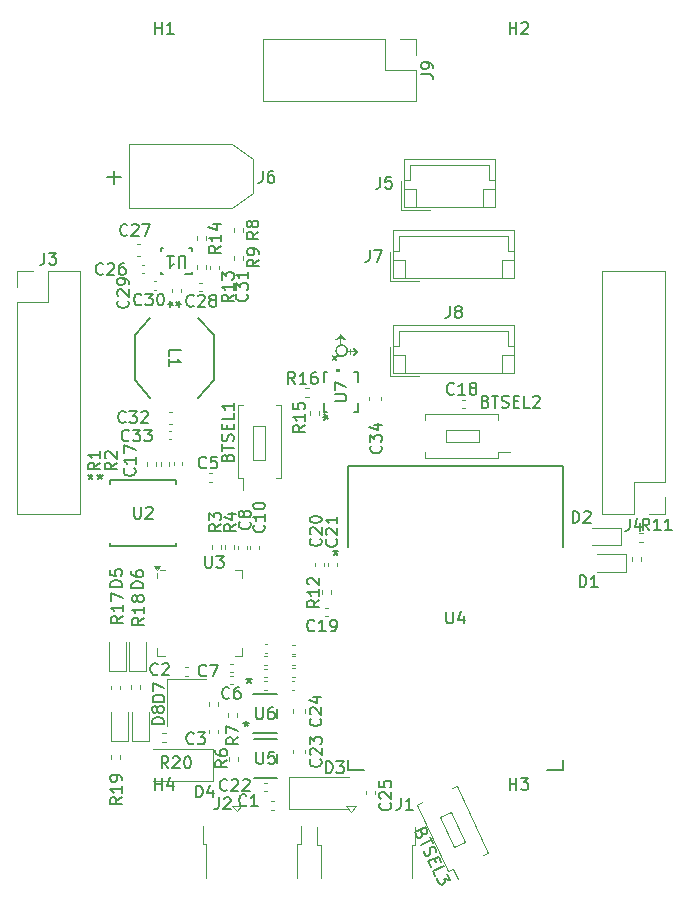
<source format=gbr>
%TF.GenerationSoftware,KiCad,Pcbnew,9.0.1*%
%TF.CreationDate,2025-04-26T03:22:33-04:00*%
%TF.ProjectId,MainBoardPCB,4d61696e-426f-4617-9264-5043422e6b69,rev?*%
%TF.SameCoordinates,Original*%
%TF.FileFunction,Legend,Top*%
%TF.FilePolarity,Positive*%
%FSLAX46Y46*%
G04 Gerber Fmt 4.6, Leading zero omitted, Abs format (unit mm)*
G04 Created by KiCad (PCBNEW 9.0.1) date 2025-04-26 03:22:33*
%MOMM*%
%LPD*%
G01*
G04 APERTURE LIST*
%ADD10C,0.000000*%
%ADD11C,0.150000*%
%ADD12C,0.120000*%
%ADD13C,0.152400*%
%ADD14C,0.200000*%
G04 APERTURE END LIST*
D10*
G36*
X68467783Y-47098736D02*
G01*
X68471040Y-47098978D01*
X68474270Y-47099378D01*
X68477468Y-47099937D01*
X68480625Y-47100649D01*
X68483741Y-47101513D01*
X68486805Y-47102527D01*
X68489815Y-47103689D01*
X68492766Y-47104996D01*
X68495650Y-47106447D01*
X68498463Y-47108038D01*
X68501200Y-47109768D01*
X68503856Y-47111634D01*
X68506423Y-47113634D01*
X68508898Y-47115766D01*
X68511275Y-47118028D01*
X68885452Y-47492205D01*
X68886989Y-47493794D01*
X68888465Y-47495426D01*
X68889881Y-47497099D01*
X68891236Y-47498812D01*
X68892530Y-47500563D01*
X68893761Y-47502350D01*
X68894930Y-47504172D01*
X68896037Y-47506029D01*
X68897080Y-47507914D01*
X68898059Y-47509831D01*
X68898975Y-47511775D01*
X68899825Y-47513745D01*
X68900610Y-47515741D01*
X68901330Y-47517759D01*
X68901984Y-47519798D01*
X68902572Y-47521858D01*
X68903093Y-47523935D01*
X68903546Y-47526028D01*
X68903931Y-47528135D01*
X68904248Y-47530256D01*
X68904498Y-47532388D01*
X68904677Y-47534530D01*
X68904787Y-47536679D01*
X68904828Y-47538834D01*
X68904796Y-47540994D01*
X68904695Y-47543157D01*
X68904523Y-47545320D01*
X68904277Y-47547483D01*
X68903961Y-47549644D01*
X68903571Y-47551802D01*
X68903109Y-47553953D01*
X68902572Y-47556097D01*
X68901289Y-47560317D01*
X68899742Y-47564410D01*
X68897940Y-47568366D01*
X68895893Y-47572175D01*
X68893611Y-47575828D01*
X68891104Y-47579314D01*
X68888380Y-47582625D01*
X68885452Y-47585750D01*
X68882327Y-47588678D01*
X68879017Y-47591401D01*
X68875531Y-47593909D01*
X68871877Y-47596191D01*
X68868068Y-47598238D01*
X68864112Y-47600040D01*
X68860020Y-47601587D01*
X68855800Y-47602870D01*
X68851504Y-47603869D01*
X68847186Y-47604575D01*
X68842859Y-47604993D01*
X68838537Y-47605125D01*
X68834232Y-47604975D01*
X68829958Y-47604546D01*
X68825730Y-47603843D01*
X68821560Y-47602870D01*
X68817462Y-47601628D01*
X68813448Y-47600122D01*
X68809534Y-47598357D01*
X68805731Y-47596335D01*
X68802053Y-47594058D01*
X68798515Y-47591534D01*
X68795128Y-47588763D01*
X68791908Y-47585750D01*
X68530638Y-47324480D01*
X68530638Y-47945989D01*
X68557738Y-47945275D01*
X68584835Y-47945941D01*
X68611873Y-47947986D01*
X68638796Y-47951412D01*
X68665547Y-47956217D01*
X68692069Y-47962402D01*
X68718306Y-47969969D01*
X68744200Y-47978916D01*
X68769695Y-47989245D01*
X68794735Y-48000955D01*
X68819262Y-48014047D01*
X68843220Y-48028521D01*
X68866552Y-48044377D01*
X68889201Y-48061616D01*
X68911110Y-48080238D01*
X68932224Y-48100244D01*
X68951531Y-48120558D01*
X68969642Y-48141760D01*
X68986542Y-48163795D01*
X69002208Y-48186612D01*
X69016618Y-48210154D01*
X69029754Y-48234369D01*
X69041595Y-48259206D01*
X69052119Y-48284608D01*
X69061307Y-48310525D01*
X69069138Y-48336902D01*
X69075591Y-48363684D01*
X69080647Y-48390820D01*
X69084284Y-48418256D01*
X69086482Y-48445939D01*
X69087221Y-48473814D01*
X69086478Y-48501829D01*
X69240266Y-48501829D01*
X69240172Y-48380876D01*
X69240319Y-48376463D01*
X69240755Y-48372103D01*
X69241473Y-48367811D01*
X69242465Y-48363596D01*
X69243725Y-48359472D01*
X69245246Y-48355450D01*
X69247023Y-48351542D01*
X69249045Y-48347762D01*
X69251308Y-48344120D01*
X69253805Y-48340628D01*
X69256526Y-48337300D01*
X69259468Y-48334146D01*
X69262621Y-48331179D01*
X69265981Y-48328411D01*
X69269538Y-48325854D01*
X69273287Y-48323520D01*
X69277182Y-48321441D01*
X69281175Y-48319638D01*
X69285252Y-48318113D01*
X69289399Y-48316865D01*
X69293601Y-48315895D01*
X69297845Y-48315202D01*
X69302116Y-48314785D01*
X69306401Y-48314647D01*
X69310687Y-48314786D01*
X69314959Y-48315201D01*
X69319203Y-48315894D01*
X69323405Y-48316865D01*
X69327551Y-48318113D01*
X69331627Y-48319638D01*
X69335620Y-48321441D01*
X69339517Y-48323520D01*
X69343265Y-48325854D01*
X69346822Y-48328411D01*
X69350181Y-48331179D01*
X69353336Y-48334145D01*
X69356276Y-48337300D01*
X69358999Y-48340628D01*
X69361496Y-48344120D01*
X69363758Y-48347761D01*
X69365781Y-48351543D01*
X69367556Y-48355450D01*
X69369078Y-48359472D01*
X69370339Y-48363596D01*
X69371331Y-48367811D01*
X69372049Y-48372103D01*
X69372484Y-48376463D01*
X69372631Y-48380877D01*
X69372537Y-48501829D01*
X69707987Y-48501829D01*
X69540262Y-48334104D01*
X69538725Y-48332515D01*
X69537249Y-48330883D01*
X69535833Y-48329210D01*
X69534479Y-48327498D01*
X69533185Y-48325746D01*
X69531954Y-48323959D01*
X69530784Y-48322137D01*
X69529678Y-48320282D01*
X69528634Y-48318395D01*
X69527655Y-48316478D01*
X69526741Y-48314534D01*
X69525890Y-48312564D01*
X69525104Y-48310568D01*
X69524384Y-48308550D01*
X69523731Y-48306511D01*
X69523142Y-48304452D01*
X69522622Y-48302374D01*
X69522169Y-48300282D01*
X69521783Y-48298174D01*
X69521466Y-48296053D01*
X69521217Y-48293921D01*
X69521037Y-48291780D01*
X69520928Y-48289631D01*
X69520887Y-48287475D01*
X69520918Y-48285315D01*
X69521019Y-48283153D01*
X69521192Y-48280989D01*
X69521437Y-48278826D01*
X69521754Y-48276665D01*
X69522143Y-48274508D01*
X69522606Y-48272356D01*
X69523142Y-48270212D01*
X69524425Y-48265992D01*
X69525972Y-48261899D01*
X69527774Y-48257944D01*
X69529821Y-48254135D01*
X69532103Y-48250482D01*
X69534611Y-48246994D01*
X69537334Y-48243684D01*
X69540262Y-48240560D01*
X69543387Y-48237632D01*
X69546697Y-48234908D01*
X69550184Y-48232401D01*
X69553837Y-48230119D01*
X69557646Y-48228071D01*
X69561602Y-48226270D01*
X69565695Y-48224723D01*
X69569915Y-48223440D01*
X69574210Y-48222441D01*
X69578529Y-48221734D01*
X69582855Y-48221317D01*
X69587178Y-48221184D01*
X69591482Y-48221335D01*
X69595756Y-48221763D01*
X69599984Y-48222466D01*
X69604154Y-48223440D01*
X69608252Y-48224682D01*
X69612267Y-48226187D01*
X69616181Y-48227953D01*
X69619984Y-48229976D01*
X69623662Y-48232250D01*
X69627200Y-48234776D01*
X69630586Y-48237547D01*
X69633807Y-48240560D01*
X69914440Y-48521193D01*
X69916702Y-48523569D01*
X69918834Y-48526045D01*
X69920834Y-48528612D01*
X69922700Y-48531268D01*
X69924430Y-48534004D01*
X69926021Y-48536818D01*
X69927472Y-48539702D01*
X69928778Y-48542652D01*
X69929940Y-48545662D01*
X69930955Y-48548727D01*
X69931818Y-48551842D01*
X69932531Y-48555000D01*
X69933089Y-48558197D01*
X69933490Y-48561428D01*
X69933732Y-48564685D01*
X69933813Y-48567965D01*
X69933732Y-48571245D01*
X69933490Y-48574502D01*
X69933089Y-48577733D01*
X69932531Y-48580930D01*
X69931818Y-48584088D01*
X69930955Y-48587203D01*
X69929940Y-48590268D01*
X69928778Y-48593278D01*
X69927472Y-48596228D01*
X69926021Y-48599112D01*
X69924430Y-48601926D01*
X69922700Y-48604662D01*
X69920834Y-48607318D01*
X69918834Y-48609885D01*
X69916702Y-48612361D01*
X69914440Y-48614737D01*
X69633807Y-48895370D01*
X69632218Y-48896907D01*
X69630586Y-48898383D01*
X69628913Y-48899799D01*
X69627200Y-48901154D01*
X69625449Y-48902448D01*
X69623662Y-48903680D01*
X69621840Y-48904848D01*
X69619984Y-48905954D01*
X69618098Y-48906998D01*
X69616181Y-48907977D01*
X69614237Y-48908892D01*
X69612267Y-48909743D01*
X69610271Y-48910529D01*
X69608252Y-48911248D01*
X69606214Y-48911902D01*
X69604154Y-48912490D01*
X69602077Y-48913011D01*
X69599984Y-48913464D01*
X69597876Y-48913849D01*
X69595756Y-48914167D01*
X69593624Y-48914416D01*
X69591482Y-48914595D01*
X69589333Y-48914705D01*
X69587178Y-48914746D01*
X69585018Y-48914715D01*
X69582855Y-48914613D01*
X69580692Y-48914441D01*
X69578529Y-48914196D01*
X69576368Y-48913879D01*
X69574210Y-48913489D01*
X69572059Y-48913027D01*
X69569915Y-48912490D01*
X69565695Y-48911207D01*
X69561602Y-48909660D01*
X69557646Y-48907859D01*
X69553837Y-48905811D01*
X69550184Y-48903529D01*
X69546697Y-48901022D01*
X69543387Y-48898298D01*
X69540262Y-48895370D01*
X69537334Y-48892246D01*
X69534611Y-48888936D01*
X69532103Y-48885448D01*
X69529821Y-48881795D01*
X69527774Y-48877986D01*
X69525972Y-48874031D01*
X69524425Y-48869938D01*
X69523142Y-48865718D01*
X69522143Y-48861422D01*
X69521437Y-48857104D01*
X69521019Y-48852777D01*
X69520887Y-48848455D01*
X69521037Y-48844150D01*
X69521466Y-48839877D01*
X69522169Y-48835648D01*
X69523142Y-48831478D01*
X69524384Y-48827380D01*
X69525890Y-48823366D01*
X69527655Y-48819452D01*
X69529678Y-48815648D01*
X69531954Y-48811971D01*
X69534479Y-48808432D01*
X69537249Y-48805047D01*
X69540262Y-48801826D01*
X69707987Y-48634101D01*
X69372537Y-48634101D01*
X69372631Y-48755053D01*
X69372484Y-48759467D01*
X69372049Y-48763827D01*
X69371331Y-48768119D01*
X69370339Y-48772334D01*
X69369078Y-48776458D01*
X69367556Y-48780480D01*
X69365781Y-48784387D01*
X69363758Y-48788169D01*
X69361496Y-48791810D01*
X69358999Y-48795302D01*
X69356276Y-48798630D01*
X69353336Y-48801785D01*
X69350182Y-48804752D01*
X69346823Y-48807519D01*
X69343265Y-48810076D01*
X69339517Y-48812410D01*
X69335621Y-48814490D01*
X69331627Y-48816292D01*
X69327551Y-48817817D01*
X69323405Y-48819065D01*
X69319203Y-48820036D01*
X69314959Y-48820729D01*
X69310688Y-48821145D01*
X69306401Y-48821283D01*
X69302116Y-48821145D01*
X69297845Y-48820728D01*
X69293601Y-48820035D01*
X69289399Y-48819065D01*
X69285252Y-48817817D01*
X69281175Y-48816292D01*
X69277182Y-48814489D01*
X69273287Y-48812410D01*
X69269538Y-48810076D01*
X69265981Y-48807519D01*
X69262621Y-48804751D01*
X69259468Y-48801784D01*
X69256526Y-48798630D01*
X69253805Y-48795302D01*
X69251308Y-48791810D01*
X69249045Y-48788168D01*
X69247023Y-48784388D01*
X69245246Y-48780480D01*
X69243725Y-48776458D01*
X69242465Y-48772334D01*
X69241473Y-48768119D01*
X69240755Y-48763827D01*
X69240319Y-48759467D01*
X69240172Y-48755054D01*
X69240266Y-48634101D01*
X69062625Y-48634007D01*
X69051950Y-48664534D01*
X69039520Y-48694156D01*
X69025396Y-48722814D01*
X69009641Y-48750446D01*
X68992314Y-48776991D01*
X68973478Y-48802389D01*
X68953193Y-48826577D01*
X68931521Y-48849496D01*
X68929901Y-48851017D01*
X68908523Y-48871084D01*
X68884260Y-48891280D01*
X68858794Y-48910023D01*
X68832185Y-48927252D01*
X68804496Y-48942906D01*
X68775788Y-48956925D01*
X68746120Y-48969247D01*
X68715554Y-48979811D01*
X68684403Y-48988492D01*
X68652989Y-48995217D01*
X68621400Y-49000000D01*
X68589720Y-49002858D01*
X68558036Y-49003807D01*
X68526429Y-49002859D01*
X68494988Y-49000033D01*
X68463796Y-48995343D01*
X68432938Y-48988805D01*
X68402500Y-48980432D01*
X68372567Y-48970242D01*
X68343224Y-48958250D01*
X68314555Y-48944470D01*
X68286646Y-48928919D01*
X68259582Y-48911612D01*
X68233448Y-48892564D01*
X68043553Y-49082459D01*
X68183869Y-49222776D01*
X68185407Y-49224364D01*
X68186883Y-49225996D01*
X68188299Y-49227669D01*
X68189654Y-49229382D01*
X68190947Y-49231133D01*
X68192179Y-49232920D01*
X68193347Y-49234743D01*
X68194455Y-49236598D01*
X68195497Y-49238485D01*
X68196477Y-49240401D01*
X68197392Y-49242345D01*
X68198243Y-49244316D01*
X68199028Y-49246311D01*
X68199748Y-49248329D01*
X68200401Y-49250368D01*
X68200990Y-49252427D01*
X68201510Y-49254505D01*
X68201963Y-49256597D01*
X68202350Y-49258706D01*
X68202666Y-49260826D01*
X68202915Y-49262958D01*
X68203095Y-49265099D01*
X68203204Y-49267248D01*
X68203245Y-49269404D01*
X68203214Y-49271564D01*
X68203112Y-49273727D01*
X68202940Y-49275891D01*
X68202695Y-49278054D01*
X68202378Y-49280215D01*
X68201989Y-49282371D01*
X68201526Y-49284523D01*
X68200989Y-49286668D01*
X68199707Y-49290887D01*
X68198160Y-49294980D01*
X68196358Y-49298936D01*
X68194310Y-49302745D01*
X68192029Y-49306398D01*
X68189521Y-49309885D01*
X68186798Y-49313195D01*
X68183870Y-49316319D01*
X68180745Y-49319248D01*
X68177435Y-49321971D01*
X68173949Y-49324479D01*
X68170295Y-49326761D01*
X68166486Y-49328808D01*
X68162530Y-49330610D01*
X68158437Y-49332157D01*
X68154217Y-49333439D01*
X68149922Y-49334438D01*
X68145603Y-49335145D01*
X68141277Y-49335563D01*
X68136954Y-49335695D01*
X68132649Y-49335545D01*
X68128376Y-49335116D01*
X68124148Y-49334413D01*
X68119978Y-49333439D01*
X68115879Y-49332198D01*
X68111866Y-49330693D01*
X68107951Y-49328927D01*
X68104148Y-49326905D01*
X68100470Y-49324629D01*
X68096932Y-49322104D01*
X68093546Y-49319333D01*
X68090325Y-49316319D01*
X67950009Y-49176003D01*
X67809692Y-49316320D01*
X67808104Y-49317857D01*
X67806472Y-49319333D01*
X67804799Y-49320749D01*
X67803086Y-49322104D01*
X67801334Y-49323397D01*
X67799547Y-49324629D01*
X67797725Y-49325798D01*
X67795870Y-49326904D01*
X67793983Y-49327947D01*
X67792067Y-49328926D01*
X67790123Y-49329841D01*
X67788152Y-49330692D01*
X67786156Y-49331478D01*
X67784138Y-49332198D01*
X67782099Y-49332852D01*
X67780040Y-49333440D01*
X67777962Y-49333960D01*
X67775870Y-49334414D01*
X67773762Y-49334799D01*
X67771642Y-49335116D01*
X67769509Y-49335365D01*
X67767368Y-49335545D01*
X67765219Y-49335655D01*
X67763063Y-49335695D01*
X67760903Y-49335664D01*
X67758740Y-49335563D01*
X67756577Y-49335390D01*
X67754414Y-49335145D01*
X67752253Y-49334828D01*
X67750096Y-49334439D01*
X67747944Y-49333976D01*
X67745800Y-49333440D01*
X67741580Y-49332157D01*
X67737488Y-49330610D01*
X67733531Y-49328808D01*
X67729722Y-49326761D01*
X67726070Y-49324479D01*
X67722583Y-49321971D01*
X67719273Y-49319248D01*
X67716148Y-49316320D01*
X67713219Y-49313195D01*
X67710496Y-49309885D01*
X67707989Y-49306398D01*
X67705707Y-49302745D01*
X67703660Y-49298936D01*
X67701857Y-49294980D01*
X67700310Y-49290887D01*
X67699028Y-49286668D01*
X67698029Y-49282372D01*
X67697323Y-49278054D01*
X67696905Y-49273727D01*
X67696772Y-49269404D01*
X67696922Y-49265099D01*
X67697352Y-49260826D01*
X67698054Y-49256598D01*
X67699028Y-49252428D01*
X67700270Y-49248330D01*
X67701775Y-49244315D01*
X67703542Y-49240401D01*
X67705564Y-49236598D01*
X67707839Y-49232920D01*
X67710364Y-49229382D01*
X67713134Y-49225996D01*
X67716148Y-49222776D01*
X67856465Y-49082459D01*
X67716148Y-48942142D01*
X67714611Y-48940553D01*
X67713135Y-48938922D01*
X67711719Y-48937249D01*
X67710364Y-48935536D01*
X67709070Y-48933785D01*
X67707839Y-48931997D01*
X67706670Y-48930175D01*
X67705563Y-48928320D01*
X67704520Y-48926433D01*
X67703541Y-48924517D01*
X67702626Y-48922573D01*
X67701775Y-48920602D01*
X67700990Y-48918607D01*
X67700269Y-48916588D01*
X67699616Y-48914549D01*
X67699028Y-48912489D01*
X67698508Y-48910413D01*
X67698054Y-48908320D01*
X67697668Y-48906212D01*
X67697352Y-48904091D01*
X67697103Y-48901960D01*
X67696922Y-48899818D01*
X67696813Y-48897669D01*
X67696773Y-48895514D01*
X67696804Y-48893354D01*
X67696905Y-48891191D01*
X67697078Y-48889028D01*
X67697323Y-48886864D01*
X67697639Y-48884703D01*
X67698029Y-48882545D01*
X67698491Y-48880394D01*
X67699028Y-48878250D01*
X67700310Y-48874031D01*
X67701857Y-48869938D01*
X67703660Y-48865982D01*
X67705707Y-48862172D01*
X67707989Y-48858519D01*
X67710496Y-48855033D01*
X67713219Y-48851723D01*
X67716148Y-48848597D01*
X67719273Y-48845669D01*
X67722583Y-48842946D01*
X67726070Y-48840439D01*
X67729722Y-48838157D01*
X67733531Y-48836110D01*
X67737488Y-48834307D01*
X67741580Y-48832760D01*
X67745800Y-48831478D01*
X67750096Y-48830478D01*
X67754414Y-48829773D01*
X67758740Y-48829355D01*
X67763064Y-48829223D01*
X67767368Y-48829372D01*
X67771642Y-48829801D01*
X67775870Y-48830504D01*
X67780040Y-48831478D01*
X67784138Y-48832719D01*
X67788152Y-48834225D01*
X67792067Y-48835991D01*
X67795870Y-48838013D01*
X67799547Y-48840289D01*
X67803086Y-48842814D01*
X67806472Y-48845585D01*
X67809692Y-48848598D01*
X67950009Y-48988915D01*
X68139904Y-48799020D01*
X68120863Y-48772889D01*
X68103562Y-48745829D01*
X68088016Y-48717925D01*
X68074242Y-48689260D01*
X68062254Y-48659921D01*
X68052067Y-48629994D01*
X68043698Y-48599561D01*
X68037162Y-48568710D01*
X68032473Y-48537524D01*
X68029648Y-48506089D01*
X68028701Y-48474489D01*
X68028780Y-48471832D01*
X68161091Y-48471832D01*
X68161766Y-48497774D01*
X68164123Y-48523513D01*
X68168136Y-48548971D01*
X68173780Y-48574067D01*
X68181029Y-48598722D01*
X68189856Y-48622858D01*
X68200235Y-48646393D01*
X68212140Y-48669250D01*
X68225546Y-48691349D01*
X68240426Y-48712611D01*
X68256753Y-48732956D01*
X68274502Y-48752306D01*
X68293645Y-48770580D01*
X68303685Y-48779249D01*
X68313962Y-48787542D01*
X68324467Y-48795459D01*
X68335189Y-48802997D01*
X68346118Y-48810153D01*
X68357245Y-48816926D01*
X68368559Y-48823314D01*
X68380049Y-48829314D01*
X68391706Y-48834924D01*
X68403519Y-48840142D01*
X68427572Y-48849396D01*
X68452127Y-48857056D01*
X68477104Y-48863106D01*
X68502419Y-48867529D01*
X68527992Y-48870308D01*
X68553739Y-48871426D01*
X68566654Y-48871357D01*
X68579580Y-48870866D01*
X68592511Y-48869952D01*
X68605434Y-48868611D01*
X68618339Y-48866843D01*
X68631217Y-48864644D01*
X68644057Y-48862013D01*
X68656849Y-48858948D01*
X68669582Y-48855446D01*
X68682246Y-48851506D01*
X68707094Y-48842392D01*
X68731091Y-48831736D01*
X68754183Y-48819600D01*
X68776313Y-48806045D01*
X68797425Y-48791134D01*
X68817465Y-48774929D01*
X68836378Y-48757494D01*
X68854105Y-48738888D01*
X68870593Y-48719177D01*
X68885786Y-48698419D01*
X68899628Y-48676681D01*
X68912063Y-48654021D01*
X68923037Y-48630505D01*
X68932493Y-48606193D01*
X68940376Y-48581147D01*
X68946630Y-48555430D01*
X68951167Y-48529356D01*
X68953943Y-48503246D01*
X68954984Y-48477180D01*
X68954316Y-48451237D01*
X68951965Y-48425498D01*
X68947957Y-48400039D01*
X68942318Y-48374942D01*
X68935075Y-48350286D01*
X68926253Y-48326148D01*
X68915878Y-48302610D01*
X68903978Y-48279750D01*
X68890577Y-48257648D01*
X68875703Y-48236383D01*
X68859379Y-48216034D01*
X68841635Y-48196681D01*
X68822495Y-48178402D01*
X68812458Y-48169732D01*
X68802183Y-48161436D01*
X68791680Y-48153517D01*
X68780959Y-48145978D01*
X68770030Y-48138818D01*
X68758905Y-48132043D01*
X68747593Y-48125653D01*
X68736105Y-48119650D01*
X68724449Y-48114037D01*
X68712637Y-48108817D01*
X68688586Y-48099558D01*
X68664032Y-48091893D01*
X68639056Y-48085838D01*
X68613742Y-48081409D01*
X68588170Y-48078624D01*
X68562423Y-48077500D01*
X68549509Y-48077567D01*
X68536582Y-48078055D01*
X68523651Y-48078967D01*
X68510728Y-48080305D01*
X68497823Y-48082070D01*
X68484944Y-48084266D01*
X68472104Y-48086894D01*
X68459311Y-48089957D01*
X68446578Y-48093455D01*
X68433911Y-48097393D01*
X68409062Y-48106501D01*
X68385062Y-48117152D01*
X68361968Y-48129284D01*
X68339835Y-48142836D01*
X68318718Y-48157745D01*
X68298674Y-48173949D01*
X68279757Y-48191385D01*
X68262024Y-48209994D01*
X68245530Y-48229711D01*
X68230330Y-48250475D01*
X68216480Y-48272225D01*
X68204037Y-48294898D01*
X68193054Y-48318432D01*
X68183588Y-48342766D01*
X68175694Y-48367835D01*
X68169429Y-48393580D01*
X68164898Y-48419655D01*
X68162127Y-48445766D01*
X68161091Y-48471832D01*
X68028780Y-48471832D01*
X68029648Y-48442810D01*
X68032505Y-48411136D01*
X68037286Y-48379554D01*
X68044008Y-48348147D01*
X68052685Y-48317000D01*
X68063245Y-48286441D01*
X68075561Y-48256778D01*
X68089574Y-48228074D01*
X68105222Y-48200388D01*
X68122444Y-48173783D01*
X68141181Y-48148319D01*
X68161369Y-48124058D01*
X68182949Y-48101061D01*
X68205860Y-48079389D01*
X68230040Y-48059105D01*
X68255428Y-48040267D01*
X68281965Y-48022938D01*
X68309587Y-48007180D01*
X68338236Y-47993052D01*
X68367849Y-47980617D01*
X68398367Y-47969936D01*
X68398367Y-47324480D01*
X68137098Y-47585749D01*
X68135509Y-47587286D01*
X68133878Y-47588763D01*
X68132204Y-47590179D01*
X68130491Y-47591533D01*
X68128740Y-47592827D01*
X68126952Y-47594059D01*
X68125130Y-47595228D01*
X68123274Y-47596334D01*
X68121388Y-47597378D01*
X68119472Y-47598357D01*
X68117528Y-47599272D01*
X68115557Y-47600122D01*
X68113562Y-47600907D01*
X68111544Y-47601627D01*
X68109504Y-47602282D01*
X68107445Y-47602869D01*
X68105368Y-47603390D01*
X68103275Y-47603843D01*
X68101167Y-47604229D01*
X68099046Y-47604546D01*
X68096915Y-47604795D01*
X68094774Y-47604975D01*
X68092624Y-47605085D01*
X68090469Y-47605125D01*
X68088309Y-47605094D01*
X68086146Y-47604992D01*
X68083983Y-47604820D01*
X68081819Y-47604575D01*
X68079658Y-47604258D01*
X68077501Y-47603869D01*
X68075350Y-47603406D01*
X68073206Y-47602869D01*
X68068986Y-47601587D01*
X68064894Y-47600040D01*
X68060937Y-47598238D01*
X68057127Y-47596191D01*
X68053475Y-47593908D01*
X68049989Y-47591401D01*
X68046677Y-47588678D01*
X68043553Y-47585749D01*
X68040624Y-47582625D01*
X68037902Y-47579314D01*
X68035394Y-47575828D01*
X68033112Y-47572176D01*
X68031065Y-47568366D01*
X68029263Y-47564410D01*
X68027715Y-47560317D01*
X68026433Y-47556097D01*
X68025434Y-47551802D01*
X68024727Y-47547483D01*
X68024311Y-47543157D01*
X68024178Y-47538834D01*
X68024328Y-47534529D01*
X68024756Y-47530256D01*
X68025459Y-47526028D01*
X68026433Y-47521857D01*
X68027675Y-47517759D01*
X68029180Y-47513746D01*
X68030946Y-47509831D01*
X68032968Y-47506028D01*
X68035244Y-47502351D01*
X68037769Y-47498812D01*
X68040540Y-47495425D01*
X68043553Y-47492205D01*
X68417730Y-47118028D01*
X68420107Y-47115766D01*
X68422582Y-47113634D01*
X68425150Y-47111633D01*
X68427805Y-47109767D01*
X68430541Y-47108038D01*
X68433356Y-47106447D01*
X68436240Y-47104996D01*
X68439189Y-47103689D01*
X68442200Y-47102528D01*
X68445265Y-47101513D01*
X68448380Y-47100649D01*
X68451538Y-47099937D01*
X68454735Y-47099379D01*
X68457965Y-47098978D01*
X68461223Y-47098735D01*
X68464502Y-47098654D01*
X68467783Y-47098736D01*
G37*
D11*
X66654819Y-69592857D02*
X66178628Y-69926190D01*
X66654819Y-70164285D02*
X65654819Y-70164285D01*
X65654819Y-70164285D02*
X65654819Y-69783333D01*
X65654819Y-69783333D02*
X65702438Y-69688095D01*
X65702438Y-69688095D02*
X65750057Y-69640476D01*
X65750057Y-69640476D02*
X65845295Y-69592857D01*
X65845295Y-69592857D02*
X65988152Y-69592857D01*
X65988152Y-69592857D02*
X66083390Y-69640476D01*
X66083390Y-69640476D02*
X66131009Y-69688095D01*
X66131009Y-69688095D02*
X66178628Y-69783333D01*
X66178628Y-69783333D02*
X66178628Y-70164285D01*
X66654819Y-68640476D02*
X66654819Y-69211904D01*
X66654819Y-68926190D02*
X65654819Y-68926190D01*
X65654819Y-68926190D02*
X65797676Y-69021428D01*
X65797676Y-69021428D02*
X65892914Y-69116666D01*
X65892914Y-69116666D02*
X65940533Y-69211904D01*
X65750057Y-68259523D02*
X65702438Y-68211904D01*
X65702438Y-68211904D02*
X65654819Y-68116666D01*
X65654819Y-68116666D02*
X65654819Y-67878571D01*
X65654819Y-67878571D02*
X65702438Y-67783333D01*
X65702438Y-67783333D02*
X65750057Y-67735714D01*
X65750057Y-67735714D02*
X65845295Y-67688095D01*
X65845295Y-67688095D02*
X65940533Y-67688095D01*
X65940533Y-67688095D02*
X66083390Y-67735714D01*
X66083390Y-67735714D02*
X66654819Y-68307142D01*
X66654819Y-68307142D02*
X66654819Y-67688095D01*
X67954819Y-52761904D02*
X68764342Y-52761904D01*
X68764342Y-52761904D02*
X68859580Y-52714285D01*
X68859580Y-52714285D02*
X68907200Y-52666666D01*
X68907200Y-52666666D02*
X68954819Y-52571428D01*
X68954819Y-52571428D02*
X68954819Y-52380952D01*
X68954819Y-52380952D02*
X68907200Y-52285714D01*
X68907200Y-52285714D02*
X68859580Y-52238095D01*
X68859580Y-52238095D02*
X68764342Y-52190476D01*
X68764342Y-52190476D02*
X67954819Y-52190476D01*
X67954819Y-51809523D02*
X67954819Y-51142857D01*
X67954819Y-51142857D02*
X68954819Y-51571428D01*
X66954819Y-54082799D02*
X67192914Y-54082799D01*
X67097676Y-54320894D02*
X67192914Y-54082799D01*
X67192914Y-54082799D02*
X67097676Y-53844704D01*
X67383390Y-54225656D02*
X67192914Y-54082799D01*
X67192914Y-54082799D02*
X67383390Y-53939942D01*
X66954819Y-54082799D02*
X67192914Y-54082799D01*
X67097676Y-54320894D02*
X67192914Y-54082799D01*
X67192914Y-54082799D02*
X67097676Y-53844704D01*
X67383390Y-54225656D02*
X67192914Y-54082799D01*
X67192914Y-54082799D02*
X67383390Y-53939942D01*
X50993195Y-61689819D02*
X50993195Y-62499342D01*
X50993195Y-62499342D02*
X51040814Y-62594580D01*
X51040814Y-62594580D02*
X51088433Y-62642200D01*
X51088433Y-62642200D02*
X51183671Y-62689819D01*
X51183671Y-62689819D02*
X51374147Y-62689819D01*
X51374147Y-62689819D02*
X51469385Y-62642200D01*
X51469385Y-62642200D02*
X51517004Y-62594580D01*
X51517004Y-62594580D02*
X51564623Y-62499342D01*
X51564623Y-62499342D02*
X51564623Y-61689819D01*
X51993195Y-61785057D02*
X52040814Y-61737438D01*
X52040814Y-61737438D02*
X52136052Y-61689819D01*
X52136052Y-61689819D02*
X52374147Y-61689819D01*
X52374147Y-61689819D02*
X52469385Y-61737438D01*
X52469385Y-61737438D02*
X52517004Y-61785057D01*
X52517004Y-61785057D02*
X52564623Y-61880295D01*
X52564623Y-61880295D02*
X52564623Y-61975533D01*
X52564623Y-61975533D02*
X52517004Y-62118390D01*
X52517004Y-62118390D02*
X51945576Y-62689819D01*
X51945576Y-62689819D02*
X52564623Y-62689819D01*
X47300000Y-58904819D02*
X47300000Y-59142914D01*
X47061905Y-59047676D02*
X47300000Y-59142914D01*
X47300000Y-59142914D02*
X47538095Y-59047676D01*
X47157143Y-59333390D02*
X47300000Y-59142914D01*
X47300000Y-59142914D02*
X47442857Y-59333390D01*
X48100000Y-58904819D02*
X48100000Y-59142914D01*
X47861905Y-59047676D02*
X48100000Y-59142914D01*
X48100000Y-59142914D02*
X48338095Y-59047676D01*
X47957143Y-59333390D02*
X48100000Y-59142914D01*
X48100000Y-59142914D02*
X48242857Y-59333390D01*
X66257142Y-72159580D02*
X66209523Y-72207200D01*
X66209523Y-72207200D02*
X66066666Y-72254819D01*
X66066666Y-72254819D02*
X65971428Y-72254819D01*
X65971428Y-72254819D02*
X65828571Y-72207200D01*
X65828571Y-72207200D02*
X65733333Y-72111961D01*
X65733333Y-72111961D02*
X65685714Y-72016723D01*
X65685714Y-72016723D02*
X65638095Y-71826247D01*
X65638095Y-71826247D02*
X65638095Y-71683390D01*
X65638095Y-71683390D02*
X65685714Y-71492914D01*
X65685714Y-71492914D02*
X65733333Y-71397676D01*
X65733333Y-71397676D02*
X65828571Y-71302438D01*
X65828571Y-71302438D02*
X65971428Y-71254819D01*
X65971428Y-71254819D02*
X66066666Y-71254819D01*
X66066666Y-71254819D02*
X66209523Y-71302438D01*
X66209523Y-71302438D02*
X66257142Y-71350057D01*
X67209523Y-72254819D02*
X66638095Y-72254819D01*
X66923809Y-72254819D02*
X66923809Y-71254819D01*
X66923809Y-71254819D02*
X66828571Y-71397676D01*
X66828571Y-71397676D02*
X66733333Y-71492914D01*
X66733333Y-71492914D02*
X66638095Y-71540533D01*
X67685714Y-72254819D02*
X67876190Y-72254819D01*
X67876190Y-72254819D02*
X67971428Y-72207200D01*
X67971428Y-72207200D02*
X68019047Y-72159580D01*
X68019047Y-72159580D02*
X68114285Y-72016723D01*
X68114285Y-72016723D02*
X68161904Y-71826247D01*
X68161904Y-71826247D02*
X68161904Y-71445295D01*
X68161904Y-71445295D02*
X68114285Y-71350057D01*
X68114285Y-71350057D02*
X68066666Y-71302438D01*
X68066666Y-71302438D02*
X67971428Y-71254819D01*
X67971428Y-71254819D02*
X67780952Y-71254819D01*
X67780952Y-71254819D02*
X67685714Y-71302438D01*
X67685714Y-71302438D02*
X67638095Y-71350057D01*
X67638095Y-71350057D02*
X67590476Y-71445295D01*
X67590476Y-71445295D02*
X67590476Y-71683390D01*
X67590476Y-71683390D02*
X67638095Y-71778628D01*
X67638095Y-71778628D02*
X67685714Y-71826247D01*
X67685714Y-71826247D02*
X67780952Y-71873866D01*
X67780952Y-71873866D02*
X67971428Y-71873866D01*
X67971428Y-71873866D02*
X68066666Y-71826247D01*
X68066666Y-71826247D02*
X68114285Y-71778628D01*
X68114285Y-71778628D02*
X68161904Y-71683390D01*
X66759580Y-64392857D02*
X66807200Y-64440476D01*
X66807200Y-64440476D02*
X66854819Y-64583333D01*
X66854819Y-64583333D02*
X66854819Y-64678571D01*
X66854819Y-64678571D02*
X66807200Y-64821428D01*
X66807200Y-64821428D02*
X66711961Y-64916666D01*
X66711961Y-64916666D02*
X66616723Y-64964285D01*
X66616723Y-64964285D02*
X66426247Y-65011904D01*
X66426247Y-65011904D02*
X66283390Y-65011904D01*
X66283390Y-65011904D02*
X66092914Y-64964285D01*
X66092914Y-64964285D02*
X65997676Y-64916666D01*
X65997676Y-64916666D02*
X65902438Y-64821428D01*
X65902438Y-64821428D02*
X65854819Y-64678571D01*
X65854819Y-64678571D02*
X65854819Y-64583333D01*
X65854819Y-64583333D02*
X65902438Y-64440476D01*
X65902438Y-64440476D02*
X65950057Y-64392857D01*
X65950057Y-64011904D02*
X65902438Y-63964285D01*
X65902438Y-63964285D02*
X65854819Y-63869047D01*
X65854819Y-63869047D02*
X65854819Y-63630952D01*
X65854819Y-63630952D02*
X65902438Y-63535714D01*
X65902438Y-63535714D02*
X65950057Y-63488095D01*
X65950057Y-63488095D02*
X66045295Y-63440476D01*
X66045295Y-63440476D02*
X66140533Y-63440476D01*
X66140533Y-63440476D02*
X66283390Y-63488095D01*
X66283390Y-63488095D02*
X66854819Y-64059523D01*
X66854819Y-64059523D02*
X66854819Y-63440476D01*
X65854819Y-62821428D02*
X65854819Y-62726190D01*
X65854819Y-62726190D02*
X65902438Y-62630952D01*
X65902438Y-62630952D02*
X65950057Y-62583333D01*
X65950057Y-62583333D02*
X66045295Y-62535714D01*
X66045295Y-62535714D02*
X66235771Y-62488095D01*
X66235771Y-62488095D02*
X66473866Y-62488095D01*
X66473866Y-62488095D02*
X66664342Y-62535714D01*
X66664342Y-62535714D02*
X66759580Y-62583333D01*
X66759580Y-62583333D02*
X66807200Y-62630952D01*
X66807200Y-62630952D02*
X66854819Y-62726190D01*
X66854819Y-62726190D02*
X66854819Y-62821428D01*
X66854819Y-62821428D02*
X66807200Y-62916666D01*
X66807200Y-62916666D02*
X66759580Y-62964285D01*
X66759580Y-62964285D02*
X66664342Y-63011904D01*
X66664342Y-63011904D02*
X66473866Y-63059523D01*
X66473866Y-63059523D02*
X66235771Y-63059523D01*
X66235771Y-63059523D02*
X66045295Y-63011904D01*
X66045295Y-63011904D02*
X65950057Y-62964285D01*
X65950057Y-62964285D02*
X65902438Y-62916666D01*
X65902438Y-62916666D02*
X65854819Y-62821428D01*
X65454819Y-54792857D02*
X64978628Y-55126190D01*
X65454819Y-55364285D02*
X64454819Y-55364285D01*
X64454819Y-55364285D02*
X64454819Y-54983333D01*
X64454819Y-54983333D02*
X64502438Y-54888095D01*
X64502438Y-54888095D02*
X64550057Y-54840476D01*
X64550057Y-54840476D02*
X64645295Y-54792857D01*
X64645295Y-54792857D02*
X64788152Y-54792857D01*
X64788152Y-54792857D02*
X64883390Y-54840476D01*
X64883390Y-54840476D02*
X64931009Y-54888095D01*
X64931009Y-54888095D02*
X64978628Y-54983333D01*
X64978628Y-54983333D02*
X64978628Y-55364285D01*
X65454819Y-53840476D02*
X65454819Y-54411904D01*
X65454819Y-54126190D02*
X64454819Y-54126190D01*
X64454819Y-54126190D02*
X64597676Y-54221428D01*
X64597676Y-54221428D02*
X64692914Y-54316666D01*
X64692914Y-54316666D02*
X64740533Y-54411904D01*
X64454819Y-52935714D02*
X64454819Y-53411904D01*
X64454819Y-53411904D02*
X64931009Y-53459523D01*
X64931009Y-53459523D02*
X64883390Y-53411904D01*
X64883390Y-53411904D02*
X64835771Y-53316666D01*
X64835771Y-53316666D02*
X64835771Y-53078571D01*
X64835771Y-53078571D02*
X64883390Y-52983333D01*
X64883390Y-52983333D02*
X64931009Y-52935714D01*
X64931009Y-52935714D02*
X65026247Y-52888095D01*
X65026247Y-52888095D02*
X65264342Y-52888095D01*
X65264342Y-52888095D02*
X65359580Y-52935714D01*
X65359580Y-52935714D02*
X65407200Y-52983333D01*
X65407200Y-52983333D02*
X65454819Y-53078571D01*
X65454819Y-53078571D02*
X65454819Y-53316666D01*
X65454819Y-53316666D02*
X65407200Y-53411904D01*
X65407200Y-53411904D02*
X65359580Y-53459523D01*
X49504819Y-57966666D02*
X49028628Y-58299999D01*
X49504819Y-58538094D02*
X48504819Y-58538094D01*
X48504819Y-58538094D02*
X48504819Y-58157142D01*
X48504819Y-58157142D02*
X48552438Y-58061904D01*
X48552438Y-58061904D02*
X48600057Y-58014285D01*
X48600057Y-58014285D02*
X48695295Y-57966666D01*
X48695295Y-57966666D02*
X48838152Y-57966666D01*
X48838152Y-57966666D02*
X48933390Y-58014285D01*
X48933390Y-58014285D02*
X48981009Y-58061904D01*
X48981009Y-58061904D02*
X49028628Y-58157142D01*
X49028628Y-58157142D02*
X49028628Y-58538094D01*
X48600057Y-57585713D02*
X48552438Y-57538094D01*
X48552438Y-57538094D02*
X48504819Y-57442856D01*
X48504819Y-57442856D02*
X48504819Y-57204761D01*
X48504819Y-57204761D02*
X48552438Y-57109523D01*
X48552438Y-57109523D02*
X48600057Y-57061904D01*
X48600057Y-57061904D02*
X48695295Y-57014285D01*
X48695295Y-57014285D02*
X48790533Y-57014285D01*
X48790533Y-57014285D02*
X48933390Y-57061904D01*
X48933390Y-57061904D02*
X49504819Y-57633332D01*
X49504819Y-57633332D02*
X49504819Y-57014285D01*
X61866666Y-33254819D02*
X61866666Y-33969104D01*
X61866666Y-33969104D02*
X61819047Y-34111961D01*
X61819047Y-34111961D02*
X61723809Y-34207200D01*
X61723809Y-34207200D02*
X61580952Y-34254819D01*
X61580952Y-34254819D02*
X61485714Y-34254819D01*
X62771428Y-33254819D02*
X62580952Y-33254819D01*
X62580952Y-33254819D02*
X62485714Y-33302438D01*
X62485714Y-33302438D02*
X62438095Y-33350057D01*
X62438095Y-33350057D02*
X62342857Y-33492914D01*
X62342857Y-33492914D02*
X62295238Y-33683390D01*
X62295238Y-33683390D02*
X62295238Y-34064342D01*
X62295238Y-34064342D02*
X62342857Y-34159580D01*
X62342857Y-34159580D02*
X62390476Y-34207200D01*
X62390476Y-34207200D02*
X62485714Y-34254819D01*
X62485714Y-34254819D02*
X62676190Y-34254819D01*
X62676190Y-34254819D02*
X62771428Y-34207200D01*
X62771428Y-34207200D02*
X62819047Y-34159580D01*
X62819047Y-34159580D02*
X62866666Y-34064342D01*
X62866666Y-34064342D02*
X62866666Y-33826247D01*
X62866666Y-33826247D02*
X62819047Y-33731009D01*
X62819047Y-33731009D02*
X62771428Y-33683390D01*
X62771428Y-33683390D02*
X62676190Y-33635771D01*
X62676190Y-33635771D02*
X62485714Y-33635771D01*
X62485714Y-33635771D02*
X62390476Y-33683390D01*
X62390476Y-33683390D02*
X62342857Y-33731009D01*
X62342857Y-33731009D02*
X62295238Y-33826247D01*
X48728571Y-33814700D02*
X49871429Y-33814700D01*
X49300000Y-34386128D02*
X49300000Y-33243271D01*
X59804819Y-81216666D02*
X59328628Y-81549999D01*
X59804819Y-81788094D02*
X58804819Y-81788094D01*
X58804819Y-81788094D02*
X58804819Y-81407142D01*
X58804819Y-81407142D02*
X58852438Y-81311904D01*
X58852438Y-81311904D02*
X58900057Y-81264285D01*
X58900057Y-81264285D02*
X58995295Y-81216666D01*
X58995295Y-81216666D02*
X59138152Y-81216666D01*
X59138152Y-81216666D02*
X59233390Y-81264285D01*
X59233390Y-81264285D02*
X59281009Y-81311904D01*
X59281009Y-81311904D02*
X59328628Y-81407142D01*
X59328628Y-81407142D02*
X59328628Y-81788094D01*
X58804819Y-80883332D02*
X58804819Y-80216666D01*
X58804819Y-80216666D02*
X59804819Y-80645237D01*
X88711905Y-68504819D02*
X88711905Y-67504819D01*
X88711905Y-67504819D02*
X88950000Y-67504819D01*
X88950000Y-67504819D02*
X89092857Y-67552438D01*
X89092857Y-67552438D02*
X89188095Y-67647676D01*
X89188095Y-67647676D02*
X89235714Y-67742914D01*
X89235714Y-67742914D02*
X89283333Y-67933390D01*
X89283333Y-67933390D02*
X89283333Y-68076247D01*
X89283333Y-68076247D02*
X89235714Y-68266723D01*
X89235714Y-68266723D02*
X89188095Y-68361961D01*
X89188095Y-68361961D02*
X89092857Y-68457200D01*
X89092857Y-68457200D02*
X88950000Y-68504819D01*
X88950000Y-68504819D02*
X88711905Y-68504819D01*
X90235714Y-68504819D02*
X89664286Y-68504819D01*
X89950000Y-68504819D02*
X89950000Y-67504819D01*
X89950000Y-67504819D02*
X89854762Y-67647676D01*
X89854762Y-67647676D02*
X89759524Y-67742914D01*
X89759524Y-67742914D02*
X89664286Y-67790533D01*
X75366978Y-89350334D02*
X75384194Y-89499931D01*
X75384194Y-89499931D02*
X75361162Y-89563213D01*
X75361162Y-89563213D02*
X75294971Y-89646620D01*
X75294971Y-89646620D02*
X75165499Y-89706994D01*
X75165499Y-89706994D02*
X75059059Y-89704086D01*
X75059059Y-89704086D02*
X74995777Y-89681053D01*
X74995777Y-89681053D02*
X74912370Y-89614863D01*
X74912370Y-89614863D02*
X74751373Y-89269603D01*
X74751373Y-89269603D02*
X75657680Y-88846984D01*
X75657680Y-88846984D02*
X75798553Y-89149087D01*
X75798553Y-89149087D02*
X75795645Y-89255527D01*
X75795645Y-89255527D02*
X75772612Y-89318809D01*
X75772612Y-89318809D02*
X75706422Y-89402216D01*
X75706422Y-89402216D02*
X75620107Y-89442465D01*
X75620107Y-89442465D02*
X75513667Y-89439557D01*
X75513667Y-89439557D02*
X75450385Y-89416524D01*
X75450385Y-89416524D02*
X75366978Y-89350334D01*
X75366978Y-89350334D02*
X75226105Y-89048231D01*
X76019925Y-89623820D02*
X76261421Y-90141710D01*
X75234365Y-90305383D02*
X76140673Y-89882765D01*
X75519019Y-90803149D02*
X75536235Y-90952746D01*
X75536235Y-90952746D02*
X75636859Y-91168533D01*
X75636859Y-91168533D02*
X75720265Y-91234724D01*
X75720265Y-91234724D02*
X75783548Y-91257757D01*
X75783548Y-91257757D02*
X75889987Y-91260665D01*
X75889987Y-91260665D02*
X75976302Y-91220415D01*
X75976302Y-91220415D02*
X76042493Y-91137008D01*
X76042493Y-91137008D02*
X76065526Y-91073726D01*
X76065526Y-91073726D02*
X76068434Y-90967287D01*
X76068434Y-90967287D02*
X76031092Y-90774532D01*
X76031092Y-90774532D02*
X76034001Y-90668092D01*
X76034001Y-90668092D02*
X76057033Y-90604810D01*
X76057033Y-90604810D02*
X76123224Y-90521403D01*
X76123224Y-90521403D02*
X76209539Y-90481154D01*
X76209539Y-90481154D02*
X76315979Y-90484062D01*
X76315979Y-90484062D02*
X76379261Y-90507095D01*
X76379261Y-90507095D02*
X76462668Y-90573285D01*
X76462668Y-90573285D02*
X76563291Y-90789073D01*
X76563291Y-90789073D02*
X76580508Y-90938670D01*
X76373212Y-91508210D02*
X76514085Y-91810312D01*
X76099726Y-92161156D02*
X75898479Y-91729581D01*
X75898479Y-91729581D02*
X76804787Y-91306963D01*
X76804787Y-91306963D02*
X77006034Y-91738538D01*
X76482095Y-92981149D02*
X76280848Y-92549574D01*
X76280848Y-92549574D02*
X77187156Y-92126956D01*
X77489026Y-92774319D02*
X77750647Y-93335366D01*
X77750647Y-93335366D02*
X77264514Y-93194261D01*
X77264514Y-93194261D02*
X77324888Y-93323734D01*
X77324888Y-93323734D02*
X77321980Y-93430173D01*
X77321980Y-93430173D02*
X77298947Y-93493456D01*
X77298947Y-93493456D02*
X77232757Y-93576862D01*
X77232757Y-93576862D02*
X77016969Y-93677486D01*
X77016969Y-93677486D02*
X76910530Y-93674578D01*
X76910530Y-93674578D02*
X76847248Y-93651545D01*
X76847248Y-93651545D02*
X76763841Y-93585354D01*
X76763841Y-93585354D02*
X76643093Y-93326409D01*
X76643093Y-93326409D02*
X76646001Y-93219970D01*
X76646001Y-93219970D02*
X76669034Y-93156687D01*
X92936666Y-62724819D02*
X92936666Y-63439104D01*
X92936666Y-63439104D02*
X92889047Y-63581961D01*
X92889047Y-63581961D02*
X92793809Y-63677200D01*
X92793809Y-63677200D02*
X92650952Y-63724819D01*
X92650952Y-63724819D02*
X92555714Y-63724819D01*
X93841428Y-63058152D02*
X93841428Y-63724819D01*
X93603333Y-62677200D02*
X93365238Y-63391485D01*
X93365238Y-63391485D02*
X93984285Y-63391485D01*
X60759580Y-62966666D02*
X60807200Y-63014285D01*
X60807200Y-63014285D02*
X60854819Y-63157142D01*
X60854819Y-63157142D02*
X60854819Y-63252380D01*
X60854819Y-63252380D02*
X60807200Y-63395237D01*
X60807200Y-63395237D02*
X60711961Y-63490475D01*
X60711961Y-63490475D02*
X60616723Y-63538094D01*
X60616723Y-63538094D02*
X60426247Y-63585713D01*
X60426247Y-63585713D02*
X60283390Y-63585713D01*
X60283390Y-63585713D02*
X60092914Y-63538094D01*
X60092914Y-63538094D02*
X59997676Y-63490475D01*
X59997676Y-63490475D02*
X59902438Y-63395237D01*
X59902438Y-63395237D02*
X59854819Y-63252380D01*
X59854819Y-63252380D02*
X59854819Y-63157142D01*
X59854819Y-63157142D02*
X59902438Y-63014285D01*
X59902438Y-63014285D02*
X59950057Y-62966666D01*
X60283390Y-62395237D02*
X60235771Y-62490475D01*
X60235771Y-62490475D02*
X60188152Y-62538094D01*
X60188152Y-62538094D02*
X60092914Y-62585713D01*
X60092914Y-62585713D02*
X60045295Y-62585713D01*
X60045295Y-62585713D02*
X59950057Y-62538094D01*
X59950057Y-62538094D02*
X59902438Y-62490475D01*
X59902438Y-62490475D02*
X59854819Y-62395237D01*
X59854819Y-62395237D02*
X59854819Y-62204761D01*
X59854819Y-62204761D02*
X59902438Y-62109523D01*
X59902438Y-62109523D02*
X59950057Y-62061904D01*
X59950057Y-62061904D02*
X60045295Y-62014285D01*
X60045295Y-62014285D02*
X60092914Y-62014285D01*
X60092914Y-62014285D02*
X60188152Y-62061904D01*
X60188152Y-62061904D02*
X60235771Y-62109523D01*
X60235771Y-62109523D02*
X60283390Y-62204761D01*
X60283390Y-62204761D02*
X60283390Y-62395237D01*
X60283390Y-62395237D02*
X60331009Y-62490475D01*
X60331009Y-62490475D02*
X60378628Y-62538094D01*
X60378628Y-62538094D02*
X60473866Y-62585713D01*
X60473866Y-62585713D02*
X60664342Y-62585713D01*
X60664342Y-62585713D02*
X60759580Y-62538094D01*
X60759580Y-62538094D02*
X60807200Y-62490475D01*
X60807200Y-62490475D02*
X60854819Y-62395237D01*
X60854819Y-62395237D02*
X60854819Y-62204761D01*
X60854819Y-62204761D02*
X60807200Y-62109523D01*
X60807200Y-62109523D02*
X60759580Y-62061904D01*
X60759580Y-62061904D02*
X60664342Y-62014285D01*
X60664342Y-62014285D02*
X60473866Y-62014285D01*
X60473866Y-62014285D02*
X60378628Y-62061904D01*
X60378628Y-62061904D02*
X60331009Y-62109523D01*
X60331009Y-62109523D02*
X60283390Y-62204761D01*
X67211905Y-84254819D02*
X67211905Y-83254819D01*
X67211905Y-83254819D02*
X67450000Y-83254819D01*
X67450000Y-83254819D02*
X67592857Y-83302438D01*
X67592857Y-83302438D02*
X67688095Y-83397676D01*
X67688095Y-83397676D02*
X67735714Y-83492914D01*
X67735714Y-83492914D02*
X67783333Y-83683390D01*
X67783333Y-83683390D02*
X67783333Y-83826247D01*
X67783333Y-83826247D02*
X67735714Y-84016723D01*
X67735714Y-84016723D02*
X67688095Y-84111961D01*
X67688095Y-84111961D02*
X67592857Y-84207200D01*
X67592857Y-84207200D02*
X67450000Y-84254819D01*
X67450000Y-84254819D02*
X67211905Y-84254819D01*
X68116667Y-83254819D02*
X68735714Y-83254819D01*
X68735714Y-83254819D02*
X68402381Y-83635771D01*
X68402381Y-83635771D02*
X68545238Y-83635771D01*
X68545238Y-83635771D02*
X68640476Y-83683390D01*
X68640476Y-83683390D02*
X68688095Y-83731009D01*
X68688095Y-83731009D02*
X68735714Y-83826247D01*
X68735714Y-83826247D02*
X68735714Y-84064342D01*
X68735714Y-84064342D02*
X68688095Y-84159580D01*
X68688095Y-84159580D02*
X68640476Y-84207200D01*
X68640476Y-84207200D02*
X68545238Y-84254819D01*
X68545238Y-84254819D02*
X68259524Y-84254819D01*
X68259524Y-84254819D02*
X68164286Y-84207200D01*
X68164286Y-84207200D02*
X68116667Y-84159580D01*
X52773595Y-21654819D02*
X52773595Y-20654819D01*
X52773595Y-21131009D02*
X53345023Y-21131009D01*
X53345023Y-21654819D02*
X53345023Y-20654819D01*
X54345023Y-21654819D02*
X53773595Y-21654819D01*
X54059309Y-21654819D02*
X54059309Y-20654819D01*
X54059309Y-20654819D02*
X53964071Y-20797676D01*
X53964071Y-20797676D02*
X53868833Y-20892914D01*
X53868833Y-20892914D02*
X53773595Y-20940533D01*
X53554819Y-78188094D02*
X52554819Y-78188094D01*
X52554819Y-78188094D02*
X52554819Y-77949999D01*
X52554819Y-77949999D02*
X52602438Y-77807142D01*
X52602438Y-77807142D02*
X52697676Y-77711904D01*
X52697676Y-77711904D02*
X52792914Y-77664285D01*
X52792914Y-77664285D02*
X52983390Y-77616666D01*
X52983390Y-77616666D02*
X53126247Y-77616666D01*
X53126247Y-77616666D02*
X53316723Y-77664285D01*
X53316723Y-77664285D02*
X53411961Y-77711904D01*
X53411961Y-77711904D02*
X53507200Y-77807142D01*
X53507200Y-77807142D02*
X53554819Y-77949999D01*
X53554819Y-77949999D02*
X53554819Y-78188094D01*
X52554819Y-77283332D02*
X52554819Y-76616666D01*
X52554819Y-76616666D02*
X53554819Y-77045237D01*
X53504819Y-80088094D02*
X52504819Y-80088094D01*
X52504819Y-80088094D02*
X52504819Y-79849999D01*
X52504819Y-79849999D02*
X52552438Y-79707142D01*
X52552438Y-79707142D02*
X52647676Y-79611904D01*
X52647676Y-79611904D02*
X52742914Y-79564285D01*
X52742914Y-79564285D02*
X52933390Y-79516666D01*
X52933390Y-79516666D02*
X53076247Y-79516666D01*
X53076247Y-79516666D02*
X53266723Y-79564285D01*
X53266723Y-79564285D02*
X53361961Y-79611904D01*
X53361961Y-79611904D02*
X53457200Y-79707142D01*
X53457200Y-79707142D02*
X53504819Y-79849999D01*
X53504819Y-79849999D02*
X53504819Y-80088094D01*
X52933390Y-78945237D02*
X52885771Y-79040475D01*
X52885771Y-79040475D02*
X52838152Y-79088094D01*
X52838152Y-79088094D02*
X52742914Y-79135713D01*
X52742914Y-79135713D02*
X52695295Y-79135713D01*
X52695295Y-79135713D02*
X52600057Y-79088094D01*
X52600057Y-79088094D02*
X52552438Y-79040475D01*
X52552438Y-79040475D02*
X52504819Y-78945237D01*
X52504819Y-78945237D02*
X52504819Y-78754761D01*
X52504819Y-78754761D02*
X52552438Y-78659523D01*
X52552438Y-78659523D02*
X52600057Y-78611904D01*
X52600057Y-78611904D02*
X52695295Y-78564285D01*
X52695295Y-78564285D02*
X52742914Y-78564285D01*
X52742914Y-78564285D02*
X52838152Y-78611904D01*
X52838152Y-78611904D02*
X52885771Y-78659523D01*
X52885771Y-78659523D02*
X52933390Y-78754761D01*
X52933390Y-78754761D02*
X52933390Y-78945237D01*
X52933390Y-78945237D02*
X52981009Y-79040475D01*
X52981009Y-79040475D02*
X53028628Y-79088094D01*
X53028628Y-79088094D02*
X53123866Y-79135713D01*
X53123866Y-79135713D02*
X53314342Y-79135713D01*
X53314342Y-79135713D02*
X53409580Y-79088094D01*
X53409580Y-79088094D02*
X53457200Y-79040475D01*
X53457200Y-79040475D02*
X53504819Y-78945237D01*
X53504819Y-78945237D02*
X53504819Y-78754761D01*
X53504819Y-78754761D02*
X53457200Y-78659523D01*
X53457200Y-78659523D02*
X53409580Y-78611904D01*
X53409580Y-78611904D02*
X53314342Y-78564285D01*
X53314342Y-78564285D02*
X53123866Y-78564285D01*
X53123866Y-78564285D02*
X53028628Y-78611904D01*
X53028628Y-78611904D02*
X52981009Y-78659523D01*
X52981009Y-78659523D02*
X52933390Y-78754761D01*
X75294819Y-25063333D02*
X76009104Y-25063333D01*
X76009104Y-25063333D02*
X76151961Y-25110952D01*
X76151961Y-25110952D02*
X76247200Y-25206190D01*
X76247200Y-25206190D02*
X76294819Y-25349047D01*
X76294819Y-25349047D02*
X76294819Y-25444285D01*
X76294819Y-24539523D02*
X76294819Y-24349047D01*
X76294819Y-24349047D02*
X76247200Y-24253809D01*
X76247200Y-24253809D02*
X76199580Y-24206190D01*
X76199580Y-24206190D02*
X76056723Y-24110952D01*
X76056723Y-24110952D02*
X75866247Y-24063333D01*
X75866247Y-24063333D02*
X75485295Y-24063333D01*
X75485295Y-24063333D02*
X75390057Y-24110952D01*
X75390057Y-24110952D02*
X75342438Y-24158571D01*
X75342438Y-24158571D02*
X75294819Y-24253809D01*
X75294819Y-24253809D02*
X75294819Y-24444285D01*
X75294819Y-24444285D02*
X75342438Y-24539523D01*
X75342438Y-24539523D02*
X75390057Y-24587142D01*
X75390057Y-24587142D02*
X75485295Y-24634761D01*
X75485295Y-24634761D02*
X75723390Y-24634761D01*
X75723390Y-24634761D02*
X75818628Y-24587142D01*
X75818628Y-24587142D02*
X75866247Y-24539523D01*
X75866247Y-24539523D02*
X75913866Y-24444285D01*
X75913866Y-24444285D02*
X75913866Y-24253809D01*
X75913866Y-24253809D02*
X75866247Y-24158571D01*
X75866247Y-24158571D02*
X75818628Y-24110952D01*
X75818628Y-24110952D02*
X75723390Y-24063333D01*
X68109580Y-64442857D02*
X68157200Y-64490476D01*
X68157200Y-64490476D02*
X68204819Y-64633333D01*
X68204819Y-64633333D02*
X68204819Y-64728571D01*
X68204819Y-64728571D02*
X68157200Y-64871428D01*
X68157200Y-64871428D02*
X68061961Y-64966666D01*
X68061961Y-64966666D02*
X67966723Y-65014285D01*
X67966723Y-65014285D02*
X67776247Y-65061904D01*
X67776247Y-65061904D02*
X67633390Y-65061904D01*
X67633390Y-65061904D02*
X67442914Y-65014285D01*
X67442914Y-65014285D02*
X67347676Y-64966666D01*
X67347676Y-64966666D02*
X67252438Y-64871428D01*
X67252438Y-64871428D02*
X67204819Y-64728571D01*
X67204819Y-64728571D02*
X67204819Y-64633333D01*
X67204819Y-64633333D02*
X67252438Y-64490476D01*
X67252438Y-64490476D02*
X67300057Y-64442857D01*
X67300057Y-64061904D02*
X67252438Y-64014285D01*
X67252438Y-64014285D02*
X67204819Y-63919047D01*
X67204819Y-63919047D02*
X67204819Y-63680952D01*
X67204819Y-63680952D02*
X67252438Y-63585714D01*
X67252438Y-63585714D02*
X67300057Y-63538095D01*
X67300057Y-63538095D02*
X67395295Y-63490476D01*
X67395295Y-63490476D02*
X67490533Y-63490476D01*
X67490533Y-63490476D02*
X67633390Y-63538095D01*
X67633390Y-63538095D02*
X68204819Y-64109523D01*
X68204819Y-64109523D02*
X68204819Y-63490476D01*
X68204819Y-62538095D02*
X68204819Y-63109523D01*
X68204819Y-62823809D02*
X67204819Y-62823809D01*
X67204819Y-62823809D02*
X67347676Y-62919047D01*
X67347676Y-62919047D02*
X67442914Y-63014285D01*
X67442914Y-63014285D02*
X67490533Y-63109523D01*
X58334819Y-63166666D02*
X57858628Y-63499999D01*
X58334819Y-63738094D02*
X57334819Y-63738094D01*
X57334819Y-63738094D02*
X57334819Y-63357142D01*
X57334819Y-63357142D02*
X57382438Y-63261904D01*
X57382438Y-63261904D02*
X57430057Y-63214285D01*
X57430057Y-63214285D02*
X57525295Y-63166666D01*
X57525295Y-63166666D02*
X57668152Y-63166666D01*
X57668152Y-63166666D02*
X57763390Y-63214285D01*
X57763390Y-63214285D02*
X57811009Y-63261904D01*
X57811009Y-63261904D02*
X57858628Y-63357142D01*
X57858628Y-63357142D02*
X57858628Y-63738094D01*
X57334819Y-62833332D02*
X57334819Y-62214285D01*
X57334819Y-62214285D02*
X57715771Y-62547618D01*
X57715771Y-62547618D02*
X57715771Y-62404761D01*
X57715771Y-62404761D02*
X57763390Y-62309523D01*
X57763390Y-62309523D02*
X57811009Y-62261904D01*
X57811009Y-62261904D02*
X57906247Y-62214285D01*
X57906247Y-62214285D02*
X58144342Y-62214285D01*
X58144342Y-62214285D02*
X58239580Y-62261904D01*
X58239580Y-62261904D02*
X58287200Y-62309523D01*
X58287200Y-62309523D02*
X58334819Y-62404761D01*
X58334819Y-62404761D02*
X58334819Y-62690475D01*
X58334819Y-62690475D02*
X58287200Y-62785713D01*
X58287200Y-62785713D02*
X58239580Y-62833332D01*
X56027142Y-44659580D02*
X55979523Y-44707200D01*
X55979523Y-44707200D02*
X55836666Y-44754819D01*
X55836666Y-44754819D02*
X55741428Y-44754819D01*
X55741428Y-44754819D02*
X55598571Y-44707200D01*
X55598571Y-44707200D02*
X55503333Y-44611961D01*
X55503333Y-44611961D02*
X55455714Y-44516723D01*
X55455714Y-44516723D02*
X55408095Y-44326247D01*
X55408095Y-44326247D02*
X55408095Y-44183390D01*
X55408095Y-44183390D02*
X55455714Y-43992914D01*
X55455714Y-43992914D02*
X55503333Y-43897676D01*
X55503333Y-43897676D02*
X55598571Y-43802438D01*
X55598571Y-43802438D02*
X55741428Y-43754819D01*
X55741428Y-43754819D02*
X55836666Y-43754819D01*
X55836666Y-43754819D02*
X55979523Y-43802438D01*
X55979523Y-43802438D02*
X56027142Y-43850057D01*
X56408095Y-43850057D02*
X56455714Y-43802438D01*
X56455714Y-43802438D02*
X56550952Y-43754819D01*
X56550952Y-43754819D02*
X56789047Y-43754819D01*
X56789047Y-43754819D02*
X56884285Y-43802438D01*
X56884285Y-43802438D02*
X56931904Y-43850057D01*
X56931904Y-43850057D02*
X56979523Y-43945295D01*
X56979523Y-43945295D02*
X56979523Y-44040533D01*
X56979523Y-44040533D02*
X56931904Y-44183390D01*
X56931904Y-44183390D02*
X56360476Y-44754819D01*
X56360476Y-44754819D02*
X56979523Y-44754819D01*
X57550952Y-44183390D02*
X57455714Y-44135771D01*
X57455714Y-44135771D02*
X57408095Y-44088152D01*
X57408095Y-44088152D02*
X57360476Y-43992914D01*
X57360476Y-43992914D02*
X57360476Y-43945295D01*
X57360476Y-43945295D02*
X57408095Y-43850057D01*
X57408095Y-43850057D02*
X57455714Y-43802438D01*
X57455714Y-43802438D02*
X57550952Y-43754819D01*
X57550952Y-43754819D02*
X57741428Y-43754819D01*
X57741428Y-43754819D02*
X57836666Y-43802438D01*
X57836666Y-43802438D02*
X57884285Y-43850057D01*
X57884285Y-43850057D02*
X57931904Y-43945295D01*
X57931904Y-43945295D02*
X57931904Y-43992914D01*
X57931904Y-43992914D02*
X57884285Y-44088152D01*
X57884285Y-44088152D02*
X57836666Y-44135771D01*
X57836666Y-44135771D02*
X57741428Y-44183390D01*
X57741428Y-44183390D02*
X57550952Y-44183390D01*
X57550952Y-44183390D02*
X57455714Y-44231009D01*
X57455714Y-44231009D02*
X57408095Y-44278628D01*
X57408095Y-44278628D02*
X57360476Y-44373866D01*
X57360476Y-44373866D02*
X57360476Y-44564342D01*
X57360476Y-44564342D02*
X57408095Y-44659580D01*
X57408095Y-44659580D02*
X57455714Y-44707200D01*
X57455714Y-44707200D02*
X57550952Y-44754819D01*
X57550952Y-44754819D02*
X57741428Y-44754819D01*
X57741428Y-44754819D02*
X57836666Y-44707200D01*
X57836666Y-44707200D02*
X57884285Y-44659580D01*
X57884285Y-44659580D02*
X57931904Y-44564342D01*
X57931904Y-44564342D02*
X57931904Y-44373866D01*
X57931904Y-44373866D02*
X57884285Y-44278628D01*
X57884285Y-44278628D02*
X57836666Y-44231009D01*
X57836666Y-44231009D02*
X57741428Y-44183390D01*
X60509580Y-43692857D02*
X60557200Y-43740476D01*
X60557200Y-43740476D02*
X60604819Y-43883333D01*
X60604819Y-43883333D02*
X60604819Y-43978571D01*
X60604819Y-43978571D02*
X60557200Y-44121428D01*
X60557200Y-44121428D02*
X60461961Y-44216666D01*
X60461961Y-44216666D02*
X60366723Y-44264285D01*
X60366723Y-44264285D02*
X60176247Y-44311904D01*
X60176247Y-44311904D02*
X60033390Y-44311904D01*
X60033390Y-44311904D02*
X59842914Y-44264285D01*
X59842914Y-44264285D02*
X59747676Y-44216666D01*
X59747676Y-44216666D02*
X59652438Y-44121428D01*
X59652438Y-44121428D02*
X59604819Y-43978571D01*
X59604819Y-43978571D02*
X59604819Y-43883333D01*
X59604819Y-43883333D02*
X59652438Y-43740476D01*
X59652438Y-43740476D02*
X59700057Y-43692857D01*
X59604819Y-43359523D02*
X59604819Y-42740476D01*
X59604819Y-42740476D02*
X59985771Y-43073809D01*
X59985771Y-43073809D02*
X59985771Y-42930952D01*
X59985771Y-42930952D02*
X60033390Y-42835714D01*
X60033390Y-42835714D02*
X60081009Y-42788095D01*
X60081009Y-42788095D02*
X60176247Y-42740476D01*
X60176247Y-42740476D02*
X60414342Y-42740476D01*
X60414342Y-42740476D02*
X60509580Y-42788095D01*
X60509580Y-42788095D02*
X60557200Y-42835714D01*
X60557200Y-42835714D02*
X60604819Y-42930952D01*
X60604819Y-42930952D02*
X60604819Y-43216666D01*
X60604819Y-43216666D02*
X60557200Y-43311904D01*
X60557200Y-43311904D02*
X60509580Y-43359523D01*
X60604819Y-41788095D02*
X60604819Y-42359523D01*
X60604819Y-42073809D02*
X59604819Y-42073809D01*
X59604819Y-42073809D02*
X59747676Y-42169047D01*
X59747676Y-42169047D02*
X59842914Y-42264285D01*
X59842914Y-42264285D02*
X59890533Y-42359523D01*
X50257142Y-54509580D02*
X50209523Y-54557200D01*
X50209523Y-54557200D02*
X50066666Y-54604819D01*
X50066666Y-54604819D02*
X49971428Y-54604819D01*
X49971428Y-54604819D02*
X49828571Y-54557200D01*
X49828571Y-54557200D02*
X49733333Y-54461961D01*
X49733333Y-54461961D02*
X49685714Y-54366723D01*
X49685714Y-54366723D02*
X49638095Y-54176247D01*
X49638095Y-54176247D02*
X49638095Y-54033390D01*
X49638095Y-54033390D02*
X49685714Y-53842914D01*
X49685714Y-53842914D02*
X49733333Y-53747676D01*
X49733333Y-53747676D02*
X49828571Y-53652438D01*
X49828571Y-53652438D02*
X49971428Y-53604819D01*
X49971428Y-53604819D02*
X50066666Y-53604819D01*
X50066666Y-53604819D02*
X50209523Y-53652438D01*
X50209523Y-53652438D02*
X50257142Y-53700057D01*
X50590476Y-53604819D02*
X51209523Y-53604819D01*
X51209523Y-53604819D02*
X50876190Y-53985771D01*
X50876190Y-53985771D02*
X51019047Y-53985771D01*
X51019047Y-53985771D02*
X51114285Y-54033390D01*
X51114285Y-54033390D02*
X51161904Y-54081009D01*
X51161904Y-54081009D02*
X51209523Y-54176247D01*
X51209523Y-54176247D02*
X51209523Y-54414342D01*
X51209523Y-54414342D02*
X51161904Y-54509580D01*
X51161904Y-54509580D02*
X51114285Y-54557200D01*
X51114285Y-54557200D02*
X51019047Y-54604819D01*
X51019047Y-54604819D02*
X50733333Y-54604819D01*
X50733333Y-54604819D02*
X50638095Y-54557200D01*
X50638095Y-54557200D02*
X50590476Y-54509580D01*
X51590476Y-53700057D02*
X51638095Y-53652438D01*
X51638095Y-53652438D02*
X51733333Y-53604819D01*
X51733333Y-53604819D02*
X51971428Y-53604819D01*
X51971428Y-53604819D02*
X52066666Y-53652438D01*
X52066666Y-53652438D02*
X52114285Y-53700057D01*
X52114285Y-53700057D02*
X52161904Y-53795295D01*
X52161904Y-53795295D02*
X52161904Y-53890533D01*
X52161904Y-53890533D02*
X52114285Y-54033390D01*
X52114285Y-54033390D02*
X51542857Y-54604819D01*
X51542857Y-54604819D02*
X52161904Y-54604819D01*
X77423095Y-70574819D02*
X77423095Y-71384342D01*
X77423095Y-71384342D02*
X77470714Y-71479580D01*
X77470714Y-71479580D02*
X77518333Y-71527200D01*
X77518333Y-71527200D02*
X77613571Y-71574819D01*
X77613571Y-71574819D02*
X77804047Y-71574819D01*
X77804047Y-71574819D02*
X77899285Y-71527200D01*
X77899285Y-71527200D02*
X77946904Y-71479580D01*
X77946904Y-71479580D02*
X77994523Y-71384342D01*
X77994523Y-71384342D02*
X77994523Y-70574819D01*
X78899285Y-70908152D02*
X78899285Y-71574819D01*
X78661190Y-70527200D02*
X78423095Y-71241485D01*
X78423095Y-71241485D02*
X79042142Y-71241485D01*
X68050700Y-65314819D02*
X68050700Y-65552914D01*
X67812605Y-65457676D02*
X68050700Y-65552914D01*
X68050700Y-65552914D02*
X68288795Y-65457676D01*
X67907843Y-65743390D02*
X68050700Y-65552914D01*
X68050700Y-65552914D02*
X68193557Y-65743390D01*
X68050700Y-65314819D02*
X68050700Y-65552914D01*
X67812605Y-65457676D02*
X68050700Y-65552914D01*
X68050700Y-65552914D02*
X68288795Y-65457676D01*
X67907843Y-65743390D02*
X68050700Y-65552914D01*
X68050700Y-65552914D02*
X68193557Y-65743390D01*
X51754819Y-68588094D02*
X50754819Y-68588094D01*
X50754819Y-68588094D02*
X50754819Y-68349999D01*
X50754819Y-68349999D02*
X50802438Y-68207142D01*
X50802438Y-68207142D02*
X50897676Y-68111904D01*
X50897676Y-68111904D02*
X50992914Y-68064285D01*
X50992914Y-68064285D02*
X51183390Y-68016666D01*
X51183390Y-68016666D02*
X51326247Y-68016666D01*
X51326247Y-68016666D02*
X51516723Y-68064285D01*
X51516723Y-68064285D02*
X51611961Y-68111904D01*
X51611961Y-68111904D02*
X51707200Y-68207142D01*
X51707200Y-68207142D02*
X51754819Y-68349999D01*
X51754819Y-68349999D02*
X51754819Y-68588094D01*
X50754819Y-67159523D02*
X50754819Y-67349999D01*
X50754819Y-67349999D02*
X50802438Y-67445237D01*
X50802438Y-67445237D02*
X50850057Y-67492856D01*
X50850057Y-67492856D02*
X50992914Y-67588094D01*
X50992914Y-67588094D02*
X51183390Y-67635713D01*
X51183390Y-67635713D02*
X51564342Y-67635713D01*
X51564342Y-67635713D02*
X51659580Y-67588094D01*
X51659580Y-67588094D02*
X51707200Y-67540475D01*
X51707200Y-67540475D02*
X51754819Y-67445237D01*
X51754819Y-67445237D02*
X51754819Y-67254761D01*
X51754819Y-67254761D02*
X51707200Y-67159523D01*
X51707200Y-67159523D02*
X51659580Y-67111904D01*
X51659580Y-67111904D02*
X51564342Y-67064285D01*
X51564342Y-67064285D02*
X51326247Y-67064285D01*
X51326247Y-67064285D02*
X51231009Y-67111904D01*
X51231009Y-67111904D02*
X51183390Y-67159523D01*
X51183390Y-67159523D02*
X51135771Y-67254761D01*
X51135771Y-67254761D02*
X51135771Y-67445237D01*
X51135771Y-67445237D02*
X51183390Y-67540475D01*
X51183390Y-67540475D02*
X51231009Y-67588094D01*
X51231009Y-67588094D02*
X51326247Y-67635713D01*
X51607142Y-44559580D02*
X51559523Y-44607200D01*
X51559523Y-44607200D02*
X51416666Y-44654819D01*
X51416666Y-44654819D02*
X51321428Y-44654819D01*
X51321428Y-44654819D02*
X51178571Y-44607200D01*
X51178571Y-44607200D02*
X51083333Y-44511961D01*
X51083333Y-44511961D02*
X51035714Y-44416723D01*
X51035714Y-44416723D02*
X50988095Y-44226247D01*
X50988095Y-44226247D02*
X50988095Y-44083390D01*
X50988095Y-44083390D02*
X51035714Y-43892914D01*
X51035714Y-43892914D02*
X51083333Y-43797676D01*
X51083333Y-43797676D02*
X51178571Y-43702438D01*
X51178571Y-43702438D02*
X51321428Y-43654819D01*
X51321428Y-43654819D02*
X51416666Y-43654819D01*
X51416666Y-43654819D02*
X51559523Y-43702438D01*
X51559523Y-43702438D02*
X51607142Y-43750057D01*
X51940476Y-43654819D02*
X52559523Y-43654819D01*
X52559523Y-43654819D02*
X52226190Y-44035771D01*
X52226190Y-44035771D02*
X52369047Y-44035771D01*
X52369047Y-44035771D02*
X52464285Y-44083390D01*
X52464285Y-44083390D02*
X52511904Y-44131009D01*
X52511904Y-44131009D02*
X52559523Y-44226247D01*
X52559523Y-44226247D02*
X52559523Y-44464342D01*
X52559523Y-44464342D02*
X52511904Y-44559580D01*
X52511904Y-44559580D02*
X52464285Y-44607200D01*
X52464285Y-44607200D02*
X52369047Y-44654819D01*
X52369047Y-44654819D02*
X52083333Y-44654819D01*
X52083333Y-44654819D02*
X51988095Y-44607200D01*
X51988095Y-44607200D02*
X51940476Y-44559580D01*
X53178571Y-43654819D02*
X53273809Y-43654819D01*
X53273809Y-43654819D02*
X53369047Y-43702438D01*
X53369047Y-43702438D02*
X53416666Y-43750057D01*
X53416666Y-43750057D02*
X53464285Y-43845295D01*
X53464285Y-43845295D02*
X53511904Y-44035771D01*
X53511904Y-44035771D02*
X53511904Y-44273866D01*
X53511904Y-44273866D02*
X53464285Y-44464342D01*
X53464285Y-44464342D02*
X53416666Y-44559580D01*
X53416666Y-44559580D02*
X53369047Y-44607200D01*
X53369047Y-44607200D02*
X53273809Y-44654819D01*
X53273809Y-44654819D02*
X53178571Y-44654819D01*
X53178571Y-44654819D02*
X53083333Y-44607200D01*
X53083333Y-44607200D02*
X53035714Y-44559580D01*
X53035714Y-44559580D02*
X52988095Y-44464342D01*
X52988095Y-44464342D02*
X52940476Y-44273866D01*
X52940476Y-44273866D02*
X52940476Y-44035771D01*
X52940476Y-44035771D02*
X52988095Y-43845295D01*
X52988095Y-43845295D02*
X53035714Y-43750057D01*
X53035714Y-43750057D02*
X53083333Y-43702438D01*
X53083333Y-43702438D02*
X53178571Y-43654819D01*
X59614819Y-63166666D02*
X59138628Y-63499999D01*
X59614819Y-63738094D02*
X58614819Y-63738094D01*
X58614819Y-63738094D02*
X58614819Y-63357142D01*
X58614819Y-63357142D02*
X58662438Y-63261904D01*
X58662438Y-63261904D02*
X58710057Y-63214285D01*
X58710057Y-63214285D02*
X58805295Y-63166666D01*
X58805295Y-63166666D02*
X58948152Y-63166666D01*
X58948152Y-63166666D02*
X59043390Y-63214285D01*
X59043390Y-63214285D02*
X59091009Y-63261904D01*
X59091009Y-63261904D02*
X59138628Y-63357142D01*
X59138628Y-63357142D02*
X59138628Y-63738094D01*
X58948152Y-62309523D02*
X59614819Y-62309523D01*
X58567200Y-62547618D02*
X59281485Y-62785713D01*
X59281485Y-62785713D02*
X59281485Y-62166666D01*
X53884642Y-83834819D02*
X53551309Y-83358628D01*
X53313214Y-83834819D02*
X53313214Y-82834819D01*
X53313214Y-82834819D02*
X53694166Y-82834819D01*
X53694166Y-82834819D02*
X53789404Y-82882438D01*
X53789404Y-82882438D02*
X53837023Y-82930057D01*
X53837023Y-82930057D02*
X53884642Y-83025295D01*
X53884642Y-83025295D02*
X53884642Y-83168152D01*
X53884642Y-83168152D02*
X53837023Y-83263390D01*
X53837023Y-83263390D02*
X53789404Y-83311009D01*
X53789404Y-83311009D02*
X53694166Y-83358628D01*
X53694166Y-83358628D02*
X53313214Y-83358628D01*
X54265595Y-82930057D02*
X54313214Y-82882438D01*
X54313214Y-82882438D02*
X54408452Y-82834819D01*
X54408452Y-82834819D02*
X54646547Y-82834819D01*
X54646547Y-82834819D02*
X54741785Y-82882438D01*
X54741785Y-82882438D02*
X54789404Y-82930057D01*
X54789404Y-82930057D02*
X54837023Y-83025295D01*
X54837023Y-83025295D02*
X54837023Y-83120533D01*
X54837023Y-83120533D02*
X54789404Y-83263390D01*
X54789404Y-83263390D02*
X54217976Y-83834819D01*
X54217976Y-83834819D02*
X54837023Y-83834819D01*
X55456071Y-82834819D02*
X55551309Y-82834819D01*
X55551309Y-82834819D02*
X55646547Y-82882438D01*
X55646547Y-82882438D02*
X55694166Y-82930057D01*
X55694166Y-82930057D02*
X55741785Y-83025295D01*
X55741785Y-83025295D02*
X55789404Y-83215771D01*
X55789404Y-83215771D02*
X55789404Y-83453866D01*
X55789404Y-83453866D02*
X55741785Y-83644342D01*
X55741785Y-83644342D02*
X55694166Y-83739580D01*
X55694166Y-83739580D02*
X55646547Y-83787200D01*
X55646547Y-83787200D02*
X55551309Y-83834819D01*
X55551309Y-83834819D02*
X55456071Y-83834819D01*
X55456071Y-83834819D02*
X55360833Y-83787200D01*
X55360833Y-83787200D02*
X55313214Y-83739580D01*
X55313214Y-83739580D02*
X55265595Y-83644342D01*
X55265595Y-83644342D02*
X55217976Y-83453866D01*
X55217976Y-83453866D02*
X55217976Y-83215771D01*
X55217976Y-83215771D02*
X55265595Y-83025295D01*
X55265595Y-83025295D02*
X55313214Y-82930057D01*
X55313214Y-82930057D02*
X55360833Y-82882438D01*
X55360833Y-82882438D02*
X55456071Y-82834819D01*
X60483333Y-86959580D02*
X60435714Y-87007200D01*
X60435714Y-87007200D02*
X60292857Y-87054819D01*
X60292857Y-87054819D02*
X60197619Y-87054819D01*
X60197619Y-87054819D02*
X60054762Y-87007200D01*
X60054762Y-87007200D02*
X59959524Y-86911961D01*
X59959524Y-86911961D02*
X59911905Y-86816723D01*
X59911905Y-86816723D02*
X59864286Y-86626247D01*
X59864286Y-86626247D02*
X59864286Y-86483390D01*
X59864286Y-86483390D02*
X59911905Y-86292914D01*
X59911905Y-86292914D02*
X59959524Y-86197676D01*
X59959524Y-86197676D02*
X60054762Y-86102438D01*
X60054762Y-86102438D02*
X60197619Y-86054819D01*
X60197619Y-86054819D02*
X60292857Y-86054819D01*
X60292857Y-86054819D02*
X60435714Y-86102438D01*
X60435714Y-86102438D02*
X60483333Y-86150057D01*
X61435714Y-87054819D02*
X60864286Y-87054819D01*
X61150000Y-87054819D02*
X61150000Y-86054819D01*
X61150000Y-86054819D02*
X61054762Y-86197676D01*
X61054762Y-86197676D02*
X60959524Y-86292914D01*
X60959524Y-86292914D02*
X60864286Y-86340533D01*
X58881009Y-57519047D02*
X58928628Y-57376190D01*
X58928628Y-57376190D02*
X58976247Y-57328571D01*
X58976247Y-57328571D02*
X59071485Y-57280952D01*
X59071485Y-57280952D02*
X59214342Y-57280952D01*
X59214342Y-57280952D02*
X59309580Y-57328571D01*
X59309580Y-57328571D02*
X59357200Y-57376190D01*
X59357200Y-57376190D02*
X59404819Y-57471428D01*
X59404819Y-57471428D02*
X59404819Y-57852380D01*
X59404819Y-57852380D02*
X58404819Y-57852380D01*
X58404819Y-57852380D02*
X58404819Y-57519047D01*
X58404819Y-57519047D02*
X58452438Y-57423809D01*
X58452438Y-57423809D02*
X58500057Y-57376190D01*
X58500057Y-57376190D02*
X58595295Y-57328571D01*
X58595295Y-57328571D02*
X58690533Y-57328571D01*
X58690533Y-57328571D02*
X58785771Y-57376190D01*
X58785771Y-57376190D02*
X58833390Y-57423809D01*
X58833390Y-57423809D02*
X58881009Y-57519047D01*
X58881009Y-57519047D02*
X58881009Y-57852380D01*
X58404819Y-56995237D02*
X58404819Y-56423809D01*
X59404819Y-56709523D02*
X58404819Y-56709523D01*
X59357200Y-56138094D02*
X59404819Y-55995237D01*
X59404819Y-55995237D02*
X59404819Y-55757142D01*
X59404819Y-55757142D02*
X59357200Y-55661904D01*
X59357200Y-55661904D02*
X59309580Y-55614285D01*
X59309580Y-55614285D02*
X59214342Y-55566666D01*
X59214342Y-55566666D02*
X59119104Y-55566666D01*
X59119104Y-55566666D02*
X59023866Y-55614285D01*
X59023866Y-55614285D02*
X58976247Y-55661904D01*
X58976247Y-55661904D02*
X58928628Y-55757142D01*
X58928628Y-55757142D02*
X58881009Y-55947618D01*
X58881009Y-55947618D02*
X58833390Y-56042856D01*
X58833390Y-56042856D02*
X58785771Y-56090475D01*
X58785771Y-56090475D02*
X58690533Y-56138094D01*
X58690533Y-56138094D02*
X58595295Y-56138094D01*
X58595295Y-56138094D02*
X58500057Y-56090475D01*
X58500057Y-56090475D02*
X58452438Y-56042856D01*
X58452438Y-56042856D02*
X58404819Y-55947618D01*
X58404819Y-55947618D02*
X58404819Y-55709523D01*
X58404819Y-55709523D02*
X58452438Y-55566666D01*
X58881009Y-55138094D02*
X58881009Y-54804761D01*
X59404819Y-54661904D02*
X59404819Y-55138094D01*
X59404819Y-55138094D02*
X58404819Y-55138094D01*
X58404819Y-55138094D02*
X58404819Y-54661904D01*
X59404819Y-53757142D02*
X59404819Y-54233332D01*
X59404819Y-54233332D02*
X58404819Y-54233332D01*
X59404819Y-52899999D02*
X59404819Y-53471427D01*
X59404819Y-53185713D02*
X58404819Y-53185713D01*
X58404819Y-53185713D02*
X58547676Y-53280951D01*
X58547676Y-53280951D02*
X58642914Y-53376189D01*
X58642914Y-53376189D02*
X58690533Y-53471427D01*
X53945180Y-48908333D02*
X53945180Y-48432143D01*
X53945180Y-48432143D02*
X54945180Y-48432143D01*
X53945180Y-49765476D02*
X53945180Y-49194048D01*
X53945180Y-49479762D02*
X54945180Y-49479762D01*
X54945180Y-49479762D02*
X54802323Y-49384524D01*
X54802323Y-49384524D02*
X54707085Y-49289286D01*
X54707085Y-49289286D02*
X54659466Y-49194048D01*
X54945180Y-44509000D02*
X54707085Y-44509000D01*
X54802323Y-44270905D02*
X54707085Y-44509000D01*
X54707085Y-44509000D02*
X54802323Y-44747095D01*
X54516609Y-44366143D02*
X54707085Y-44509000D01*
X54707085Y-44509000D02*
X54516609Y-44651857D01*
X53854819Y-44508999D02*
X54092914Y-44508999D01*
X53997676Y-44747094D02*
X54092914Y-44508999D01*
X54092914Y-44508999D02*
X53997676Y-44270904D01*
X54283390Y-44651856D02*
X54092914Y-44508999D01*
X54092914Y-44508999D02*
X54283390Y-44366142D01*
X70916666Y-39954819D02*
X70916666Y-40669104D01*
X70916666Y-40669104D02*
X70869047Y-40811961D01*
X70869047Y-40811961D02*
X70773809Y-40907200D01*
X70773809Y-40907200D02*
X70630952Y-40954819D01*
X70630952Y-40954819D02*
X70535714Y-40954819D01*
X71297619Y-39954819D02*
X71964285Y-39954819D01*
X71964285Y-39954819D02*
X71535714Y-40954819D01*
X94607142Y-63704819D02*
X94273809Y-63228628D01*
X94035714Y-63704819D02*
X94035714Y-62704819D01*
X94035714Y-62704819D02*
X94416666Y-62704819D01*
X94416666Y-62704819D02*
X94511904Y-62752438D01*
X94511904Y-62752438D02*
X94559523Y-62800057D01*
X94559523Y-62800057D02*
X94607142Y-62895295D01*
X94607142Y-62895295D02*
X94607142Y-63038152D01*
X94607142Y-63038152D02*
X94559523Y-63133390D01*
X94559523Y-63133390D02*
X94511904Y-63181009D01*
X94511904Y-63181009D02*
X94416666Y-63228628D01*
X94416666Y-63228628D02*
X94035714Y-63228628D01*
X95559523Y-63704819D02*
X94988095Y-63704819D01*
X95273809Y-63704819D02*
X95273809Y-62704819D01*
X95273809Y-62704819D02*
X95178571Y-62847676D01*
X95178571Y-62847676D02*
X95083333Y-62942914D01*
X95083333Y-62942914D02*
X94988095Y-62990533D01*
X96511904Y-63704819D02*
X95940476Y-63704819D01*
X96226190Y-63704819D02*
X96226190Y-62704819D01*
X96226190Y-62704819D02*
X96130952Y-62847676D01*
X96130952Y-62847676D02*
X96035714Y-62942914D01*
X96035714Y-62942914D02*
X95940476Y-62990533D01*
X61554819Y-40766666D02*
X61078628Y-41099999D01*
X61554819Y-41338094D02*
X60554819Y-41338094D01*
X60554819Y-41338094D02*
X60554819Y-40957142D01*
X60554819Y-40957142D02*
X60602438Y-40861904D01*
X60602438Y-40861904D02*
X60650057Y-40814285D01*
X60650057Y-40814285D02*
X60745295Y-40766666D01*
X60745295Y-40766666D02*
X60888152Y-40766666D01*
X60888152Y-40766666D02*
X60983390Y-40814285D01*
X60983390Y-40814285D02*
X61031009Y-40861904D01*
X61031009Y-40861904D02*
X61078628Y-40957142D01*
X61078628Y-40957142D02*
X61078628Y-41338094D01*
X61554819Y-40290475D02*
X61554819Y-40099999D01*
X61554819Y-40099999D02*
X61507200Y-40004761D01*
X61507200Y-40004761D02*
X61459580Y-39957142D01*
X61459580Y-39957142D02*
X61316723Y-39861904D01*
X61316723Y-39861904D02*
X61126247Y-39814285D01*
X61126247Y-39814285D02*
X60745295Y-39814285D01*
X60745295Y-39814285D02*
X60650057Y-39861904D01*
X60650057Y-39861904D02*
X60602438Y-39909523D01*
X60602438Y-39909523D02*
X60554819Y-40004761D01*
X60554819Y-40004761D02*
X60554819Y-40195237D01*
X60554819Y-40195237D02*
X60602438Y-40290475D01*
X60602438Y-40290475D02*
X60650057Y-40338094D01*
X60650057Y-40338094D02*
X60745295Y-40385713D01*
X60745295Y-40385713D02*
X60983390Y-40385713D01*
X60983390Y-40385713D02*
X61078628Y-40338094D01*
X61078628Y-40338094D02*
X61126247Y-40290475D01*
X61126247Y-40290475D02*
X61173866Y-40195237D01*
X61173866Y-40195237D02*
X61173866Y-40004761D01*
X61173866Y-40004761D02*
X61126247Y-39909523D01*
X61126247Y-39909523D02*
X61078628Y-39861904D01*
X61078628Y-39861904D02*
X60983390Y-39814285D01*
X59045833Y-77859580D02*
X58998214Y-77907200D01*
X58998214Y-77907200D02*
X58855357Y-77954819D01*
X58855357Y-77954819D02*
X58760119Y-77954819D01*
X58760119Y-77954819D02*
X58617262Y-77907200D01*
X58617262Y-77907200D02*
X58522024Y-77811961D01*
X58522024Y-77811961D02*
X58474405Y-77716723D01*
X58474405Y-77716723D02*
X58426786Y-77526247D01*
X58426786Y-77526247D02*
X58426786Y-77383390D01*
X58426786Y-77383390D02*
X58474405Y-77192914D01*
X58474405Y-77192914D02*
X58522024Y-77097676D01*
X58522024Y-77097676D02*
X58617262Y-77002438D01*
X58617262Y-77002438D02*
X58760119Y-76954819D01*
X58760119Y-76954819D02*
X58855357Y-76954819D01*
X58855357Y-76954819D02*
X58998214Y-77002438D01*
X58998214Y-77002438D02*
X59045833Y-77050057D01*
X59902976Y-76954819D02*
X59712500Y-76954819D01*
X59712500Y-76954819D02*
X59617262Y-77002438D01*
X59617262Y-77002438D02*
X59569643Y-77050057D01*
X59569643Y-77050057D02*
X59474405Y-77192914D01*
X59474405Y-77192914D02*
X59426786Y-77383390D01*
X59426786Y-77383390D02*
X59426786Y-77764342D01*
X59426786Y-77764342D02*
X59474405Y-77859580D01*
X59474405Y-77859580D02*
X59522024Y-77907200D01*
X59522024Y-77907200D02*
X59617262Y-77954819D01*
X59617262Y-77954819D02*
X59807738Y-77954819D01*
X59807738Y-77954819D02*
X59902976Y-77907200D01*
X59902976Y-77907200D02*
X59950595Y-77859580D01*
X59950595Y-77859580D02*
X59998214Y-77764342D01*
X59998214Y-77764342D02*
X59998214Y-77526247D01*
X59998214Y-77526247D02*
X59950595Y-77431009D01*
X59950595Y-77431009D02*
X59902976Y-77383390D01*
X59902976Y-77383390D02*
X59807738Y-77335771D01*
X59807738Y-77335771D02*
X59617262Y-77335771D01*
X59617262Y-77335771D02*
X59522024Y-77383390D01*
X59522024Y-77383390D02*
X59474405Y-77431009D01*
X59474405Y-77431009D02*
X59426786Y-77526247D01*
X57083333Y-75959580D02*
X57035714Y-76007200D01*
X57035714Y-76007200D02*
X56892857Y-76054819D01*
X56892857Y-76054819D02*
X56797619Y-76054819D01*
X56797619Y-76054819D02*
X56654762Y-76007200D01*
X56654762Y-76007200D02*
X56559524Y-75911961D01*
X56559524Y-75911961D02*
X56511905Y-75816723D01*
X56511905Y-75816723D02*
X56464286Y-75626247D01*
X56464286Y-75626247D02*
X56464286Y-75483390D01*
X56464286Y-75483390D02*
X56511905Y-75292914D01*
X56511905Y-75292914D02*
X56559524Y-75197676D01*
X56559524Y-75197676D02*
X56654762Y-75102438D01*
X56654762Y-75102438D02*
X56797619Y-75054819D01*
X56797619Y-75054819D02*
X56892857Y-75054819D01*
X56892857Y-75054819D02*
X57035714Y-75102438D01*
X57035714Y-75102438D02*
X57083333Y-75150057D01*
X57416667Y-75054819D02*
X58083333Y-75054819D01*
X58083333Y-75054819D02*
X57654762Y-76054819D01*
X71859580Y-56542857D02*
X71907200Y-56590476D01*
X71907200Y-56590476D02*
X71954819Y-56733333D01*
X71954819Y-56733333D02*
X71954819Y-56828571D01*
X71954819Y-56828571D02*
X71907200Y-56971428D01*
X71907200Y-56971428D02*
X71811961Y-57066666D01*
X71811961Y-57066666D02*
X71716723Y-57114285D01*
X71716723Y-57114285D02*
X71526247Y-57161904D01*
X71526247Y-57161904D02*
X71383390Y-57161904D01*
X71383390Y-57161904D02*
X71192914Y-57114285D01*
X71192914Y-57114285D02*
X71097676Y-57066666D01*
X71097676Y-57066666D02*
X71002438Y-56971428D01*
X71002438Y-56971428D02*
X70954819Y-56828571D01*
X70954819Y-56828571D02*
X70954819Y-56733333D01*
X70954819Y-56733333D02*
X71002438Y-56590476D01*
X71002438Y-56590476D02*
X71050057Y-56542857D01*
X70954819Y-56209523D02*
X70954819Y-55590476D01*
X70954819Y-55590476D02*
X71335771Y-55923809D01*
X71335771Y-55923809D02*
X71335771Y-55780952D01*
X71335771Y-55780952D02*
X71383390Y-55685714D01*
X71383390Y-55685714D02*
X71431009Y-55638095D01*
X71431009Y-55638095D02*
X71526247Y-55590476D01*
X71526247Y-55590476D02*
X71764342Y-55590476D01*
X71764342Y-55590476D02*
X71859580Y-55638095D01*
X71859580Y-55638095D02*
X71907200Y-55685714D01*
X71907200Y-55685714D02*
X71954819Y-55780952D01*
X71954819Y-55780952D02*
X71954819Y-56066666D01*
X71954819Y-56066666D02*
X71907200Y-56161904D01*
X71907200Y-56161904D02*
X71859580Y-56209523D01*
X71288152Y-54733333D02*
X71954819Y-54733333D01*
X70907200Y-54971428D02*
X71621485Y-55209523D01*
X71621485Y-55209523D02*
X71621485Y-54590476D01*
X57083333Y-58359580D02*
X57035714Y-58407200D01*
X57035714Y-58407200D02*
X56892857Y-58454819D01*
X56892857Y-58454819D02*
X56797619Y-58454819D01*
X56797619Y-58454819D02*
X56654762Y-58407200D01*
X56654762Y-58407200D02*
X56559524Y-58311961D01*
X56559524Y-58311961D02*
X56511905Y-58216723D01*
X56511905Y-58216723D02*
X56464286Y-58026247D01*
X56464286Y-58026247D02*
X56464286Y-57883390D01*
X56464286Y-57883390D02*
X56511905Y-57692914D01*
X56511905Y-57692914D02*
X56559524Y-57597676D01*
X56559524Y-57597676D02*
X56654762Y-57502438D01*
X56654762Y-57502438D02*
X56797619Y-57454819D01*
X56797619Y-57454819D02*
X56892857Y-57454819D01*
X56892857Y-57454819D02*
X57035714Y-57502438D01*
X57035714Y-57502438D02*
X57083333Y-57550057D01*
X57988095Y-57454819D02*
X57511905Y-57454819D01*
X57511905Y-57454819D02*
X57464286Y-57931009D01*
X57464286Y-57931009D02*
X57511905Y-57883390D01*
X57511905Y-57883390D02*
X57607143Y-57835771D01*
X57607143Y-57835771D02*
X57845238Y-57835771D01*
X57845238Y-57835771D02*
X57940476Y-57883390D01*
X57940476Y-57883390D02*
X57988095Y-57931009D01*
X57988095Y-57931009D02*
X58035714Y-58026247D01*
X58035714Y-58026247D02*
X58035714Y-58264342D01*
X58035714Y-58264342D02*
X57988095Y-58359580D01*
X57988095Y-58359580D02*
X57940476Y-58407200D01*
X57940476Y-58407200D02*
X57845238Y-58454819D01*
X57845238Y-58454819D02*
X57607143Y-58454819D01*
X57607143Y-58454819D02*
X57511905Y-58407200D01*
X57511905Y-58407200D02*
X57464286Y-58359580D01*
X58314819Y-39600357D02*
X57838628Y-39933690D01*
X58314819Y-40171785D02*
X57314819Y-40171785D01*
X57314819Y-40171785D02*
X57314819Y-39790833D01*
X57314819Y-39790833D02*
X57362438Y-39695595D01*
X57362438Y-39695595D02*
X57410057Y-39647976D01*
X57410057Y-39647976D02*
X57505295Y-39600357D01*
X57505295Y-39600357D02*
X57648152Y-39600357D01*
X57648152Y-39600357D02*
X57743390Y-39647976D01*
X57743390Y-39647976D02*
X57791009Y-39695595D01*
X57791009Y-39695595D02*
X57838628Y-39790833D01*
X57838628Y-39790833D02*
X57838628Y-40171785D01*
X58314819Y-38647976D02*
X58314819Y-39219404D01*
X58314819Y-38933690D02*
X57314819Y-38933690D01*
X57314819Y-38933690D02*
X57457676Y-39028928D01*
X57457676Y-39028928D02*
X57552914Y-39124166D01*
X57552914Y-39124166D02*
X57600533Y-39219404D01*
X57648152Y-37790833D02*
X58314819Y-37790833D01*
X57267200Y-38028928D02*
X57981485Y-38267023D01*
X57981485Y-38267023D02*
X57981485Y-37647976D01*
X64607142Y-51304819D02*
X64273809Y-50828628D01*
X64035714Y-51304819D02*
X64035714Y-50304819D01*
X64035714Y-50304819D02*
X64416666Y-50304819D01*
X64416666Y-50304819D02*
X64511904Y-50352438D01*
X64511904Y-50352438D02*
X64559523Y-50400057D01*
X64559523Y-50400057D02*
X64607142Y-50495295D01*
X64607142Y-50495295D02*
X64607142Y-50638152D01*
X64607142Y-50638152D02*
X64559523Y-50733390D01*
X64559523Y-50733390D02*
X64511904Y-50781009D01*
X64511904Y-50781009D02*
X64416666Y-50828628D01*
X64416666Y-50828628D02*
X64035714Y-50828628D01*
X65559523Y-51304819D02*
X64988095Y-51304819D01*
X65273809Y-51304819D02*
X65273809Y-50304819D01*
X65273809Y-50304819D02*
X65178571Y-50447676D01*
X65178571Y-50447676D02*
X65083333Y-50542914D01*
X65083333Y-50542914D02*
X64988095Y-50590533D01*
X66416666Y-50304819D02*
X66226190Y-50304819D01*
X66226190Y-50304819D02*
X66130952Y-50352438D01*
X66130952Y-50352438D02*
X66083333Y-50400057D01*
X66083333Y-50400057D02*
X65988095Y-50542914D01*
X65988095Y-50542914D02*
X65940476Y-50733390D01*
X65940476Y-50733390D02*
X65940476Y-51114342D01*
X65940476Y-51114342D02*
X65988095Y-51209580D01*
X65988095Y-51209580D02*
X66035714Y-51257200D01*
X66035714Y-51257200D02*
X66130952Y-51304819D01*
X66130952Y-51304819D02*
X66321428Y-51304819D01*
X66321428Y-51304819D02*
X66416666Y-51257200D01*
X66416666Y-51257200D02*
X66464285Y-51209580D01*
X66464285Y-51209580D02*
X66511904Y-51114342D01*
X66511904Y-51114342D02*
X66511904Y-50876247D01*
X66511904Y-50876247D02*
X66464285Y-50781009D01*
X66464285Y-50781009D02*
X66416666Y-50733390D01*
X66416666Y-50733390D02*
X66321428Y-50685771D01*
X66321428Y-50685771D02*
X66130952Y-50685771D01*
X66130952Y-50685771D02*
X66035714Y-50733390D01*
X66035714Y-50733390D02*
X65988095Y-50781009D01*
X65988095Y-50781009D02*
X65940476Y-50876247D01*
X61307845Y-78674820D02*
X61307845Y-79484343D01*
X61307845Y-79484343D02*
X61355464Y-79579581D01*
X61355464Y-79579581D02*
X61403083Y-79627201D01*
X61403083Y-79627201D02*
X61498321Y-79674820D01*
X61498321Y-79674820D02*
X61688797Y-79674820D01*
X61688797Y-79674820D02*
X61784035Y-79627201D01*
X61784035Y-79627201D02*
X61831654Y-79579581D01*
X61831654Y-79579581D02*
X61879273Y-79484343D01*
X61879273Y-79484343D02*
X61879273Y-78674820D01*
X62784035Y-78674820D02*
X62593559Y-78674820D01*
X62593559Y-78674820D02*
X62498321Y-78722439D01*
X62498321Y-78722439D02*
X62450702Y-78770058D01*
X62450702Y-78770058D02*
X62355464Y-78912915D01*
X62355464Y-78912915D02*
X62307845Y-79103391D01*
X62307845Y-79103391D02*
X62307845Y-79484343D01*
X62307845Y-79484343D02*
X62355464Y-79579581D01*
X62355464Y-79579581D02*
X62403083Y-79627201D01*
X62403083Y-79627201D02*
X62498321Y-79674820D01*
X62498321Y-79674820D02*
X62688797Y-79674820D01*
X62688797Y-79674820D02*
X62784035Y-79627201D01*
X62784035Y-79627201D02*
X62831654Y-79579581D01*
X62831654Y-79579581D02*
X62879273Y-79484343D01*
X62879273Y-79484343D02*
X62879273Y-79246248D01*
X62879273Y-79246248D02*
X62831654Y-79151010D01*
X62831654Y-79151010D02*
X62784035Y-79103391D01*
X62784035Y-79103391D02*
X62688797Y-79055772D01*
X62688797Y-79055772D02*
X62498321Y-79055772D01*
X62498321Y-79055772D02*
X62403083Y-79103391D01*
X62403083Y-79103391D02*
X62355464Y-79151010D01*
X62355464Y-79151010D02*
X62307845Y-79246248D01*
X60703000Y-76161320D02*
X60703000Y-76399415D01*
X60464905Y-76304177D02*
X60703000Y-76399415D01*
X60703000Y-76399415D02*
X60941095Y-76304177D01*
X60560143Y-76589891D02*
X60703000Y-76399415D01*
X60703000Y-76399415D02*
X60845857Y-76589891D01*
X60703000Y-76161320D02*
X60703000Y-76399415D01*
X60464905Y-76304177D02*
X60703000Y-76399415D01*
X60703000Y-76399415D02*
X60941095Y-76304177D01*
X60560143Y-76589891D02*
X60703000Y-76399415D01*
X60703000Y-76399415D02*
X60845857Y-76589891D01*
X48357142Y-41959580D02*
X48309523Y-42007200D01*
X48309523Y-42007200D02*
X48166666Y-42054819D01*
X48166666Y-42054819D02*
X48071428Y-42054819D01*
X48071428Y-42054819D02*
X47928571Y-42007200D01*
X47928571Y-42007200D02*
X47833333Y-41911961D01*
X47833333Y-41911961D02*
X47785714Y-41816723D01*
X47785714Y-41816723D02*
X47738095Y-41626247D01*
X47738095Y-41626247D02*
X47738095Y-41483390D01*
X47738095Y-41483390D02*
X47785714Y-41292914D01*
X47785714Y-41292914D02*
X47833333Y-41197676D01*
X47833333Y-41197676D02*
X47928571Y-41102438D01*
X47928571Y-41102438D02*
X48071428Y-41054819D01*
X48071428Y-41054819D02*
X48166666Y-41054819D01*
X48166666Y-41054819D02*
X48309523Y-41102438D01*
X48309523Y-41102438D02*
X48357142Y-41150057D01*
X48738095Y-41150057D02*
X48785714Y-41102438D01*
X48785714Y-41102438D02*
X48880952Y-41054819D01*
X48880952Y-41054819D02*
X49119047Y-41054819D01*
X49119047Y-41054819D02*
X49214285Y-41102438D01*
X49214285Y-41102438D02*
X49261904Y-41150057D01*
X49261904Y-41150057D02*
X49309523Y-41245295D01*
X49309523Y-41245295D02*
X49309523Y-41340533D01*
X49309523Y-41340533D02*
X49261904Y-41483390D01*
X49261904Y-41483390D02*
X48690476Y-42054819D01*
X48690476Y-42054819D02*
X49309523Y-42054819D01*
X50166666Y-41054819D02*
X49976190Y-41054819D01*
X49976190Y-41054819D02*
X49880952Y-41102438D01*
X49880952Y-41102438D02*
X49833333Y-41150057D01*
X49833333Y-41150057D02*
X49738095Y-41292914D01*
X49738095Y-41292914D02*
X49690476Y-41483390D01*
X49690476Y-41483390D02*
X49690476Y-41864342D01*
X49690476Y-41864342D02*
X49738095Y-41959580D01*
X49738095Y-41959580D02*
X49785714Y-42007200D01*
X49785714Y-42007200D02*
X49880952Y-42054819D01*
X49880952Y-42054819D02*
X50071428Y-42054819D01*
X50071428Y-42054819D02*
X50166666Y-42007200D01*
X50166666Y-42007200D02*
X50214285Y-41959580D01*
X50214285Y-41959580D02*
X50261904Y-41864342D01*
X50261904Y-41864342D02*
X50261904Y-41626247D01*
X50261904Y-41626247D02*
X50214285Y-41531009D01*
X50214285Y-41531009D02*
X50166666Y-41483390D01*
X50166666Y-41483390D02*
X50071428Y-41435771D01*
X50071428Y-41435771D02*
X49880952Y-41435771D01*
X49880952Y-41435771D02*
X49785714Y-41483390D01*
X49785714Y-41483390D02*
X49738095Y-41531009D01*
X49738095Y-41531009D02*
X49690476Y-41626247D01*
X52983333Y-75859580D02*
X52935714Y-75907200D01*
X52935714Y-75907200D02*
X52792857Y-75954819D01*
X52792857Y-75954819D02*
X52697619Y-75954819D01*
X52697619Y-75954819D02*
X52554762Y-75907200D01*
X52554762Y-75907200D02*
X52459524Y-75811961D01*
X52459524Y-75811961D02*
X52411905Y-75716723D01*
X52411905Y-75716723D02*
X52364286Y-75526247D01*
X52364286Y-75526247D02*
X52364286Y-75383390D01*
X52364286Y-75383390D02*
X52411905Y-75192914D01*
X52411905Y-75192914D02*
X52459524Y-75097676D01*
X52459524Y-75097676D02*
X52554762Y-75002438D01*
X52554762Y-75002438D02*
X52697619Y-74954819D01*
X52697619Y-74954819D02*
X52792857Y-74954819D01*
X52792857Y-74954819D02*
X52935714Y-75002438D01*
X52935714Y-75002438D02*
X52983333Y-75050057D01*
X53364286Y-75050057D02*
X53411905Y-75002438D01*
X53411905Y-75002438D02*
X53507143Y-74954819D01*
X53507143Y-74954819D02*
X53745238Y-74954819D01*
X53745238Y-74954819D02*
X53840476Y-75002438D01*
X53840476Y-75002438D02*
X53888095Y-75050057D01*
X53888095Y-75050057D02*
X53935714Y-75145295D01*
X53935714Y-75145295D02*
X53935714Y-75240533D01*
X53935714Y-75240533D02*
X53888095Y-75383390D01*
X53888095Y-75383390D02*
X53316667Y-75954819D01*
X53316667Y-75954819D02*
X53935714Y-75954819D01*
X50459580Y-44242857D02*
X50507200Y-44290476D01*
X50507200Y-44290476D02*
X50554819Y-44433333D01*
X50554819Y-44433333D02*
X50554819Y-44528571D01*
X50554819Y-44528571D02*
X50507200Y-44671428D01*
X50507200Y-44671428D02*
X50411961Y-44766666D01*
X50411961Y-44766666D02*
X50316723Y-44814285D01*
X50316723Y-44814285D02*
X50126247Y-44861904D01*
X50126247Y-44861904D02*
X49983390Y-44861904D01*
X49983390Y-44861904D02*
X49792914Y-44814285D01*
X49792914Y-44814285D02*
X49697676Y-44766666D01*
X49697676Y-44766666D02*
X49602438Y-44671428D01*
X49602438Y-44671428D02*
X49554819Y-44528571D01*
X49554819Y-44528571D02*
X49554819Y-44433333D01*
X49554819Y-44433333D02*
X49602438Y-44290476D01*
X49602438Y-44290476D02*
X49650057Y-44242857D01*
X49650057Y-43861904D02*
X49602438Y-43814285D01*
X49602438Y-43814285D02*
X49554819Y-43719047D01*
X49554819Y-43719047D02*
X49554819Y-43480952D01*
X49554819Y-43480952D02*
X49602438Y-43385714D01*
X49602438Y-43385714D02*
X49650057Y-43338095D01*
X49650057Y-43338095D02*
X49745295Y-43290476D01*
X49745295Y-43290476D02*
X49840533Y-43290476D01*
X49840533Y-43290476D02*
X49983390Y-43338095D01*
X49983390Y-43338095D02*
X50554819Y-43909523D01*
X50554819Y-43909523D02*
X50554819Y-43290476D01*
X50554819Y-42814285D02*
X50554819Y-42623809D01*
X50554819Y-42623809D02*
X50507200Y-42528571D01*
X50507200Y-42528571D02*
X50459580Y-42480952D01*
X50459580Y-42480952D02*
X50316723Y-42385714D01*
X50316723Y-42385714D02*
X50126247Y-42338095D01*
X50126247Y-42338095D02*
X49745295Y-42338095D01*
X49745295Y-42338095D02*
X49650057Y-42385714D01*
X49650057Y-42385714D02*
X49602438Y-42433333D01*
X49602438Y-42433333D02*
X49554819Y-42528571D01*
X49554819Y-42528571D02*
X49554819Y-42719047D01*
X49554819Y-42719047D02*
X49602438Y-42814285D01*
X49602438Y-42814285D02*
X49650057Y-42861904D01*
X49650057Y-42861904D02*
X49745295Y-42909523D01*
X49745295Y-42909523D02*
X49983390Y-42909523D01*
X49983390Y-42909523D02*
X50078628Y-42861904D01*
X50078628Y-42861904D02*
X50126247Y-42814285D01*
X50126247Y-42814285D02*
X50173866Y-42719047D01*
X50173866Y-42719047D02*
X50173866Y-42528571D01*
X50173866Y-42528571D02*
X50126247Y-42433333D01*
X50126247Y-42433333D02*
X50078628Y-42385714D01*
X50078628Y-42385714D02*
X49983390Y-42338095D01*
X56211905Y-86304819D02*
X56211905Y-85304819D01*
X56211905Y-85304819D02*
X56450000Y-85304819D01*
X56450000Y-85304819D02*
X56592857Y-85352438D01*
X56592857Y-85352438D02*
X56688095Y-85447676D01*
X56688095Y-85447676D02*
X56735714Y-85542914D01*
X56735714Y-85542914D02*
X56783333Y-85733390D01*
X56783333Y-85733390D02*
X56783333Y-85876247D01*
X56783333Y-85876247D02*
X56735714Y-86066723D01*
X56735714Y-86066723D02*
X56688095Y-86161961D01*
X56688095Y-86161961D02*
X56592857Y-86257200D01*
X56592857Y-86257200D02*
X56450000Y-86304819D01*
X56450000Y-86304819D02*
X56211905Y-86304819D01*
X57640476Y-85638152D02*
X57640476Y-86304819D01*
X57402381Y-85257200D02*
X57164286Y-85971485D01*
X57164286Y-85971485D02*
X57783333Y-85971485D01*
X72659580Y-86792857D02*
X72707200Y-86840476D01*
X72707200Y-86840476D02*
X72754819Y-86983333D01*
X72754819Y-86983333D02*
X72754819Y-87078571D01*
X72754819Y-87078571D02*
X72707200Y-87221428D01*
X72707200Y-87221428D02*
X72611961Y-87316666D01*
X72611961Y-87316666D02*
X72516723Y-87364285D01*
X72516723Y-87364285D02*
X72326247Y-87411904D01*
X72326247Y-87411904D02*
X72183390Y-87411904D01*
X72183390Y-87411904D02*
X71992914Y-87364285D01*
X71992914Y-87364285D02*
X71897676Y-87316666D01*
X71897676Y-87316666D02*
X71802438Y-87221428D01*
X71802438Y-87221428D02*
X71754819Y-87078571D01*
X71754819Y-87078571D02*
X71754819Y-86983333D01*
X71754819Y-86983333D02*
X71802438Y-86840476D01*
X71802438Y-86840476D02*
X71850057Y-86792857D01*
X71850057Y-86411904D02*
X71802438Y-86364285D01*
X71802438Y-86364285D02*
X71754819Y-86269047D01*
X71754819Y-86269047D02*
X71754819Y-86030952D01*
X71754819Y-86030952D02*
X71802438Y-85935714D01*
X71802438Y-85935714D02*
X71850057Y-85888095D01*
X71850057Y-85888095D02*
X71945295Y-85840476D01*
X71945295Y-85840476D02*
X72040533Y-85840476D01*
X72040533Y-85840476D02*
X72183390Y-85888095D01*
X72183390Y-85888095D02*
X72754819Y-86459523D01*
X72754819Y-86459523D02*
X72754819Y-85840476D01*
X71754819Y-84935714D02*
X71754819Y-85411904D01*
X71754819Y-85411904D02*
X72231009Y-85459523D01*
X72231009Y-85459523D02*
X72183390Y-85411904D01*
X72183390Y-85411904D02*
X72135771Y-85316666D01*
X72135771Y-85316666D02*
X72135771Y-85078571D01*
X72135771Y-85078571D02*
X72183390Y-84983333D01*
X72183390Y-84983333D02*
X72231009Y-84935714D01*
X72231009Y-84935714D02*
X72326247Y-84888095D01*
X72326247Y-84888095D02*
X72564342Y-84888095D01*
X72564342Y-84888095D02*
X72659580Y-84935714D01*
X72659580Y-84935714D02*
X72707200Y-84983333D01*
X72707200Y-84983333D02*
X72754819Y-85078571D01*
X72754819Y-85078571D02*
X72754819Y-85316666D01*
X72754819Y-85316666D02*
X72707200Y-85411904D01*
X72707200Y-85411904D02*
X72659580Y-85459523D01*
X49954819Y-68488094D02*
X48954819Y-68488094D01*
X48954819Y-68488094D02*
X48954819Y-68249999D01*
X48954819Y-68249999D02*
X49002438Y-68107142D01*
X49002438Y-68107142D02*
X49097676Y-68011904D01*
X49097676Y-68011904D02*
X49192914Y-67964285D01*
X49192914Y-67964285D02*
X49383390Y-67916666D01*
X49383390Y-67916666D02*
X49526247Y-67916666D01*
X49526247Y-67916666D02*
X49716723Y-67964285D01*
X49716723Y-67964285D02*
X49811961Y-68011904D01*
X49811961Y-68011904D02*
X49907200Y-68107142D01*
X49907200Y-68107142D02*
X49954819Y-68249999D01*
X49954819Y-68249999D02*
X49954819Y-68488094D01*
X48954819Y-67011904D02*
X48954819Y-67488094D01*
X48954819Y-67488094D02*
X49431009Y-67535713D01*
X49431009Y-67535713D02*
X49383390Y-67488094D01*
X49383390Y-67488094D02*
X49335771Y-67392856D01*
X49335771Y-67392856D02*
X49335771Y-67154761D01*
X49335771Y-67154761D02*
X49383390Y-67059523D01*
X49383390Y-67059523D02*
X49431009Y-67011904D01*
X49431009Y-67011904D02*
X49526247Y-66964285D01*
X49526247Y-66964285D02*
X49764342Y-66964285D01*
X49764342Y-66964285D02*
X49859580Y-67011904D01*
X49859580Y-67011904D02*
X49907200Y-67059523D01*
X49907200Y-67059523D02*
X49954819Y-67154761D01*
X49954819Y-67154761D02*
X49954819Y-67392856D01*
X49954819Y-67392856D02*
X49907200Y-67488094D01*
X49907200Y-67488094D02*
X49859580Y-67535713D01*
X56033333Y-81709580D02*
X55985714Y-81757200D01*
X55985714Y-81757200D02*
X55842857Y-81804819D01*
X55842857Y-81804819D02*
X55747619Y-81804819D01*
X55747619Y-81804819D02*
X55604762Y-81757200D01*
X55604762Y-81757200D02*
X55509524Y-81661961D01*
X55509524Y-81661961D02*
X55461905Y-81566723D01*
X55461905Y-81566723D02*
X55414286Y-81376247D01*
X55414286Y-81376247D02*
X55414286Y-81233390D01*
X55414286Y-81233390D02*
X55461905Y-81042914D01*
X55461905Y-81042914D02*
X55509524Y-80947676D01*
X55509524Y-80947676D02*
X55604762Y-80852438D01*
X55604762Y-80852438D02*
X55747619Y-80804819D01*
X55747619Y-80804819D02*
X55842857Y-80804819D01*
X55842857Y-80804819D02*
X55985714Y-80852438D01*
X55985714Y-80852438D02*
X56033333Y-80900057D01*
X56366667Y-80804819D02*
X56985714Y-80804819D01*
X56985714Y-80804819D02*
X56652381Y-81185771D01*
X56652381Y-81185771D02*
X56795238Y-81185771D01*
X56795238Y-81185771D02*
X56890476Y-81233390D01*
X56890476Y-81233390D02*
X56938095Y-81281009D01*
X56938095Y-81281009D02*
X56985714Y-81376247D01*
X56985714Y-81376247D02*
X56985714Y-81614342D01*
X56985714Y-81614342D02*
X56938095Y-81709580D01*
X56938095Y-81709580D02*
X56890476Y-81757200D01*
X56890476Y-81757200D02*
X56795238Y-81804819D01*
X56795238Y-81804819D02*
X56509524Y-81804819D01*
X56509524Y-81804819D02*
X56414286Y-81757200D01*
X56414286Y-81757200D02*
X56366667Y-81709580D01*
X82773595Y-21654819D02*
X82773595Y-20654819D01*
X82773595Y-21131009D02*
X83345023Y-21131009D01*
X83345023Y-21654819D02*
X83345023Y-20654819D01*
X83773595Y-20750057D02*
X83821214Y-20702438D01*
X83821214Y-20702438D02*
X83916452Y-20654819D01*
X83916452Y-20654819D02*
X84154547Y-20654819D01*
X84154547Y-20654819D02*
X84249785Y-20702438D01*
X84249785Y-20702438D02*
X84297404Y-20750057D01*
X84297404Y-20750057D02*
X84345023Y-20845295D01*
X84345023Y-20845295D02*
X84345023Y-20940533D01*
X84345023Y-20940533D02*
X84297404Y-21083390D01*
X84297404Y-21083390D02*
X83725976Y-21654819D01*
X83725976Y-21654819D02*
X84345023Y-21654819D01*
X58857142Y-85659580D02*
X58809523Y-85707200D01*
X58809523Y-85707200D02*
X58666666Y-85754819D01*
X58666666Y-85754819D02*
X58571428Y-85754819D01*
X58571428Y-85754819D02*
X58428571Y-85707200D01*
X58428571Y-85707200D02*
X58333333Y-85611961D01*
X58333333Y-85611961D02*
X58285714Y-85516723D01*
X58285714Y-85516723D02*
X58238095Y-85326247D01*
X58238095Y-85326247D02*
X58238095Y-85183390D01*
X58238095Y-85183390D02*
X58285714Y-84992914D01*
X58285714Y-84992914D02*
X58333333Y-84897676D01*
X58333333Y-84897676D02*
X58428571Y-84802438D01*
X58428571Y-84802438D02*
X58571428Y-84754819D01*
X58571428Y-84754819D02*
X58666666Y-84754819D01*
X58666666Y-84754819D02*
X58809523Y-84802438D01*
X58809523Y-84802438D02*
X58857142Y-84850057D01*
X59238095Y-84850057D02*
X59285714Y-84802438D01*
X59285714Y-84802438D02*
X59380952Y-84754819D01*
X59380952Y-84754819D02*
X59619047Y-84754819D01*
X59619047Y-84754819D02*
X59714285Y-84802438D01*
X59714285Y-84802438D02*
X59761904Y-84850057D01*
X59761904Y-84850057D02*
X59809523Y-84945295D01*
X59809523Y-84945295D02*
X59809523Y-85040533D01*
X59809523Y-85040533D02*
X59761904Y-85183390D01*
X59761904Y-85183390D02*
X59190476Y-85754819D01*
X59190476Y-85754819D02*
X59809523Y-85754819D01*
X60190476Y-84850057D02*
X60238095Y-84802438D01*
X60238095Y-84802438D02*
X60333333Y-84754819D01*
X60333333Y-84754819D02*
X60571428Y-84754819D01*
X60571428Y-84754819D02*
X60666666Y-84802438D01*
X60666666Y-84802438D02*
X60714285Y-84850057D01*
X60714285Y-84850057D02*
X60761904Y-84945295D01*
X60761904Y-84945295D02*
X60761904Y-85040533D01*
X60761904Y-85040533D02*
X60714285Y-85183390D01*
X60714285Y-85183390D02*
X60142857Y-85754819D01*
X60142857Y-85754819D02*
X60761904Y-85754819D01*
X59404819Y-43742857D02*
X58928628Y-44076190D01*
X59404819Y-44314285D02*
X58404819Y-44314285D01*
X58404819Y-44314285D02*
X58404819Y-43933333D01*
X58404819Y-43933333D02*
X58452438Y-43838095D01*
X58452438Y-43838095D02*
X58500057Y-43790476D01*
X58500057Y-43790476D02*
X58595295Y-43742857D01*
X58595295Y-43742857D02*
X58738152Y-43742857D01*
X58738152Y-43742857D02*
X58833390Y-43790476D01*
X58833390Y-43790476D02*
X58881009Y-43838095D01*
X58881009Y-43838095D02*
X58928628Y-43933333D01*
X58928628Y-43933333D02*
X58928628Y-44314285D01*
X59404819Y-42790476D02*
X59404819Y-43361904D01*
X59404819Y-43076190D02*
X58404819Y-43076190D01*
X58404819Y-43076190D02*
X58547676Y-43171428D01*
X58547676Y-43171428D02*
X58642914Y-43266666D01*
X58642914Y-43266666D02*
X58690533Y-43361904D01*
X58404819Y-42457142D02*
X58404819Y-41838095D01*
X58404819Y-41838095D02*
X58785771Y-42171428D01*
X58785771Y-42171428D02*
X58785771Y-42028571D01*
X58785771Y-42028571D02*
X58833390Y-41933333D01*
X58833390Y-41933333D02*
X58881009Y-41885714D01*
X58881009Y-41885714D02*
X58976247Y-41838095D01*
X58976247Y-41838095D02*
X59214342Y-41838095D01*
X59214342Y-41838095D02*
X59309580Y-41885714D01*
X59309580Y-41885714D02*
X59357200Y-41933333D01*
X59357200Y-41933333D02*
X59404819Y-42028571D01*
X59404819Y-42028571D02*
X59404819Y-42314285D01*
X59404819Y-42314285D02*
X59357200Y-42409523D01*
X59357200Y-42409523D02*
X59309580Y-42457142D01*
X58166666Y-86304819D02*
X58166666Y-87019104D01*
X58166666Y-87019104D02*
X58119047Y-87161961D01*
X58119047Y-87161961D02*
X58023809Y-87257200D01*
X58023809Y-87257200D02*
X57880952Y-87304819D01*
X57880952Y-87304819D02*
X57785714Y-87304819D01*
X58595238Y-86400057D02*
X58642857Y-86352438D01*
X58642857Y-86352438D02*
X58738095Y-86304819D01*
X58738095Y-86304819D02*
X58976190Y-86304819D01*
X58976190Y-86304819D02*
X59071428Y-86352438D01*
X59071428Y-86352438D02*
X59119047Y-86400057D01*
X59119047Y-86400057D02*
X59166666Y-86495295D01*
X59166666Y-86495295D02*
X59166666Y-86590533D01*
X59166666Y-86590533D02*
X59119047Y-86733390D01*
X59119047Y-86733390D02*
X58547619Y-87304819D01*
X58547619Y-87304819D02*
X59166666Y-87304819D01*
X77716666Y-44704819D02*
X77716666Y-45419104D01*
X77716666Y-45419104D02*
X77669047Y-45561961D01*
X77669047Y-45561961D02*
X77573809Y-45657200D01*
X77573809Y-45657200D02*
X77430952Y-45704819D01*
X77430952Y-45704819D02*
X77335714Y-45704819D01*
X78335714Y-45133390D02*
X78240476Y-45085771D01*
X78240476Y-45085771D02*
X78192857Y-45038152D01*
X78192857Y-45038152D02*
X78145238Y-44942914D01*
X78145238Y-44942914D02*
X78145238Y-44895295D01*
X78145238Y-44895295D02*
X78192857Y-44800057D01*
X78192857Y-44800057D02*
X78240476Y-44752438D01*
X78240476Y-44752438D02*
X78335714Y-44704819D01*
X78335714Y-44704819D02*
X78526190Y-44704819D01*
X78526190Y-44704819D02*
X78621428Y-44752438D01*
X78621428Y-44752438D02*
X78669047Y-44800057D01*
X78669047Y-44800057D02*
X78716666Y-44895295D01*
X78716666Y-44895295D02*
X78716666Y-44942914D01*
X78716666Y-44942914D02*
X78669047Y-45038152D01*
X78669047Y-45038152D02*
X78621428Y-45085771D01*
X78621428Y-45085771D02*
X78526190Y-45133390D01*
X78526190Y-45133390D02*
X78335714Y-45133390D01*
X78335714Y-45133390D02*
X78240476Y-45181009D01*
X78240476Y-45181009D02*
X78192857Y-45228628D01*
X78192857Y-45228628D02*
X78145238Y-45323866D01*
X78145238Y-45323866D02*
X78145238Y-45514342D01*
X78145238Y-45514342D02*
X78192857Y-45609580D01*
X78192857Y-45609580D02*
X78240476Y-45657200D01*
X78240476Y-45657200D02*
X78335714Y-45704819D01*
X78335714Y-45704819D02*
X78526190Y-45704819D01*
X78526190Y-45704819D02*
X78621428Y-45657200D01*
X78621428Y-45657200D02*
X78669047Y-45609580D01*
X78669047Y-45609580D02*
X78716666Y-45514342D01*
X78716666Y-45514342D02*
X78716666Y-45323866D01*
X78716666Y-45323866D02*
X78669047Y-45228628D01*
X78669047Y-45228628D02*
X78621428Y-45181009D01*
X78621428Y-45181009D02*
X78526190Y-45133390D01*
X80730952Y-52781009D02*
X80873809Y-52828628D01*
X80873809Y-52828628D02*
X80921428Y-52876247D01*
X80921428Y-52876247D02*
X80969047Y-52971485D01*
X80969047Y-52971485D02*
X80969047Y-53114342D01*
X80969047Y-53114342D02*
X80921428Y-53209580D01*
X80921428Y-53209580D02*
X80873809Y-53257200D01*
X80873809Y-53257200D02*
X80778571Y-53304819D01*
X80778571Y-53304819D02*
X80397619Y-53304819D01*
X80397619Y-53304819D02*
X80397619Y-52304819D01*
X80397619Y-52304819D02*
X80730952Y-52304819D01*
X80730952Y-52304819D02*
X80826190Y-52352438D01*
X80826190Y-52352438D02*
X80873809Y-52400057D01*
X80873809Y-52400057D02*
X80921428Y-52495295D01*
X80921428Y-52495295D02*
X80921428Y-52590533D01*
X80921428Y-52590533D02*
X80873809Y-52685771D01*
X80873809Y-52685771D02*
X80826190Y-52733390D01*
X80826190Y-52733390D02*
X80730952Y-52781009D01*
X80730952Y-52781009D02*
X80397619Y-52781009D01*
X81254762Y-52304819D02*
X81826190Y-52304819D01*
X81540476Y-53304819D02*
X81540476Y-52304819D01*
X82111905Y-53257200D02*
X82254762Y-53304819D01*
X82254762Y-53304819D02*
X82492857Y-53304819D01*
X82492857Y-53304819D02*
X82588095Y-53257200D01*
X82588095Y-53257200D02*
X82635714Y-53209580D01*
X82635714Y-53209580D02*
X82683333Y-53114342D01*
X82683333Y-53114342D02*
X82683333Y-53019104D01*
X82683333Y-53019104D02*
X82635714Y-52923866D01*
X82635714Y-52923866D02*
X82588095Y-52876247D01*
X82588095Y-52876247D02*
X82492857Y-52828628D01*
X82492857Y-52828628D02*
X82302381Y-52781009D01*
X82302381Y-52781009D02*
X82207143Y-52733390D01*
X82207143Y-52733390D02*
X82159524Y-52685771D01*
X82159524Y-52685771D02*
X82111905Y-52590533D01*
X82111905Y-52590533D02*
X82111905Y-52495295D01*
X82111905Y-52495295D02*
X82159524Y-52400057D01*
X82159524Y-52400057D02*
X82207143Y-52352438D01*
X82207143Y-52352438D02*
X82302381Y-52304819D01*
X82302381Y-52304819D02*
X82540476Y-52304819D01*
X82540476Y-52304819D02*
X82683333Y-52352438D01*
X83111905Y-52781009D02*
X83445238Y-52781009D01*
X83588095Y-53304819D02*
X83111905Y-53304819D01*
X83111905Y-53304819D02*
X83111905Y-52304819D01*
X83111905Y-52304819D02*
X83588095Y-52304819D01*
X84492857Y-53304819D02*
X84016667Y-53304819D01*
X84016667Y-53304819D02*
X84016667Y-52304819D01*
X84778572Y-52400057D02*
X84826191Y-52352438D01*
X84826191Y-52352438D02*
X84921429Y-52304819D01*
X84921429Y-52304819D02*
X85159524Y-52304819D01*
X85159524Y-52304819D02*
X85254762Y-52352438D01*
X85254762Y-52352438D02*
X85302381Y-52400057D01*
X85302381Y-52400057D02*
X85350000Y-52495295D01*
X85350000Y-52495295D02*
X85350000Y-52590533D01*
X85350000Y-52590533D02*
X85302381Y-52733390D01*
X85302381Y-52733390D02*
X84730953Y-53304819D01*
X84730953Y-53304819D02*
X85350000Y-53304819D01*
X49954819Y-86292857D02*
X49478628Y-86626190D01*
X49954819Y-86864285D02*
X48954819Y-86864285D01*
X48954819Y-86864285D02*
X48954819Y-86483333D01*
X48954819Y-86483333D02*
X49002438Y-86388095D01*
X49002438Y-86388095D02*
X49050057Y-86340476D01*
X49050057Y-86340476D02*
X49145295Y-86292857D01*
X49145295Y-86292857D02*
X49288152Y-86292857D01*
X49288152Y-86292857D02*
X49383390Y-86340476D01*
X49383390Y-86340476D02*
X49431009Y-86388095D01*
X49431009Y-86388095D02*
X49478628Y-86483333D01*
X49478628Y-86483333D02*
X49478628Y-86864285D01*
X49954819Y-85340476D02*
X49954819Y-85911904D01*
X49954819Y-85626190D02*
X48954819Y-85626190D01*
X48954819Y-85626190D02*
X49097676Y-85721428D01*
X49097676Y-85721428D02*
X49192914Y-85816666D01*
X49192914Y-85816666D02*
X49240533Y-85911904D01*
X49954819Y-84864285D02*
X49954819Y-84673809D01*
X49954819Y-84673809D02*
X49907200Y-84578571D01*
X49907200Y-84578571D02*
X49859580Y-84530952D01*
X49859580Y-84530952D02*
X49716723Y-84435714D01*
X49716723Y-84435714D02*
X49526247Y-84388095D01*
X49526247Y-84388095D02*
X49145295Y-84388095D01*
X49145295Y-84388095D02*
X49050057Y-84435714D01*
X49050057Y-84435714D02*
X49002438Y-84483333D01*
X49002438Y-84483333D02*
X48954819Y-84578571D01*
X48954819Y-84578571D02*
X48954819Y-84769047D01*
X48954819Y-84769047D02*
X49002438Y-84864285D01*
X49002438Y-84864285D02*
X49050057Y-84911904D01*
X49050057Y-84911904D02*
X49145295Y-84959523D01*
X49145295Y-84959523D02*
X49383390Y-84959523D01*
X49383390Y-84959523D02*
X49478628Y-84911904D01*
X49478628Y-84911904D02*
X49526247Y-84864285D01*
X49526247Y-84864285D02*
X49573866Y-84769047D01*
X49573866Y-84769047D02*
X49573866Y-84578571D01*
X49573866Y-84578571D02*
X49526247Y-84483333D01*
X49526247Y-84483333D02*
X49478628Y-84435714D01*
X49478628Y-84435714D02*
X49383390Y-84388095D01*
X51804819Y-71092857D02*
X51328628Y-71426190D01*
X51804819Y-71664285D02*
X50804819Y-71664285D01*
X50804819Y-71664285D02*
X50804819Y-71283333D01*
X50804819Y-71283333D02*
X50852438Y-71188095D01*
X50852438Y-71188095D02*
X50900057Y-71140476D01*
X50900057Y-71140476D02*
X50995295Y-71092857D01*
X50995295Y-71092857D02*
X51138152Y-71092857D01*
X51138152Y-71092857D02*
X51233390Y-71140476D01*
X51233390Y-71140476D02*
X51281009Y-71188095D01*
X51281009Y-71188095D02*
X51328628Y-71283333D01*
X51328628Y-71283333D02*
X51328628Y-71664285D01*
X51804819Y-70140476D02*
X51804819Y-70711904D01*
X51804819Y-70426190D02*
X50804819Y-70426190D01*
X50804819Y-70426190D02*
X50947676Y-70521428D01*
X50947676Y-70521428D02*
X51042914Y-70616666D01*
X51042914Y-70616666D02*
X51090533Y-70711904D01*
X51233390Y-69569047D02*
X51185771Y-69664285D01*
X51185771Y-69664285D02*
X51138152Y-69711904D01*
X51138152Y-69711904D02*
X51042914Y-69759523D01*
X51042914Y-69759523D02*
X50995295Y-69759523D01*
X50995295Y-69759523D02*
X50900057Y-69711904D01*
X50900057Y-69711904D02*
X50852438Y-69664285D01*
X50852438Y-69664285D02*
X50804819Y-69569047D01*
X50804819Y-69569047D02*
X50804819Y-69378571D01*
X50804819Y-69378571D02*
X50852438Y-69283333D01*
X50852438Y-69283333D02*
X50900057Y-69235714D01*
X50900057Y-69235714D02*
X50995295Y-69188095D01*
X50995295Y-69188095D02*
X51042914Y-69188095D01*
X51042914Y-69188095D02*
X51138152Y-69235714D01*
X51138152Y-69235714D02*
X51185771Y-69283333D01*
X51185771Y-69283333D02*
X51233390Y-69378571D01*
X51233390Y-69378571D02*
X51233390Y-69569047D01*
X51233390Y-69569047D02*
X51281009Y-69664285D01*
X51281009Y-69664285D02*
X51328628Y-69711904D01*
X51328628Y-69711904D02*
X51423866Y-69759523D01*
X51423866Y-69759523D02*
X51614342Y-69759523D01*
X51614342Y-69759523D02*
X51709580Y-69711904D01*
X51709580Y-69711904D02*
X51757200Y-69664285D01*
X51757200Y-69664285D02*
X51804819Y-69569047D01*
X51804819Y-69569047D02*
X51804819Y-69378571D01*
X51804819Y-69378571D02*
X51757200Y-69283333D01*
X51757200Y-69283333D02*
X51709580Y-69235714D01*
X51709580Y-69235714D02*
X51614342Y-69188095D01*
X51614342Y-69188095D02*
X51423866Y-69188095D01*
X51423866Y-69188095D02*
X51328628Y-69235714D01*
X51328628Y-69235714D02*
X51281009Y-69283333D01*
X51281009Y-69283333D02*
X51233390Y-69378571D01*
X78057142Y-52109580D02*
X78009523Y-52157200D01*
X78009523Y-52157200D02*
X77866666Y-52204819D01*
X77866666Y-52204819D02*
X77771428Y-52204819D01*
X77771428Y-52204819D02*
X77628571Y-52157200D01*
X77628571Y-52157200D02*
X77533333Y-52061961D01*
X77533333Y-52061961D02*
X77485714Y-51966723D01*
X77485714Y-51966723D02*
X77438095Y-51776247D01*
X77438095Y-51776247D02*
X77438095Y-51633390D01*
X77438095Y-51633390D02*
X77485714Y-51442914D01*
X77485714Y-51442914D02*
X77533333Y-51347676D01*
X77533333Y-51347676D02*
X77628571Y-51252438D01*
X77628571Y-51252438D02*
X77771428Y-51204819D01*
X77771428Y-51204819D02*
X77866666Y-51204819D01*
X77866666Y-51204819D02*
X78009523Y-51252438D01*
X78009523Y-51252438D02*
X78057142Y-51300057D01*
X79009523Y-52204819D02*
X78438095Y-52204819D01*
X78723809Y-52204819D02*
X78723809Y-51204819D01*
X78723809Y-51204819D02*
X78628571Y-51347676D01*
X78628571Y-51347676D02*
X78533333Y-51442914D01*
X78533333Y-51442914D02*
X78438095Y-51490533D01*
X79580952Y-51633390D02*
X79485714Y-51585771D01*
X79485714Y-51585771D02*
X79438095Y-51538152D01*
X79438095Y-51538152D02*
X79390476Y-51442914D01*
X79390476Y-51442914D02*
X79390476Y-51395295D01*
X79390476Y-51395295D02*
X79438095Y-51300057D01*
X79438095Y-51300057D02*
X79485714Y-51252438D01*
X79485714Y-51252438D02*
X79580952Y-51204819D01*
X79580952Y-51204819D02*
X79771428Y-51204819D01*
X79771428Y-51204819D02*
X79866666Y-51252438D01*
X79866666Y-51252438D02*
X79914285Y-51300057D01*
X79914285Y-51300057D02*
X79961904Y-51395295D01*
X79961904Y-51395295D02*
X79961904Y-51442914D01*
X79961904Y-51442914D02*
X79914285Y-51538152D01*
X79914285Y-51538152D02*
X79866666Y-51585771D01*
X79866666Y-51585771D02*
X79771428Y-51633390D01*
X79771428Y-51633390D02*
X79580952Y-51633390D01*
X79580952Y-51633390D02*
X79485714Y-51681009D01*
X79485714Y-51681009D02*
X79438095Y-51728628D01*
X79438095Y-51728628D02*
X79390476Y-51823866D01*
X79390476Y-51823866D02*
X79390476Y-52014342D01*
X79390476Y-52014342D02*
X79438095Y-52109580D01*
X79438095Y-52109580D02*
X79485714Y-52157200D01*
X79485714Y-52157200D02*
X79580952Y-52204819D01*
X79580952Y-52204819D02*
X79771428Y-52204819D01*
X79771428Y-52204819D02*
X79866666Y-52157200D01*
X79866666Y-52157200D02*
X79914285Y-52109580D01*
X79914285Y-52109580D02*
X79961904Y-52014342D01*
X79961904Y-52014342D02*
X79961904Y-51823866D01*
X79961904Y-51823866D02*
X79914285Y-51728628D01*
X79914285Y-51728628D02*
X79866666Y-51681009D01*
X79866666Y-51681009D02*
X79771428Y-51633390D01*
X61337845Y-82454820D02*
X61337845Y-83264343D01*
X61337845Y-83264343D02*
X61385464Y-83359581D01*
X61385464Y-83359581D02*
X61433083Y-83407201D01*
X61433083Y-83407201D02*
X61528321Y-83454820D01*
X61528321Y-83454820D02*
X61718797Y-83454820D01*
X61718797Y-83454820D02*
X61814035Y-83407201D01*
X61814035Y-83407201D02*
X61861654Y-83359581D01*
X61861654Y-83359581D02*
X61909273Y-83264343D01*
X61909273Y-83264343D02*
X61909273Y-82454820D01*
X62861654Y-82454820D02*
X62385464Y-82454820D01*
X62385464Y-82454820D02*
X62337845Y-82931010D01*
X62337845Y-82931010D02*
X62385464Y-82883391D01*
X62385464Y-82883391D02*
X62480702Y-82835772D01*
X62480702Y-82835772D02*
X62718797Y-82835772D01*
X62718797Y-82835772D02*
X62814035Y-82883391D01*
X62814035Y-82883391D02*
X62861654Y-82931010D01*
X62861654Y-82931010D02*
X62909273Y-83026248D01*
X62909273Y-83026248D02*
X62909273Y-83264343D01*
X62909273Y-83264343D02*
X62861654Y-83359581D01*
X62861654Y-83359581D02*
X62814035Y-83407201D01*
X62814035Y-83407201D02*
X62718797Y-83454820D01*
X62718797Y-83454820D02*
X62480702Y-83454820D01*
X62480702Y-83454820D02*
X62385464Y-83407201D01*
X62385464Y-83407201D02*
X62337845Y-83359581D01*
X60480500Y-79853820D02*
X60480500Y-80091915D01*
X60242405Y-79996677D02*
X60480500Y-80091915D01*
X60480500Y-80091915D02*
X60718595Y-79996677D01*
X60337643Y-80282391D02*
X60480500Y-80091915D01*
X60480500Y-80091915D02*
X60623357Y-80282391D01*
X60480500Y-79853820D02*
X60480500Y-80091915D01*
X60242405Y-79996677D02*
X60480500Y-80091915D01*
X60480500Y-80091915D02*
X60718595Y-79996677D01*
X60337643Y-80282391D02*
X60480500Y-80091915D01*
X60480500Y-80091915D02*
X60623357Y-80282391D01*
X61504819Y-38416666D02*
X61028628Y-38749999D01*
X61504819Y-38988094D02*
X60504819Y-38988094D01*
X60504819Y-38988094D02*
X60504819Y-38607142D01*
X60504819Y-38607142D02*
X60552438Y-38511904D01*
X60552438Y-38511904D02*
X60600057Y-38464285D01*
X60600057Y-38464285D02*
X60695295Y-38416666D01*
X60695295Y-38416666D02*
X60838152Y-38416666D01*
X60838152Y-38416666D02*
X60933390Y-38464285D01*
X60933390Y-38464285D02*
X60981009Y-38511904D01*
X60981009Y-38511904D02*
X61028628Y-38607142D01*
X61028628Y-38607142D02*
X61028628Y-38988094D01*
X60933390Y-37845237D02*
X60885771Y-37940475D01*
X60885771Y-37940475D02*
X60838152Y-37988094D01*
X60838152Y-37988094D02*
X60742914Y-38035713D01*
X60742914Y-38035713D02*
X60695295Y-38035713D01*
X60695295Y-38035713D02*
X60600057Y-37988094D01*
X60600057Y-37988094D02*
X60552438Y-37940475D01*
X60552438Y-37940475D02*
X60504819Y-37845237D01*
X60504819Y-37845237D02*
X60504819Y-37654761D01*
X60504819Y-37654761D02*
X60552438Y-37559523D01*
X60552438Y-37559523D02*
X60600057Y-37511904D01*
X60600057Y-37511904D02*
X60695295Y-37464285D01*
X60695295Y-37464285D02*
X60742914Y-37464285D01*
X60742914Y-37464285D02*
X60838152Y-37511904D01*
X60838152Y-37511904D02*
X60885771Y-37559523D01*
X60885771Y-37559523D02*
X60933390Y-37654761D01*
X60933390Y-37654761D02*
X60933390Y-37845237D01*
X60933390Y-37845237D02*
X60981009Y-37940475D01*
X60981009Y-37940475D02*
X61028628Y-37988094D01*
X61028628Y-37988094D02*
X61123866Y-38035713D01*
X61123866Y-38035713D02*
X61314342Y-38035713D01*
X61314342Y-38035713D02*
X61409580Y-37988094D01*
X61409580Y-37988094D02*
X61457200Y-37940475D01*
X61457200Y-37940475D02*
X61504819Y-37845237D01*
X61504819Y-37845237D02*
X61504819Y-37654761D01*
X61504819Y-37654761D02*
X61457200Y-37559523D01*
X61457200Y-37559523D02*
X61409580Y-37511904D01*
X61409580Y-37511904D02*
X61314342Y-37464285D01*
X61314342Y-37464285D02*
X61123866Y-37464285D01*
X61123866Y-37464285D02*
X61028628Y-37511904D01*
X61028628Y-37511904D02*
X60981009Y-37559523D01*
X60981009Y-37559523D02*
X60933390Y-37654761D01*
X66739580Y-79630357D02*
X66787200Y-79677976D01*
X66787200Y-79677976D02*
X66834819Y-79820833D01*
X66834819Y-79820833D02*
X66834819Y-79916071D01*
X66834819Y-79916071D02*
X66787200Y-80058928D01*
X66787200Y-80058928D02*
X66691961Y-80154166D01*
X66691961Y-80154166D02*
X66596723Y-80201785D01*
X66596723Y-80201785D02*
X66406247Y-80249404D01*
X66406247Y-80249404D02*
X66263390Y-80249404D01*
X66263390Y-80249404D02*
X66072914Y-80201785D01*
X66072914Y-80201785D02*
X65977676Y-80154166D01*
X65977676Y-80154166D02*
X65882438Y-80058928D01*
X65882438Y-80058928D02*
X65834819Y-79916071D01*
X65834819Y-79916071D02*
X65834819Y-79820833D01*
X65834819Y-79820833D02*
X65882438Y-79677976D01*
X65882438Y-79677976D02*
X65930057Y-79630357D01*
X65930057Y-79249404D02*
X65882438Y-79201785D01*
X65882438Y-79201785D02*
X65834819Y-79106547D01*
X65834819Y-79106547D02*
X65834819Y-78868452D01*
X65834819Y-78868452D02*
X65882438Y-78773214D01*
X65882438Y-78773214D02*
X65930057Y-78725595D01*
X65930057Y-78725595D02*
X66025295Y-78677976D01*
X66025295Y-78677976D02*
X66120533Y-78677976D01*
X66120533Y-78677976D02*
X66263390Y-78725595D01*
X66263390Y-78725595D02*
X66834819Y-79297023D01*
X66834819Y-79297023D02*
X66834819Y-78677976D01*
X66168152Y-77820833D02*
X66834819Y-77820833D01*
X65787200Y-78058928D02*
X66501485Y-78297023D01*
X66501485Y-78297023D02*
X66501485Y-77677976D01*
X50407142Y-38659580D02*
X50359523Y-38707200D01*
X50359523Y-38707200D02*
X50216666Y-38754819D01*
X50216666Y-38754819D02*
X50121428Y-38754819D01*
X50121428Y-38754819D02*
X49978571Y-38707200D01*
X49978571Y-38707200D02*
X49883333Y-38611961D01*
X49883333Y-38611961D02*
X49835714Y-38516723D01*
X49835714Y-38516723D02*
X49788095Y-38326247D01*
X49788095Y-38326247D02*
X49788095Y-38183390D01*
X49788095Y-38183390D02*
X49835714Y-37992914D01*
X49835714Y-37992914D02*
X49883333Y-37897676D01*
X49883333Y-37897676D02*
X49978571Y-37802438D01*
X49978571Y-37802438D02*
X50121428Y-37754819D01*
X50121428Y-37754819D02*
X50216666Y-37754819D01*
X50216666Y-37754819D02*
X50359523Y-37802438D01*
X50359523Y-37802438D02*
X50407142Y-37850057D01*
X50788095Y-37850057D02*
X50835714Y-37802438D01*
X50835714Y-37802438D02*
X50930952Y-37754819D01*
X50930952Y-37754819D02*
X51169047Y-37754819D01*
X51169047Y-37754819D02*
X51264285Y-37802438D01*
X51264285Y-37802438D02*
X51311904Y-37850057D01*
X51311904Y-37850057D02*
X51359523Y-37945295D01*
X51359523Y-37945295D02*
X51359523Y-38040533D01*
X51359523Y-38040533D02*
X51311904Y-38183390D01*
X51311904Y-38183390D02*
X50740476Y-38754819D01*
X50740476Y-38754819D02*
X51359523Y-38754819D01*
X51692857Y-37754819D02*
X52359523Y-37754819D01*
X52359523Y-37754819D02*
X51930952Y-38754819D01*
X66764580Y-83080357D02*
X66812200Y-83127976D01*
X66812200Y-83127976D02*
X66859819Y-83270833D01*
X66859819Y-83270833D02*
X66859819Y-83366071D01*
X66859819Y-83366071D02*
X66812200Y-83508928D01*
X66812200Y-83508928D02*
X66716961Y-83604166D01*
X66716961Y-83604166D02*
X66621723Y-83651785D01*
X66621723Y-83651785D02*
X66431247Y-83699404D01*
X66431247Y-83699404D02*
X66288390Y-83699404D01*
X66288390Y-83699404D02*
X66097914Y-83651785D01*
X66097914Y-83651785D02*
X66002676Y-83604166D01*
X66002676Y-83604166D02*
X65907438Y-83508928D01*
X65907438Y-83508928D02*
X65859819Y-83366071D01*
X65859819Y-83366071D02*
X65859819Y-83270833D01*
X65859819Y-83270833D02*
X65907438Y-83127976D01*
X65907438Y-83127976D02*
X65955057Y-83080357D01*
X65955057Y-82699404D02*
X65907438Y-82651785D01*
X65907438Y-82651785D02*
X65859819Y-82556547D01*
X65859819Y-82556547D02*
X65859819Y-82318452D01*
X65859819Y-82318452D02*
X65907438Y-82223214D01*
X65907438Y-82223214D02*
X65955057Y-82175595D01*
X65955057Y-82175595D02*
X66050295Y-82127976D01*
X66050295Y-82127976D02*
X66145533Y-82127976D01*
X66145533Y-82127976D02*
X66288390Y-82175595D01*
X66288390Y-82175595D02*
X66859819Y-82747023D01*
X66859819Y-82747023D02*
X66859819Y-82127976D01*
X65859819Y-81794642D02*
X65859819Y-81175595D01*
X65859819Y-81175595D02*
X66240771Y-81508928D01*
X66240771Y-81508928D02*
X66240771Y-81366071D01*
X66240771Y-81366071D02*
X66288390Y-81270833D01*
X66288390Y-81270833D02*
X66336009Y-81223214D01*
X66336009Y-81223214D02*
X66431247Y-81175595D01*
X66431247Y-81175595D02*
X66669342Y-81175595D01*
X66669342Y-81175595D02*
X66764580Y-81223214D01*
X66764580Y-81223214D02*
X66812200Y-81270833D01*
X66812200Y-81270833D02*
X66859819Y-81366071D01*
X66859819Y-81366071D02*
X66859819Y-81651785D01*
X66859819Y-81651785D02*
X66812200Y-81747023D01*
X66812200Y-81747023D02*
X66764580Y-81794642D01*
X52773595Y-85654819D02*
X52773595Y-84654819D01*
X52773595Y-85131009D02*
X53345023Y-85131009D01*
X53345023Y-85654819D02*
X53345023Y-84654819D01*
X54249785Y-84988152D02*
X54249785Y-85654819D01*
X54011690Y-84607200D02*
X53773595Y-85321485D01*
X53773595Y-85321485D02*
X54392642Y-85321485D01*
X48104819Y-57966666D02*
X47628628Y-58299999D01*
X48104819Y-58538094D02*
X47104819Y-58538094D01*
X47104819Y-58538094D02*
X47104819Y-58157142D01*
X47104819Y-58157142D02*
X47152438Y-58061904D01*
X47152438Y-58061904D02*
X47200057Y-58014285D01*
X47200057Y-58014285D02*
X47295295Y-57966666D01*
X47295295Y-57966666D02*
X47438152Y-57966666D01*
X47438152Y-57966666D02*
X47533390Y-58014285D01*
X47533390Y-58014285D02*
X47581009Y-58061904D01*
X47581009Y-58061904D02*
X47628628Y-58157142D01*
X47628628Y-58157142D02*
X47628628Y-58538094D01*
X48104819Y-57014285D02*
X48104819Y-57585713D01*
X48104819Y-57299999D02*
X47104819Y-57299999D01*
X47104819Y-57299999D02*
X47247676Y-57395237D01*
X47247676Y-57395237D02*
X47342914Y-57490475D01*
X47342914Y-57490475D02*
X47390533Y-57585713D01*
X88111905Y-63054819D02*
X88111905Y-62054819D01*
X88111905Y-62054819D02*
X88350000Y-62054819D01*
X88350000Y-62054819D02*
X88492857Y-62102438D01*
X88492857Y-62102438D02*
X88588095Y-62197676D01*
X88588095Y-62197676D02*
X88635714Y-62292914D01*
X88635714Y-62292914D02*
X88683333Y-62483390D01*
X88683333Y-62483390D02*
X88683333Y-62626247D01*
X88683333Y-62626247D02*
X88635714Y-62816723D01*
X88635714Y-62816723D02*
X88588095Y-62911961D01*
X88588095Y-62911961D02*
X88492857Y-63007200D01*
X88492857Y-63007200D02*
X88350000Y-63054819D01*
X88350000Y-63054819D02*
X88111905Y-63054819D01*
X89064286Y-62150057D02*
X89111905Y-62102438D01*
X89111905Y-62102438D02*
X89207143Y-62054819D01*
X89207143Y-62054819D02*
X89445238Y-62054819D01*
X89445238Y-62054819D02*
X89540476Y-62102438D01*
X89540476Y-62102438D02*
X89588095Y-62150057D01*
X89588095Y-62150057D02*
X89635714Y-62245295D01*
X89635714Y-62245295D02*
X89635714Y-62340533D01*
X89635714Y-62340533D02*
X89588095Y-62483390D01*
X89588095Y-62483390D02*
X89016667Y-63054819D01*
X89016667Y-63054819D02*
X89635714Y-63054819D01*
X50557142Y-56059580D02*
X50509523Y-56107200D01*
X50509523Y-56107200D02*
X50366666Y-56154819D01*
X50366666Y-56154819D02*
X50271428Y-56154819D01*
X50271428Y-56154819D02*
X50128571Y-56107200D01*
X50128571Y-56107200D02*
X50033333Y-56011961D01*
X50033333Y-56011961D02*
X49985714Y-55916723D01*
X49985714Y-55916723D02*
X49938095Y-55726247D01*
X49938095Y-55726247D02*
X49938095Y-55583390D01*
X49938095Y-55583390D02*
X49985714Y-55392914D01*
X49985714Y-55392914D02*
X50033333Y-55297676D01*
X50033333Y-55297676D02*
X50128571Y-55202438D01*
X50128571Y-55202438D02*
X50271428Y-55154819D01*
X50271428Y-55154819D02*
X50366666Y-55154819D01*
X50366666Y-55154819D02*
X50509523Y-55202438D01*
X50509523Y-55202438D02*
X50557142Y-55250057D01*
X50890476Y-55154819D02*
X51509523Y-55154819D01*
X51509523Y-55154819D02*
X51176190Y-55535771D01*
X51176190Y-55535771D02*
X51319047Y-55535771D01*
X51319047Y-55535771D02*
X51414285Y-55583390D01*
X51414285Y-55583390D02*
X51461904Y-55631009D01*
X51461904Y-55631009D02*
X51509523Y-55726247D01*
X51509523Y-55726247D02*
X51509523Y-55964342D01*
X51509523Y-55964342D02*
X51461904Y-56059580D01*
X51461904Y-56059580D02*
X51414285Y-56107200D01*
X51414285Y-56107200D02*
X51319047Y-56154819D01*
X51319047Y-56154819D02*
X51033333Y-56154819D01*
X51033333Y-56154819D02*
X50938095Y-56107200D01*
X50938095Y-56107200D02*
X50890476Y-56059580D01*
X51842857Y-55154819D02*
X52461904Y-55154819D01*
X52461904Y-55154819D02*
X52128571Y-55535771D01*
X52128571Y-55535771D02*
X52271428Y-55535771D01*
X52271428Y-55535771D02*
X52366666Y-55583390D01*
X52366666Y-55583390D02*
X52414285Y-55631009D01*
X52414285Y-55631009D02*
X52461904Y-55726247D01*
X52461904Y-55726247D02*
X52461904Y-55964342D01*
X52461904Y-55964342D02*
X52414285Y-56059580D01*
X52414285Y-56059580D02*
X52366666Y-56107200D01*
X52366666Y-56107200D02*
X52271428Y-56154819D01*
X52271428Y-56154819D02*
X51985714Y-56154819D01*
X51985714Y-56154819D02*
X51890476Y-56107200D01*
X51890476Y-56107200D02*
X51842857Y-56059580D01*
X61959580Y-63242857D02*
X62007200Y-63290476D01*
X62007200Y-63290476D02*
X62054819Y-63433333D01*
X62054819Y-63433333D02*
X62054819Y-63528571D01*
X62054819Y-63528571D02*
X62007200Y-63671428D01*
X62007200Y-63671428D02*
X61911961Y-63766666D01*
X61911961Y-63766666D02*
X61816723Y-63814285D01*
X61816723Y-63814285D02*
X61626247Y-63861904D01*
X61626247Y-63861904D02*
X61483390Y-63861904D01*
X61483390Y-63861904D02*
X61292914Y-63814285D01*
X61292914Y-63814285D02*
X61197676Y-63766666D01*
X61197676Y-63766666D02*
X61102438Y-63671428D01*
X61102438Y-63671428D02*
X61054819Y-63528571D01*
X61054819Y-63528571D02*
X61054819Y-63433333D01*
X61054819Y-63433333D02*
X61102438Y-63290476D01*
X61102438Y-63290476D02*
X61150057Y-63242857D01*
X62054819Y-62290476D02*
X62054819Y-62861904D01*
X62054819Y-62576190D02*
X61054819Y-62576190D01*
X61054819Y-62576190D02*
X61197676Y-62671428D01*
X61197676Y-62671428D02*
X61292914Y-62766666D01*
X61292914Y-62766666D02*
X61340533Y-62861904D01*
X61054819Y-61671428D02*
X61054819Y-61576190D01*
X61054819Y-61576190D02*
X61102438Y-61480952D01*
X61102438Y-61480952D02*
X61150057Y-61433333D01*
X61150057Y-61433333D02*
X61245295Y-61385714D01*
X61245295Y-61385714D02*
X61435771Y-61338095D01*
X61435771Y-61338095D02*
X61673866Y-61338095D01*
X61673866Y-61338095D02*
X61864342Y-61385714D01*
X61864342Y-61385714D02*
X61959580Y-61433333D01*
X61959580Y-61433333D02*
X62007200Y-61480952D01*
X62007200Y-61480952D02*
X62054819Y-61576190D01*
X62054819Y-61576190D02*
X62054819Y-61671428D01*
X62054819Y-61671428D02*
X62007200Y-61766666D01*
X62007200Y-61766666D02*
X61959580Y-61814285D01*
X61959580Y-61814285D02*
X61864342Y-61861904D01*
X61864342Y-61861904D02*
X61673866Y-61909523D01*
X61673866Y-61909523D02*
X61435771Y-61909523D01*
X61435771Y-61909523D02*
X61245295Y-61861904D01*
X61245295Y-61861904D02*
X61150057Y-61814285D01*
X61150057Y-61814285D02*
X61102438Y-61766666D01*
X61102438Y-61766666D02*
X61054819Y-61671428D01*
X82773595Y-85654819D02*
X82773595Y-84654819D01*
X82773595Y-85131009D02*
X83345023Y-85131009D01*
X83345023Y-85654819D02*
X83345023Y-84654819D01*
X83725976Y-84654819D02*
X84345023Y-84654819D01*
X84345023Y-84654819D02*
X84011690Y-85035771D01*
X84011690Y-85035771D02*
X84154547Y-85035771D01*
X84154547Y-85035771D02*
X84249785Y-85083390D01*
X84249785Y-85083390D02*
X84297404Y-85131009D01*
X84297404Y-85131009D02*
X84345023Y-85226247D01*
X84345023Y-85226247D02*
X84345023Y-85464342D01*
X84345023Y-85464342D02*
X84297404Y-85559580D01*
X84297404Y-85559580D02*
X84249785Y-85607200D01*
X84249785Y-85607200D02*
X84154547Y-85654819D01*
X84154547Y-85654819D02*
X83868833Y-85654819D01*
X83868833Y-85654819D02*
X83773595Y-85607200D01*
X83773595Y-85607200D02*
X83725976Y-85559580D01*
X73566666Y-86354819D02*
X73566666Y-87069104D01*
X73566666Y-87069104D02*
X73519047Y-87211961D01*
X73519047Y-87211961D02*
X73423809Y-87307200D01*
X73423809Y-87307200D02*
X73280952Y-87354819D01*
X73280952Y-87354819D02*
X73185714Y-87354819D01*
X74566666Y-87354819D02*
X73995238Y-87354819D01*
X74280952Y-87354819D02*
X74280952Y-86354819D01*
X74280952Y-86354819D02*
X74185714Y-86497676D01*
X74185714Y-86497676D02*
X74090476Y-86592914D01*
X74090476Y-86592914D02*
X73995238Y-86640533D01*
X50004819Y-70942857D02*
X49528628Y-71276190D01*
X50004819Y-71514285D02*
X49004819Y-71514285D01*
X49004819Y-71514285D02*
X49004819Y-71133333D01*
X49004819Y-71133333D02*
X49052438Y-71038095D01*
X49052438Y-71038095D02*
X49100057Y-70990476D01*
X49100057Y-70990476D02*
X49195295Y-70942857D01*
X49195295Y-70942857D02*
X49338152Y-70942857D01*
X49338152Y-70942857D02*
X49433390Y-70990476D01*
X49433390Y-70990476D02*
X49481009Y-71038095D01*
X49481009Y-71038095D02*
X49528628Y-71133333D01*
X49528628Y-71133333D02*
X49528628Y-71514285D01*
X50004819Y-69990476D02*
X50004819Y-70561904D01*
X50004819Y-70276190D02*
X49004819Y-70276190D01*
X49004819Y-70276190D02*
X49147676Y-70371428D01*
X49147676Y-70371428D02*
X49242914Y-70466666D01*
X49242914Y-70466666D02*
X49290533Y-70561904D01*
X49004819Y-69657142D02*
X49004819Y-68990476D01*
X49004819Y-68990476D02*
X50004819Y-69419047D01*
X55321904Y-41450180D02*
X55321904Y-40640657D01*
X55321904Y-40640657D02*
X55274285Y-40545419D01*
X55274285Y-40545419D02*
X55226666Y-40497800D01*
X55226666Y-40497800D02*
X55131428Y-40450180D01*
X55131428Y-40450180D02*
X54940952Y-40450180D01*
X54940952Y-40450180D02*
X54845714Y-40497800D01*
X54845714Y-40497800D02*
X54798095Y-40545419D01*
X54798095Y-40545419D02*
X54750476Y-40640657D01*
X54750476Y-40640657D02*
X54750476Y-41450180D01*
X53750476Y-40450180D02*
X54321904Y-40450180D01*
X54036190Y-40450180D02*
X54036190Y-41450180D01*
X54036190Y-41450180D02*
X54131428Y-41307323D01*
X54131428Y-41307323D02*
X54226666Y-41212085D01*
X54226666Y-41212085D02*
X54321904Y-41164466D01*
X43396666Y-40184819D02*
X43396666Y-40899104D01*
X43396666Y-40899104D02*
X43349047Y-41041961D01*
X43349047Y-41041961D02*
X43253809Y-41137200D01*
X43253809Y-41137200D02*
X43110952Y-41184819D01*
X43110952Y-41184819D02*
X43015714Y-41184819D01*
X43777619Y-40184819D02*
X44396666Y-40184819D01*
X44396666Y-40184819D02*
X44063333Y-40565771D01*
X44063333Y-40565771D02*
X44206190Y-40565771D01*
X44206190Y-40565771D02*
X44301428Y-40613390D01*
X44301428Y-40613390D02*
X44349047Y-40661009D01*
X44349047Y-40661009D02*
X44396666Y-40756247D01*
X44396666Y-40756247D02*
X44396666Y-40994342D01*
X44396666Y-40994342D02*
X44349047Y-41089580D01*
X44349047Y-41089580D02*
X44301428Y-41137200D01*
X44301428Y-41137200D02*
X44206190Y-41184819D01*
X44206190Y-41184819D02*
X43920476Y-41184819D01*
X43920476Y-41184819D02*
X43825238Y-41137200D01*
X43825238Y-41137200D02*
X43777619Y-41089580D01*
X56988095Y-65857319D02*
X56988095Y-66666842D01*
X56988095Y-66666842D02*
X57035714Y-66762080D01*
X57035714Y-66762080D02*
X57083333Y-66809700D01*
X57083333Y-66809700D02*
X57178571Y-66857319D01*
X57178571Y-66857319D02*
X57369047Y-66857319D01*
X57369047Y-66857319D02*
X57464285Y-66809700D01*
X57464285Y-66809700D02*
X57511904Y-66762080D01*
X57511904Y-66762080D02*
X57559523Y-66666842D01*
X57559523Y-66666842D02*
X57559523Y-65857319D01*
X57940476Y-65857319D02*
X58559523Y-65857319D01*
X58559523Y-65857319D02*
X58226190Y-66238271D01*
X58226190Y-66238271D02*
X58369047Y-66238271D01*
X58369047Y-66238271D02*
X58464285Y-66285890D01*
X58464285Y-66285890D02*
X58511904Y-66333509D01*
X58511904Y-66333509D02*
X58559523Y-66428747D01*
X58559523Y-66428747D02*
X58559523Y-66666842D01*
X58559523Y-66666842D02*
X58511904Y-66762080D01*
X58511904Y-66762080D02*
X58464285Y-66809700D01*
X58464285Y-66809700D02*
X58369047Y-66857319D01*
X58369047Y-66857319D02*
X58083333Y-66857319D01*
X58083333Y-66857319D02*
X57988095Y-66809700D01*
X57988095Y-66809700D02*
X57940476Y-66762080D01*
X58854819Y-83166667D02*
X58378628Y-83500000D01*
X58854819Y-83738095D02*
X57854819Y-83738095D01*
X57854819Y-83738095D02*
X57854819Y-83357143D01*
X57854819Y-83357143D02*
X57902438Y-83261905D01*
X57902438Y-83261905D02*
X57950057Y-83214286D01*
X57950057Y-83214286D02*
X58045295Y-83166667D01*
X58045295Y-83166667D02*
X58188152Y-83166667D01*
X58188152Y-83166667D02*
X58283390Y-83214286D01*
X58283390Y-83214286D02*
X58331009Y-83261905D01*
X58331009Y-83261905D02*
X58378628Y-83357143D01*
X58378628Y-83357143D02*
X58378628Y-83738095D01*
X57854819Y-82309524D02*
X57854819Y-82500000D01*
X57854819Y-82500000D02*
X57902438Y-82595238D01*
X57902438Y-82595238D02*
X57950057Y-82642857D01*
X57950057Y-82642857D02*
X58092914Y-82738095D01*
X58092914Y-82738095D02*
X58283390Y-82785714D01*
X58283390Y-82785714D02*
X58664342Y-82785714D01*
X58664342Y-82785714D02*
X58759580Y-82738095D01*
X58759580Y-82738095D02*
X58807200Y-82690476D01*
X58807200Y-82690476D02*
X58854819Y-82595238D01*
X58854819Y-82595238D02*
X58854819Y-82404762D01*
X58854819Y-82404762D02*
X58807200Y-82309524D01*
X58807200Y-82309524D02*
X58759580Y-82261905D01*
X58759580Y-82261905D02*
X58664342Y-82214286D01*
X58664342Y-82214286D02*
X58426247Y-82214286D01*
X58426247Y-82214286D02*
X58331009Y-82261905D01*
X58331009Y-82261905D02*
X58283390Y-82309524D01*
X58283390Y-82309524D02*
X58235771Y-82404762D01*
X58235771Y-82404762D02*
X58235771Y-82595238D01*
X58235771Y-82595238D02*
X58283390Y-82690476D01*
X58283390Y-82690476D02*
X58331009Y-82738095D01*
X58331009Y-82738095D02*
X58426247Y-82785714D01*
X51009580Y-58442857D02*
X51057200Y-58490476D01*
X51057200Y-58490476D02*
X51104819Y-58633333D01*
X51104819Y-58633333D02*
X51104819Y-58728571D01*
X51104819Y-58728571D02*
X51057200Y-58871428D01*
X51057200Y-58871428D02*
X50961961Y-58966666D01*
X50961961Y-58966666D02*
X50866723Y-59014285D01*
X50866723Y-59014285D02*
X50676247Y-59061904D01*
X50676247Y-59061904D02*
X50533390Y-59061904D01*
X50533390Y-59061904D02*
X50342914Y-59014285D01*
X50342914Y-59014285D02*
X50247676Y-58966666D01*
X50247676Y-58966666D02*
X50152438Y-58871428D01*
X50152438Y-58871428D02*
X50104819Y-58728571D01*
X50104819Y-58728571D02*
X50104819Y-58633333D01*
X50104819Y-58633333D02*
X50152438Y-58490476D01*
X50152438Y-58490476D02*
X50200057Y-58442857D01*
X51104819Y-57490476D02*
X51104819Y-58061904D01*
X51104819Y-57776190D02*
X50104819Y-57776190D01*
X50104819Y-57776190D02*
X50247676Y-57871428D01*
X50247676Y-57871428D02*
X50342914Y-57966666D01*
X50342914Y-57966666D02*
X50390533Y-58061904D01*
X50104819Y-57157142D02*
X50104819Y-56490476D01*
X50104819Y-56490476D02*
X51104819Y-56919047D01*
X71816666Y-33754819D02*
X71816666Y-34469104D01*
X71816666Y-34469104D02*
X71769047Y-34611961D01*
X71769047Y-34611961D02*
X71673809Y-34707200D01*
X71673809Y-34707200D02*
X71530952Y-34754819D01*
X71530952Y-34754819D02*
X71435714Y-34754819D01*
X72769047Y-33754819D02*
X72292857Y-33754819D01*
X72292857Y-33754819D02*
X72245238Y-34231009D01*
X72245238Y-34231009D02*
X72292857Y-34183390D01*
X72292857Y-34183390D02*
X72388095Y-34135771D01*
X72388095Y-34135771D02*
X72626190Y-34135771D01*
X72626190Y-34135771D02*
X72721428Y-34183390D01*
X72721428Y-34183390D02*
X72769047Y-34231009D01*
X72769047Y-34231009D02*
X72816666Y-34326247D01*
X72816666Y-34326247D02*
X72816666Y-34564342D01*
X72816666Y-34564342D02*
X72769047Y-34659580D01*
X72769047Y-34659580D02*
X72721428Y-34707200D01*
X72721428Y-34707200D02*
X72626190Y-34754819D01*
X72626190Y-34754819D02*
X72388095Y-34754819D01*
X72388095Y-34754819D02*
X72292857Y-34707200D01*
X72292857Y-34707200D02*
X72245238Y-34659580D01*
D12*
%TO.C,R12*%
X66880000Y-69065121D02*
X66880000Y-68729879D01*
X67640000Y-69065121D02*
X67640000Y-68729879D01*
D13*
%TO.C,U7*%
X67077600Y-50323600D02*
X67077600Y-51105820D01*
X67077600Y-52894180D02*
X67077600Y-53676400D01*
X67077600Y-53676400D02*
X67355818Y-53676400D01*
X67355818Y-50323600D02*
X67077600Y-50323600D01*
X69644182Y-53676400D02*
X69922400Y-53676400D01*
X69922400Y-50323600D02*
X69644182Y-50323600D01*
X69922400Y-51105820D02*
X69922400Y-50323600D01*
X69922400Y-53676400D02*
X69922400Y-52894180D01*
D10*
G36*
X68440501Y-50298200D02*
G01*
X68059500Y-50298200D01*
X68059500Y-50044200D01*
X68440501Y-50044200D01*
X68440501Y-50298200D01*
G37*
D13*
%TO.C,U2*%
X48961100Y-59441000D02*
X48961100Y-59742656D01*
X48961100Y-64727344D02*
X48961100Y-65029000D01*
X48961100Y-65029000D02*
X54549100Y-65029000D01*
X54549100Y-59441000D02*
X48961100Y-59441000D01*
X54549100Y-59742656D02*
X54549100Y-59441000D01*
X54549100Y-65029000D02*
X54549100Y-64727344D01*
D12*
%TO.C,C19*%
X67146665Y-70250000D02*
X67378335Y-70250000D01*
X67146665Y-70970000D02*
X67378335Y-70970000D01*
%TO.C,C20*%
X66330000Y-66461665D02*
X66330000Y-66693335D01*
X67050000Y-66461665D02*
X67050000Y-66693335D01*
%TO.C,R15*%
X65870003Y-53965119D02*
X65870004Y-53629878D01*
X66630004Y-53965122D02*
X66630005Y-53629881D01*
%TO.C,R2*%
X53220000Y-57879879D02*
X53220000Y-58215121D01*
X53980000Y-57879879D02*
X53980000Y-58215121D01*
%TO.C,J6*%
X50590000Y-36410000D02*
X50590000Y-30990000D01*
X59310000Y-30990000D02*
X50590000Y-30990000D01*
X59310000Y-36410000D02*
X50590000Y-36410000D01*
X61010000Y-32290000D02*
X59310000Y-30990000D01*
X61010000Y-35110000D02*
X59310000Y-36410000D01*
X61010000Y-35110000D02*
X61010000Y-32290000D01*
%TO.C,C9*%
X64341665Y-75370000D02*
X64573335Y-75370000D01*
X64341665Y-76090000D02*
X64573335Y-76090000D01*
%TO.C,R7*%
X58965000Y-79119879D02*
X58965000Y-79455121D01*
X59725000Y-79119879D02*
X59725000Y-79455121D01*
%TO.C,D1*%
X90175000Y-67185000D02*
X92635000Y-67185000D01*
X92635000Y-65715000D02*
X90175000Y-65715000D01*
X92635000Y-67185000D02*
X92635000Y-65715000D01*
%TO.C,BTSEL3*%
X74936723Y-86917788D02*
X75353625Y-86723385D01*
X74936723Y-86917788D02*
X77556955Y-92536898D01*
X77556955Y-92536898D02*
X77973859Y-92342492D01*
X77873160Y-85548506D02*
X78290062Y-85354101D01*
X77973859Y-92342492D02*
X78396476Y-93248801D01*
X80493393Y-91167615D02*
X80910296Y-90973210D01*
X80910296Y-90973210D02*
X78290062Y-85354101D01*
X79010592Y-90093653D02*
X78058967Y-90537402D01*
X76854504Y-87954424D01*
X77806128Y-87510675D01*
X79010592Y-90093653D01*
%TO.C,C15*%
X64341665Y-73410000D02*
X64573335Y-73410000D01*
X64341665Y-74130000D02*
X64573335Y-74130000D01*
%TO.C,J4*%
X90620000Y-62270000D02*
X90620000Y-41730000D01*
X93270000Y-59620000D02*
X93270000Y-62270000D01*
X93270000Y-62270000D02*
X90620000Y-62270000D01*
X95920000Y-41730000D02*
X90620000Y-41730000D01*
X95920000Y-59620000D02*
X93270000Y-59620000D01*
X95920000Y-59620000D02*
X95920000Y-41730000D01*
X95920000Y-60890000D02*
X95920000Y-62270000D01*
X95920000Y-62270000D02*
X94540000Y-62270000D01*
%TO.C,C8*%
X59800000Y-65238335D02*
X59800000Y-65006665D01*
X60520000Y-65238335D02*
X60520000Y-65006665D01*
%TO.C,Y1*%
X53790000Y-76290000D02*
X53790000Y-80290000D01*
X57090000Y-76290000D02*
X53790000Y-76290000D01*
%TO.C,D3*%
X64090000Y-84590000D02*
X64090000Y-87310000D01*
X64090000Y-84590000D02*
X69150000Y-84590000D01*
X64090000Y-87310000D02*
X69150000Y-87310000D01*
%TO.C,D7*%
X49015000Y-79075000D02*
X49015000Y-81535000D01*
X49015000Y-81535000D02*
X50485000Y-81535000D01*
X50485000Y-81535000D02*
X50485000Y-79075000D01*
%TO.C,D8*%
X50765000Y-79075000D02*
X50765000Y-81535000D01*
X50765000Y-81535000D02*
X52235000Y-81535000D01*
X52235000Y-81535000D02*
X52235000Y-79075000D01*
%TO.C,J9*%
X61920000Y-22080000D02*
X61920000Y-27380000D01*
X72190000Y-22080000D02*
X61920000Y-22080000D01*
X72190000Y-22080000D02*
X72190000Y-24730000D01*
X72190000Y-24730000D02*
X74840000Y-24730000D01*
X73460000Y-22080000D02*
X74840000Y-22080000D01*
X74840000Y-22080000D02*
X74840000Y-23460000D01*
X74840000Y-24730000D02*
X74840000Y-27380000D01*
X74840000Y-27380000D02*
X61920000Y-27380000D01*
%TO.C,C14*%
X64351665Y-74340000D02*
X64583335Y-74340000D01*
X64351665Y-75060000D02*
X64583335Y-75060000D01*
%TO.C,C21*%
X67410000Y-66481665D02*
X67410000Y-66713335D01*
X68130000Y-66481665D02*
X68130000Y-66713335D01*
%TO.C,C13*%
X64331665Y-76460000D02*
X64563335Y-76460000D01*
X64331665Y-77180000D02*
X64563335Y-77180000D01*
%TO.C,R3*%
X57570000Y-64929879D02*
X57570000Y-65265121D01*
X58330000Y-64929879D02*
X58330000Y-65265121D01*
%TO.C,C4*%
X62208335Y-76450000D02*
X61976665Y-76450000D01*
X62208335Y-77170000D02*
X61976665Y-77170000D01*
%TO.C,C28*%
X56461665Y-42740000D02*
X56693335Y-42740000D01*
X56461665Y-43460000D02*
X56693335Y-43460000D01*
%TO.C,C31*%
X57420000Y-41548335D02*
X57420000Y-41316665D01*
X58140000Y-41548335D02*
X58140000Y-41316665D01*
%TO.C,C32*%
X53916233Y-53640000D02*
X54208767Y-53640000D01*
X53916233Y-54660000D02*
X54208767Y-54660000D01*
D13*
%TO.C,U4*%
X69053700Y-58242200D02*
X69053700Y-65120860D01*
X69053700Y-83109140D02*
X69053700Y-83997800D01*
X69053700Y-83997800D02*
X70460860Y-83997800D01*
X85909140Y-83997800D02*
X87316300Y-83997800D01*
X87316300Y-58242200D02*
X69053700Y-58242200D01*
X87316300Y-65120860D02*
X87316300Y-58242200D01*
X87316300Y-83997800D02*
X87316300Y-83109140D01*
D12*
%TO.C,D6*%
X50515000Y-73175000D02*
X50515000Y-75635000D01*
X50515000Y-75635000D02*
X51985000Y-75635000D01*
X51985000Y-75635000D02*
X51985000Y-73175000D01*
%TO.C,C30*%
X52626665Y-42600000D02*
X52858335Y-42600000D01*
X52626665Y-43320000D02*
X52858335Y-43320000D01*
%TO.C,R4*%
X58720000Y-64944879D02*
X58720000Y-65280121D01*
X59480000Y-64944879D02*
X59480000Y-65280121D01*
%TO.C,R20*%
X53670121Y-80820000D02*
X53334879Y-80820000D01*
X53670121Y-81580000D02*
X53334879Y-81580000D01*
%TO.C,C1*%
X62798335Y-86640000D02*
X62566665Y-86640000D01*
X62798335Y-87360000D02*
X62566665Y-87360000D01*
%TO.C,BTSEL1*%
X59750000Y-53100000D02*
X59750000Y-59300000D01*
X59750000Y-53100000D02*
X60210000Y-53100000D01*
X59750000Y-59300000D02*
X60210000Y-59300000D01*
X60210000Y-59300000D02*
X60210000Y-60300000D01*
X62990000Y-53100000D02*
X63450000Y-53100000D01*
X62990000Y-59300000D02*
X63450000Y-59300000D01*
X63450000Y-59300000D02*
X63450000Y-53100000D01*
X61050000Y-57700000D02*
X62100000Y-57700000D01*
X62100000Y-54850000D01*
X61050000Y-54850000D01*
X61050000Y-57700000D01*
D13*
%TO.C,L1*%
X51022999Y-47173000D02*
X51022999Y-50977000D01*
X51022999Y-50977000D02*
X52367259Y-52445346D01*
X52367259Y-45704654D02*
X51022999Y-47173000D01*
X56432741Y-52445346D02*
X57777001Y-50977000D01*
X57777001Y-47173000D02*
X56432741Y-45704654D01*
X57777001Y-50977000D02*
X57777001Y-47173000D01*
D12*
%TO.C,J7*%
X72640000Y-40110000D02*
X72640000Y-42610000D01*
X72640000Y-42610000D02*
X75140000Y-42610000D01*
X72940000Y-38290000D02*
X72940000Y-42310000D01*
X72940000Y-40000000D02*
X73440000Y-40000000D01*
X72940000Y-40810000D02*
X73940000Y-40810000D01*
X72940000Y-42310000D02*
X83160000Y-42310000D01*
X73440000Y-38790000D02*
X82660000Y-38790000D01*
X73440000Y-40000000D02*
X73440000Y-38790000D01*
X73940000Y-40810000D02*
X73940000Y-42310000D01*
X82160000Y-40810000D02*
X82160000Y-42310000D01*
X82660000Y-38790000D02*
X82660000Y-40000000D01*
X82660000Y-40000000D02*
X83160000Y-40000000D01*
X83160000Y-38290000D02*
X72940000Y-38290000D01*
X83160000Y-40810000D02*
X82160000Y-40810000D01*
X83160000Y-42310000D02*
X83160000Y-38290000D01*
%TO.C,R11*%
X94090121Y-63950000D02*
X93754879Y-63950000D01*
X94090121Y-64710000D02*
X93754879Y-64710000D01*
%TO.C,R9*%
X59470000Y-40479879D02*
X59470000Y-40815121D01*
X60230000Y-40479879D02*
X60230000Y-40815121D01*
%TO.C,C6*%
X59101665Y-75990000D02*
X59333335Y-75990000D01*
X59101665Y-76710000D02*
X59333335Y-76710000D01*
%TO.C,C7*%
X59096665Y-74990000D02*
X59328335Y-74990000D01*
X59096665Y-75710000D02*
X59328335Y-75710000D01*
%TO.C,C34*%
X70890000Y-52683767D02*
X70890000Y-52391233D01*
X71910000Y-52683767D02*
X71910000Y-52391233D01*
%TO.C,C5*%
X57316665Y-58840000D02*
X57548335Y-58840000D01*
X57316665Y-59560000D02*
X57548335Y-59560000D01*
%TO.C,C12*%
X62208335Y-75420000D02*
X61976665Y-75420000D01*
X62208335Y-76140000D02*
X61976665Y-76140000D01*
%TO.C,R14*%
X56310000Y-38789879D02*
X56310000Y-39125121D01*
X57070000Y-38789879D02*
X57070000Y-39125121D01*
%TO.C,R16*%
X65484879Y-51670000D02*
X65820121Y-51670000D01*
X65484879Y-52430000D02*
X65820121Y-52430000D01*
D13*
%TO.C,U6*%
X61066450Y-80858301D02*
X63073050Y-80858301D01*
X63073050Y-77581701D02*
X61066450Y-77581701D01*
X63073050Y-79583262D02*
X63073050Y-78856740D01*
D12*
%TO.C,C11*%
X62228335Y-74370000D02*
X61996665Y-74370000D01*
X62228335Y-75090000D02*
X61996665Y-75090000D01*
%TO.C,R5*%
X57330000Y-78189878D02*
X57330000Y-78525120D01*
X58090002Y-78189878D02*
X58090002Y-78525120D01*
%TO.C,C26*%
X51848335Y-41210000D02*
X51616665Y-41210000D01*
X51848335Y-41930000D02*
X51616665Y-41930000D01*
%TO.C,C2*%
X55528337Y-75280000D02*
X55296667Y-75280000D01*
X55528337Y-76000000D02*
X55296667Y-76000000D01*
%TO.C,C29*%
X54200000Y-43246665D02*
X54200000Y-43478335D01*
X54920000Y-43246665D02*
X54920000Y-43478335D01*
%TO.C,R10*%
X93120000Y-66267621D02*
X93120000Y-65932379D01*
X93880000Y-66267621D02*
X93880000Y-65932379D01*
%TO.C,D4*%
X57637500Y-82220000D02*
X52577500Y-82220000D01*
X57637500Y-84940000D02*
X52577500Y-84940000D01*
X57637500Y-84940000D02*
X57637500Y-82220000D01*
%TO.C,C25*%
X70640000Y-85998335D02*
X70640000Y-85766665D01*
X71360000Y-85998335D02*
X71360000Y-85766665D01*
%TO.C,D5*%
X48865000Y-73175000D02*
X48865000Y-75635000D01*
X48865000Y-75635000D02*
X50335000Y-75635000D01*
X50335000Y-75635000D02*
X50335000Y-73175000D01*
%TO.C,C3*%
X57340000Y-80601665D02*
X57340000Y-80833335D01*
X58060000Y-80601665D02*
X58060000Y-80833335D01*
%TO.C,C22*%
X62248335Y-85080000D02*
X62016665Y-85080000D01*
X62248335Y-85800000D02*
X62016665Y-85800000D01*
%TO.C,R13*%
X56290000Y-41234879D02*
X56290000Y-41570121D01*
X57050000Y-41234879D02*
X57050000Y-41570121D01*
%TO.C,J2*%
X56810000Y-90290000D02*
X56810000Y-88740000D01*
X56810000Y-90290000D02*
X57110000Y-90290000D01*
X57110000Y-93090000D02*
X57110000Y-90290000D01*
X59260000Y-87040000D02*
X60060000Y-87040000D01*
X59660000Y-87490000D02*
X59260000Y-87040000D01*
X60060000Y-87040000D02*
X59660000Y-87490000D01*
X64810000Y-90290000D02*
X65110000Y-90290000D01*
X64810000Y-93090000D02*
X64810000Y-90290000D01*
X65110000Y-90290000D02*
X65110000Y-88740000D01*
%TO.C,J8*%
X72640000Y-48160000D02*
X72640000Y-50660000D01*
X72640000Y-50660000D02*
X75140000Y-50660000D01*
X72940000Y-46340000D02*
X72940000Y-50360000D01*
X72940000Y-48050000D02*
X73440000Y-48050000D01*
X72940000Y-48860000D02*
X73940000Y-48860000D01*
X72940000Y-50360000D02*
X83160000Y-50360000D01*
X73440000Y-46840000D02*
X82660000Y-46840000D01*
X73440000Y-48050000D02*
X73440000Y-46840000D01*
X73940000Y-48860000D02*
X73940000Y-50360000D01*
X82160000Y-48860000D02*
X82160000Y-50360000D01*
X82660000Y-46840000D02*
X82660000Y-48050000D01*
X82660000Y-48050000D02*
X83160000Y-48050000D01*
X83160000Y-46340000D02*
X72940000Y-46340000D01*
X83160000Y-48860000D02*
X82160000Y-48860000D01*
X83160000Y-50360000D02*
X83160000Y-46340000D01*
%TO.C,BTSEL2*%
X75600000Y-54310000D02*
X75600000Y-53850000D01*
X75600000Y-57550000D02*
X75600000Y-57090000D01*
X75600000Y-57550000D02*
X81800000Y-57550000D01*
X81800000Y-53850000D02*
X75600000Y-53850000D01*
X81800000Y-54310000D02*
X81800000Y-53850000D01*
X81800000Y-57090000D02*
X82800000Y-57090000D01*
X81800000Y-57550000D02*
X81800000Y-57090000D01*
X80200000Y-56250000D02*
X77350000Y-56250000D01*
X77350000Y-55200000D01*
X80200000Y-55200000D01*
X80200000Y-56250000D01*
%TO.C,R19*%
X49020000Y-83065121D02*
X49020000Y-82729879D01*
X49780000Y-83065121D02*
X49780000Y-82729879D01*
%TO.C,R18*%
X50720000Y-77115121D02*
X50720000Y-76779879D01*
X51480000Y-77115121D02*
X51480000Y-76779879D01*
%TO.C,C18*%
X78998335Y-52640000D02*
X78766665Y-52640000D01*
X78998335Y-53360000D02*
X78766665Y-53360000D01*
D13*
%TO.C,U5*%
X61096450Y-84638301D02*
X63103050Y-84638301D01*
X63103050Y-81361701D02*
X61096450Y-81361701D01*
X63103050Y-83363262D02*
X63103050Y-82636740D01*
D12*
%TO.C,R8*%
X59470000Y-38079879D02*
X59470000Y-38415121D01*
X60230000Y-38079879D02*
X60230000Y-38415121D01*
%TO.C,C24*%
X64440000Y-78841233D02*
X64440000Y-79133767D01*
X65460000Y-78841233D02*
X65460000Y-79133767D01*
%TO.C,C27*%
X51483767Y-39440000D02*
X51191233Y-39440000D01*
X51483767Y-40460000D02*
X51191233Y-40460000D01*
%TO.C,C23*%
X64465000Y-82291233D02*
X64465000Y-82583767D01*
X65485000Y-82291233D02*
X65485000Y-82583767D01*
%TO.C,R1*%
X52070000Y-58220121D02*
X52070000Y-57884879D01*
X52830000Y-58220121D02*
X52830000Y-57884879D01*
%TO.C,D2*%
X89755000Y-64965000D02*
X92215000Y-64965000D01*
X92215000Y-63495000D02*
X89755000Y-63495000D01*
X92215000Y-64965000D02*
X92215000Y-63495000D01*
%TO.C,C33*%
X53916665Y-55240000D02*
X54148335Y-55240000D01*
X53916665Y-55960000D02*
X54148335Y-55960000D01*
%TO.C,C10*%
X60835000Y-65238335D02*
X60835000Y-65006665D01*
X61555000Y-65238335D02*
X61555000Y-65006665D01*
%TO.C,J1*%
X66500000Y-90320000D02*
X66500000Y-88770000D01*
X66500000Y-90320000D02*
X66800000Y-90320000D01*
X66800000Y-93120000D02*
X66800000Y-90320000D01*
X68950000Y-87070000D02*
X69750000Y-87070000D01*
X69350000Y-87520000D02*
X68950000Y-87070000D01*
X69750000Y-87070000D02*
X69350000Y-87520000D01*
X74500000Y-90320000D02*
X74800000Y-90320000D01*
X74500000Y-93120000D02*
X74500000Y-90320000D01*
X74800000Y-90320000D02*
X74800000Y-88770000D01*
%TO.C,R17*%
X49070000Y-77165121D02*
X49070000Y-76829879D01*
X49830000Y-77165121D02*
X49830000Y-76829879D01*
D14*
%TO.C,U1*%
X53259998Y-39805000D02*
X53259998Y-40004999D01*
X53259998Y-41805001D02*
X53259998Y-42005000D01*
X53459997Y-39805000D02*
X53259998Y-39805000D01*
X53459997Y-42005000D02*
X53259998Y-42005000D01*
X55860002Y-39805000D02*
X55660003Y-39805000D01*
X55860002Y-39805000D02*
X55860002Y-40004999D01*
X55860002Y-41805001D02*
X55860002Y-42005000D01*
X55860002Y-42005000D02*
X55260001Y-42005000D01*
D12*
%TO.C,J3*%
X41080000Y-41730000D02*
X42460000Y-41730000D01*
X41080000Y-43110000D02*
X41080000Y-41730000D01*
X41080000Y-44380000D02*
X41080000Y-62270000D01*
X41080000Y-44380000D02*
X43730000Y-44380000D01*
X41080000Y-62270000D02*
X46380000Y-62270000D01*
X43730000Y-41730000D02*
X46380000Y-41730000D01*
X43730000Y-44380000D02*
X43730000Y-41730000D01*
X46380000Y-41730000D02*
X46380000Y-62270000D01*
%TO.C,U3*%
X52915000Y-67727500D02*
X52915000Y-67317500D01*
X52915000Y-74297500D02*
X52915000Y-73647500D01*
X53565000Y-67077500D02*
X53215000Y-67077500D01*
X53565000Y-74297500D02*
X52915000Y-74297500D01*
X59485000Y-67077500D02*
X60135000Y-67077500D01*
X59485000Y-74297500D02*
X60135000Y-74297500D01*
X60135000Y-67077500D02*
X60135000Y-67727500D01*
X60135000Y-74297500D02*
X60135000Y-73647500D01*
X52915000Y-67077500D02*
X52675000Y-66747500D01*
X53155000Y-66747500D01*
X52915000Y-67077500D01*
G36*
X52915000Y-67077500D02*
G01*
X52675000Y-66747500D01*
X53155000Y-66747500D01*
X52915000Y-67077500D01*
G37*
%TO.C,C16*%
X62263335Y-73350000D02*
X62031665Y-73350000D01*
X62263335Y-74070000D02*
X62031665Y-74070000D01*
%TO.C,R6*%
X59055000Y-82884879D02*
X59055000Y-83220121D01*
X59815000Y-82884879D02*
X59815000Y-83220121D01*
%TO.C,C17*%
X54340000Y-57916665D02*
X54340000Y-58148335D01*
X55060000Y-57916665D02*
X55060000Y-58148335D01*
%TO.C,J5*%
X73540000Y-34110000D02*
X73540000Y-36610000D01*
X73540000Y-36610000D02*
X76040000Y-36610000D01*
X73840000Y-32290000D02*
X73840000Y-36310000D01*
X73840000Y-34000000D02*
X74340000Y-34000000D01*
X73840000Y-34810000D02*
X74840000Y-34810000D01*
X73840000Y-36310000D02*
X81560000Y-36310000D01*
X74340000Y-32790000D02*
X81060000Y-32790000D01*
X74340000Y-34000000D02*
X74340000Y-32790000D01*
X74840000Y-34810000D02*
X74840000Y-36310000D01*
X80560000Y-34810000D02*
X80560000Y-36310000D01*
X81060000Y-32790000D02*
X81060000Y-34000000D01*
X81060000Y-34000000D02*
X81560000Y-34000000D01*
X81560000Y-32290000D02*
X73840000Y-32290000D01*
X81560000Y-34810000D02*
X80560000Y-34810000D01*
X81560000Y-36310000D02*
X81560000Y-32290000D01*
%TD*%
M02*

</source>
